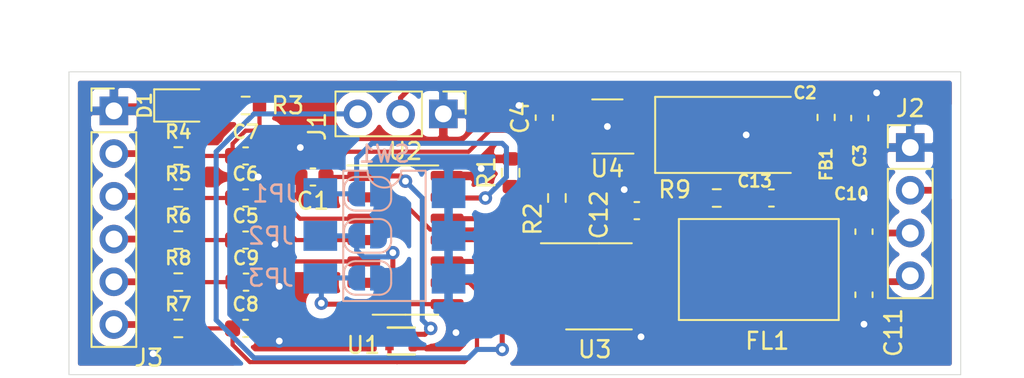
<source format=kicad_pcb>
(kicad_pcb (version 20171130) (host pcbnew 5.1.9-73d0e3b20d~88~ubuntu20.04.1)

  (general
    (thickness 1.6)
    (drawings 4)
    (tracks 235)
    (zones 0)
    (modules 36)
    (nets 30)
  )

  (page A4)
  (layers
    (0 F.Cu signal)
    (31 B.Cu signal)
    (32 B.Adhes user)
    (33 F.Adhes user)
    (34 B.Paste user)
    (35 F.Paste user)
    (36 B.SilkS user)
    (37 F.SilkS user)
    (38 B.Mask user)
    (39 F.Mask user)
    (40 Dwgs.User user)
    (41 Cmts.User user)
    (42 Eco1.User user)
    (43 Eco2.User user)
    (44 Edge.Cuts user)
    (45 Margin user)
    (46 B.CrtYd user)
    (47 F.CrtYd user)
    (48 B.Fab user)
    (49 F.Fab user)
  )

  (setup
    (last_trace_width 0.3)
    (user_trace_width 0.3)
    (user_trace_width 0.4)
    (trace_clearance 0.2)
    (zone_clearance 0.508)
    (zone_45_only no)
    (trace_min 0.2)
    (via_size 0.8)
    (via_drill 0.4)
    (via_min_size 0.4)
    (via_min_drill 0.3)
    (user_via 0.8 0.3)
    (uvia_size 0.3)
    (uvia_drill 0.1)
    (uvias_allowed no)
    (uvia_min_size 0.2)
    (uvia_min_drill 0.1)
    (edge_width 0.05)
    (segment_width 0.2)
    (pcb_text_width 0.3)
    (pcb_text_size 1.5 1.5)
    (mod_edge_width 0.12)
    (mod_text_size 1 1)
    (mod_text_width 0.15)
    (pad_size 1.524 1.524)
    (pad_drill 0.762)
    (pad_to_mask_clearance 0)
    (aux_axis_origin 0 0)
    (visible_elements FFFFFF7F)
    (pcbplotparams
      (layerselection 0x010fc_ffffffff)
      (usegerberextensions false)
      (usegerberattributes true)
      (usegerberadvancedattributes true)
      (creategerberjobfile true)
      (excludeedgelayer true)
      (linewidth 0.100000)
      (plotframeref false)
      (viasonmask false)
      (mode 1)
      (useauxorigin false)
      (hpglpennumber 1)
      (hpglpenspeed 20)
      (hpglpendiameter 15.000000)
      (psnegative false)
      (psa4output false)
      (plotreference true)
      (plotvalue true)
      (plotinvisibletext false)
      (padsonsilk false)
      (subtractmaskfromsilk false)
      (outputformat 1)
      (mirror false)
      (drillshape 1)
      (scaleselection 1)
      (outputdirectory ""))
  )

  (net 0 "")
  (net 1 GND)
  (net 2 "Net-(C1-Pad1)")
  (net 3 "Net-(FL1-Pad3)")
  (net 4 "Net-(U2-Pad11)")
  (net 5 "Net-(J1-Pad3)")
  (net 6 "Net-(U2-Pad2)")
  (net 7 "Net-(R1-Pad1)")
  (net 8 "Net-(R2-Pad1)")
  (net 9 "Net-(U4-Pad4)")
  (net 10 "Net-(C5-Pad1)")
  (net 11 "Net-(C6-Pad1)")
  (net 12 "Net-(C7-Pad1)")
  (net 13 "Net-(D1-Pad2)")
  (net 14 "Net-(J3-Pad4)")
  (net 15 "Net-(J3-Pad3)")
  (net 16 "Net-(J3-Pad2)")
  (net 17 "Net-(C8-Pad1)")
  (net 18 "Net-(C9-Pad1)")
  (net 19 "Net-(J3-Pad6)")
  (net 20 "Net-(J3-Pad5)")
  (net 21 "Net-(C3-Pad1)")
  (net 22 "Net-(C10-Pad1)")
  (net 23 "Net-(C11-Pad1)")
  (net 24 "Net-(C12-Pad1)")
  (net 25 "Net-(C13-Pad2)")
  (net 26 "Net-(C13-Pad1)")
  (net 27 "Net-(JP1-Pad1)")
  (net 28 "Net-(JP2-Pad1)")
  (net 29 "Net-(JP3-Pad1)")

  (net_class Default "This is the default net class."
    (clearance 0.2)
    (trace_width 0.25)
    (via_dia 0.8)
    (via_drill 0.4)
    (uvia_dia 0.3)
    (uvia_drill 0.1)
    (add_net GND)
    (add_net "Net-(C1-Pad1)")
    (add_net "Net-(C10-Pad1)")
    (add_net "Net-(C11-Pad1)")
    (add_net "Net-(C12-Pad1)")
    (add_net "Net-(C13-Pad1)")
    (add_net "Net-(C13-Pad2)")
    (add_net "Net-(C3-Pad1)")
    (add_net "Net-(C5-Pad1)")
    (add_net "Net-(C6-Pad1)")
    (add_net "Net-(C7-Pad1)")
    (add_net "Net-(C8-Pad1)")
    (add_net "Net-(C9-Pad1)")
    (add_net "Net-(D1-Pad2)")
    (add_net "Net-(FL1-Pad3)")
    (add_net "Net-(J1-Pad3)")
    (add_net "Net-(J3-Pad2)")
    (add_net "Net-(J3-Pad3)")
    (add_net "Net-(J3-Pad4)")
    (add_net "Net-(J3-Pad5)")
    (add_net "Net-(J3-Pad6)")
    (add_net "Net-(JP1-Pad1)")
    (add_net "Net-(JP2-Pad1)")
    (add_net "Net-(JP3-Pad1)")
    (add_net "Net-(R1-Pad1)")
    (add_net "Net-(R2-Pad1)")
    (add_net "Net-(U2-Pad11)")
    (add_net "Net-(U2-Pad2)")
    (add_net "Net-(U4-Pad4)")
  )

  (module Resistor_SMD:R_0603_1608Metric (layer F.Cu) (tedit 5F68FEEE) (tstamp 6064C1D6)
    (at 172.5 61.5)
    (descr "Resistor SMD 0603 (1608 Metric), square (rectangular) end terminal, IPC_7351 nominal, (Body size source: IPC-SM-782 page 72, https://www.pcb-3d.com/wordpress/wp-content/uploads/ipc-sm-782a_amendment_1_and_2.pdf), generated with kicad-footprint-generator")
    (tags resistor)
    (path /6200BFAF)
    (attr smd)
    (fp_text reference R9 (at -2.5 -0.5) (layer F.SilkS)
      (effects (font (size 1 1) (thickness 0.15)))
    )
    (fp_text value R (at 0 1.43) (layer F.Fab)
      (effects (font (size 1 1) (thickness 0.15)))
    )
    (fp_text user %R (at 0 0) (layer F.Fab)
      (effects (font (size 0.4 0.4) (thickness 0.06)))
    )
    (fp_line (start -0.8 0.4125) (end -0.8 -0.4125) (layer F.Fab) (width 0.1))
    (fp_line (start -0.8 -0.4125) (end 0.8 -0.4125) (layer F.Fab) (width 0.1))
    (fp_line (start 0.8 -0.4125) (end 0.8 0.4125) (layer F.Fab) (width 0.1))
    (fp_line (start 0.8 0.4125) (end -0.8 0.4125) (layer F.Fab) (width 0.1))
    (fp_line (start -0.237258 -0.5225) (end 0.237258 -0.5225) (layer F.SilkS) (width 0.12))
    (fp_line (start -0.237258 0.5225) (end 0.237258 0.5225) (layer F.SilkS) (width 0.12))
    (fp_line (start -1.48 0.73) (end -1.48 -0.73) (layer F.CrtYd) (width 0.05))
    (fp_line (start -1.48 -0.73) (end 1.48 -0.73) (layer F.CrtYd) (width 0.05))
    (fp_line (start 1.48 -0.73) (end 1.48 0.73) (layer F.CrtYd) (width 0.05))
    (fp_line (start 1.48 0.73) (end -1.48 0.73) (layer F.CrtYd) (width 0.05))
    (pad 2 smd roundrect (at 0.825 0) (size 0.8 0.95) (layers F.Cu F.Paste F.Mask) (roundrect_rratio 0.25)
      (net 26 "Net-(C13-Pad1)"))
    (pad 1 smd roundrect (at -0.825 0) (size 0.8 0.95) (layers F.Cu F.Paste F.Mask) (roundrect_rratio 0.25)
      (net 3 "Net-(FL1-Pad3)"))
    (model ${KISYS3DMOD}/Resistor_SMD.3dshapes/R_0603_1608Metric.wrl
      (at (xyz 0 0 0))
      (scale (xyz 1 1 1))
      (rotate (xyz 0 0 0))
    )
  )

  (module Jumper:SolderJumper-2_P1.3mm_Open_RoundedPad1.0x1.5mm (layer B.Cu) (tedit 5B391E66) (tstamp 6064C0C5)
    (at 151.75 66.25)
    (descr "SMD Solder Jumper, 1x1.5mm, rounded Pads, 0.3mm gap, open")
    (tags "solder jumper open")
    (path /6205B0CB)
    (attr virtual)
    (fp_text reference JP3 (at -5.75 0) (layer B.SilkS)
      (effects (font (size 1 1) (thickness 0.15)) (justify mirror))
    )
    (fp_text value SolderJumper_2_Open (at 0 -1.9) (layer B.Fab)
      (effects (font (size 1 1) (thickness 0.15)) (justify mirror))
    )
    (fp_arc (start -0.7 0.3) (end -0.7 1) (angle 90) (layer B.SilkS) (width 0.12))
    (fp_arc (start -0.7 -0.3) (end -1.4 -0.3) (angle 90) (layer B.SilkS) (width 0.12))
    (fp_arc (start 0.7 -0.3) (end 0.7 -1) (angle 90) (layer B.SilkS) (width 0.12))
    (fp_arc (start 0.7 0.3) (end 1.4 0.3) (angle 90) (layer B.SilkS) (width 0.12))
    (fp_line (start -1.4 -0.3) (end -1.4 0.3) (layer B.SilkS) (width 0.12))
    (fp_line (start 0.7 -1) (end -0.7 -1) (layer B.SilkS) (width 0.12))
    (fp_line (start 1.4 0.3) (end 1.4 -0.3) (layer B.SilkS) (width 0.12))
    (fp_line (start -0.7 1) (end 0.7 1) (layer B.SilkS) (width 0.12))
    (fp_line (start -1.65 1.25) (end 1.65 1.25) (layer B.CrtYd) (width 0.05))
    (fp_line (start -1.65 1.25) (end -1.65 -1.25) (layer B.CrtYd) (width 0.05))
    (fp_line (start 1.65 -1.25) (end 1.65 1.25) (layer B.CrtYd) (width 0.05))
    (fp_line (start 1.65 -1.25) (end -1.65 -1.25) (layer B.CrtYd) (width 0.05))
    (pad 2 smd custom (at 0.65 0) (size 1 0.5) (layers B.Cu B.Mask)
      (net 1 GND) (zone_connect 2)
      (options (clearance outline) (anchor rect))
      (primitives
        (gr_circle (center 0 -0.25) (end 0.5 -0.25) (width 0))
        (gr_circle (center 0 0.25) (end 0.5 0.25) (width 0))
        (gr_poly (pts
           (xy 0 0.75) (xy -0.5 0.75) (xy -0.5 -0.75) (xy 0 -0.75)) (width 0))
      ))
    (pad 1 smd custom (at -0.65 0) (size 1 0.5) (layers B.Cu B.Mask)
      (net 29 "Net-(JP3-Pad1)") (zone_connect 2)
      (options (clearance outline) (anchor rect))
      (primitives
        (gr_circle (center 0 -0.25) (end 0.5 -0.25) (width 0))
        (gr_circle (center 0 0.25) (end 0.5 0.25) (width 0))
        (gr_poly (pts
           (xy 0 0.75) (xy 0.5 0.75) (xy 0.5 -0.75) (xy 0 -0.75)) (width 0))
      ))
  )

  (module Jumper:SolderJumper-2_P1.3mm_Open_RoundedPad1.0x1.5mm (layer B.Cu) (tedit 5B391E66) (tstamp 6064C3E1)
    (at 151.75 63.75)
    (descr "SMD Solder Jumper, 1x1.5mm, rounded Pads, 0.3mm gap, open")
    (tags "solder jumper open")
    (path /6205ADDE)
    (attr virtual)
    (fp_text reference JP2 (at -5.75 0) (layer B.SilkS)
      (effects (font (size 1 1) (thickness 0.15)) (justify mirror))
    )
    (fp_text value SolderJumper_2_Open (at 0 -1.9) (layer B.Fab)
      (effects (font (size 1 1) (thickness 0.15)) (justify mirror))
    )
    (fp_arc (start -0.7 0.3) (end -0.7 1) (angle 90) (layer B.SilkS) (width 0.12))
    (fp_arc (start -0.7 -0.3) (end -1.4 -0.3) (angle 90) (layer B.SilkS) (width 0.12))
    (fp_arc (start 0.7 -0.3) (end 0.7 -1) (angle 90) (layer B.SilkS) (width 0.12))
    (fp_arc (start 0.7 0.3) (end 1.4 0.3) (angle 90) (layer B.SilkS) (width 0.12))
    (fp_line (start -1.4 -0.3) (end -1.4 0.3) (layer B.SilkS) (width 0.12))
    (fp_line (start 0.7 -1) (end -0.7 -1) (layer B.SilkS) (width 0.12))
    (fp_line (start 1.4 0.3) (end 1.4 -0.3) (layer B.SilkS) (width 0.12))
    (fp_line (start -0.7 1) (end 0.7 1) (layer B.SilkS) (width 0.12))
    (fp_line (start -1.65 1.25) (end 1.65 1.25) (layer B.CrtYd) (width 0.05))
    (fp_line (start -1.65 1.25) (end -1.65 -1.25) (layer B.CrtYd) (width 0.05))
    (fp_line (start 1.65 -1.25) (end 1.65 1.25) (layer B.CrtYd) (width 0.05))
    (fp_line (start 1.65 -1.25) (end -1.65 -1.25) (layer B.CrtYd) (width 0.05))
    (pad 2 smd custom (at 0.65 0) (size 1 0.5) (layers B.Cu B.Mask)
      (net 1 GND) (zone_connect 2)
      (options (clearance outline) (anchor rect))
      (primitives
        (gr_circle (center 0 -0.25) (end 0.5 -0.25) (width 0))
        (gr_circle (center 0 0.25) (end 0.5 0.25) (width 0))
        (gr_poly (pts
           (xy 0 0.75) (xy -0.5 0.75) (xy -0.5 -0.75) (xy 0 -0.75)) (width 0))
      ))
    (pad 1 smd custom (at -0.65 0) (size 1 0.5) (layers B.Cu B.Mask)
      (net 28 "Net-(JP2-Pad1)") (zone_connect 2)
      (options (clearance outline) (anchor rect))
      (primitives
        (gr_circle (center 0 -0.25) (end 0.5 -0.25) (width 0))
        (gr_circle (center 0 0.25) (end 0.5 0.25) (width 0))
        (gr_poly (pts
           (xy 0 0.75) (xy 0.5 0.75) (xy 0.5 -0.75) (xy 0 -0.75)) (width 0))
      ))
  )

  (module Jumper:SolderJumper-2_P1.3mm_Open_RoundedPad1.0x1.5mm (layer B.Cu) (tedit 5B391E66) (tstamp 6064C0A1)
    (at 151.75 61.25)
    (descr "SMD Solder Jumper, 1x1.5mm, rounded Pads, 0.3mm gap, open")
    (tags "solder jumper open")
    (path /6204ABD7)
    (attr virtual)
    (fp_text reference JP1 (at -5.5 0) (layer B.SilkS)
      (effects (font (size 1 1) (thickness 0.15)) (justify mirror))
    )
    (fp_text value SolderJumper_2_Open (at 0 -1.9) (layer B.Fab)
      (effects (font (size 1 1) (thickness 0.15)) (justify mirror))
    )
    (fp_arc (start -0.7 0.3) (end -0.7 1) (angle 90) (layer B.SilkS) (width 0.12))
    (fp_arc (start -0.7 -0.3) (end -1.4 -0.3) (angle 90) (layer B.SilkS) (width 0.12))
    (fp_arc (start 0.7 -0.3) (end 0.7 -1) (angle 90) (layer B.SilkS) (width 0.12))
    (fp_arc (start 0.7 0.3) (end 1.4 0.3) (angle 90) (layer B.SilkS) (width 0.12))
    (fp_line (start -1.4 -0.3) (end -1.4 0.3) (layer B.SilkS) (width 0.12))
    (fp_line (start 0.7 -1) (end -0.7 -1) (layer B.SilkS) (width 0.12))
    (fp_line (start 1.4 0.3) (end 1.4 -0.3) (layer B.SilkS) (width 0.12))
    (fp_line (start -0.7 1) (end 0.7 1) (layer B.SilkS) (width 0.12))
    (fp_line (start -1.65 1.25) (end 1.65 1.25) (layer B.CrtYd) (width 0.05))
    (fp_line (start -1.65 1.25) (end -1.65 -1.25) (layer B.CrtYd) (width 0.05))
    (fp_line (start 1.65 -1.25) (end 1.65 1.25) (layer B.CrtYd) (width 0.05))
    (fp_line (start 1.65 -1.25) (end -1.65 -1.25) (layer B.CrtYd) (width 0.05))
    (pad 2 smd custom (at 0.65 0) (size 1 0.5) (layers B.Cu B.Mask)
      (net 1 GND) (zone_connect 2)
      (options (clearance outline) (anchor rect))
      (primitives
        (gr_circle (center 0 -0.25) (end 0.5 -0.25) (width 0))
        (gr_circle (center 0 0.25) (end 0.5 0.25) (width 0))
        (gr_poly (pts
           (xy 0 0.75) (xy -0.5 0.75) (xy -0.5 -0.75) (xy 0 -0.75)) (width 0))
      ))
    (pad 1 smd custom (at -0.65 0) (size 1 0.5) (layers B.Cu B.Mask)
      (net 27 "Net-(JP1-Pad1)") (zone_connect 2)
      (options (clearance outline) (anchor rect))
      (primitives
        (gr_circle (center 0 -0.25) (end 0.5 -0.25) (width 0))
        (gr_circle (center 0 0.25) (end 0.5 0.25) (width 0))
        (gr_poly (pts
           (xy 0 0.75) (xy 0.5 0.75) (xy 0.5 -0.75) (xy 0 -0.75)) (width 0))
      ))
  )

  (module Capacitor_SMD:C_0603_1608Metric (layer F.Cu) (tedit 5F68FEEE) (tstamp 6064BFA9)
    (at 175.75 61.5)
    (descr "Capacitor SMD 0603 (1608 Metric), square (rectangular) end terminal, IPC_7351 nominal, (Body size source: IPC-SM-782 page 76, https://www.pcb-3d.com/wordpress/wp-content/uploads/ipc-sm-782a_amendment_1_and_2.pdf), generated with kicad-footprint-generator")
    (tags capacitor)
    (path /6201CFB5)
    (attr smd)
    (fp_text reference C13 (at -1 -1) (layer F.SilkS)
      (effects (font (size 0.7 0.7) (thickness 0.15)))
    )
    (fp_text value 100n (at 0 1.43) (layer F.Fab)
      (effects (font (size 1 1) (thickness 0.15)))
    )
    (fp_text user %R (at 0 0) (layer F.Fab)
      (effects (font (size 0.4 0.4) (thickness 0.06)))
    )
    (fp_line (start -0.8 0.4) (end -0.8 -0.4) (layer F.Fab) (width 0.1))
    (fp_line (start -0.8 -0.4) (end 0.8 -0.4) (layer F.Fab) (width 0.1))
    (fp_line (start 0.8 -0.4) (end 0.8 0.4) (layer F.Fab) (width 0.1))
    (fp_line (start 0.8 0.4) (end -0.8 0.4) (layer F.Fab) (width 0.1))
    (fp_line (start -0.14058 -0.51) (end 0.14058 -0.51) (layer F.SilkS) (width 0.12))
    (fp_line (start -0.14058 0.51) (end 0.14058 0.51) (layer F.SilkS) (width 0.12))
    (fp_line (start -1.48 0.73) (end -1.48 -0.73) (layer F.CrtYd) (width 0.05))
    (fp_line (start -1.48 -0.73) (end 1.48 -0.73) (layer F.CrtYd) (width 0.05))
    (fp_line (start 1.48 -0.73) (end 1.48 0.73) (layer F.CrtYd) (width 0.05))
    (fp_line (start 1.48 0.73) (end -1.48 0.73) (layer F.CrtYd) (width 0.05))
    (pad 2 smd roundrect (at 0.775 0) (size 0.9 0.95) (layers F.Cu F.Paste F.Mask) (roundrect_rratio 0.25)
      (net 25 "Net-(C13-Pad2)"))
    (pad 1 smd roundrect (at -0.775 0) (size 0.9 0.95) (layers F.Cu F.Paste F.Mask) (roundrect_rratio 0.25)
      (net 26 "Net-(C13-Pad1)"))
    (model ${KISYS3DMOD}/Capacitor_SMD.3dshapes/C_0603_1608Metric.wrl
      (at (xyz 0 0 0))
      (scale (xyz 1 1 1))
      (rotate (xyz 0 0 0))
    )
  )

  (module Capacitor_SMD:C_0603_1608Metric (layer F.Cu) (tedit 5F68FEEE) (tstamp 605F6835)
    (at 167.75 62.25 180)
    (descr "Capacitor SMD 0603 (1608 Metric), square (rectangular) end terminal, IPC_7351 nominal, (Body size source: IPC-SM-782 page 76, https://www.pcb-3d.com/wordpress/wp-content/uploads/ipc-sm-782a_amendment_1_and_2.pdf), generated with kicad-footprint-generator")
    (tags capacitor)
    (path /61F859BD)
    (attr smd)
    (fp_text reference C12 (at 2.25 -0.25 90) (layer F.SilkS)
      (effects (font (size 1 1) (thickness 0.15)))
    )
    (fp_text value 100n (at 0 1.43) (layer F.Fab)
      (effects (font (size 1 1) (thickness 0.15)))
    )
    (fp_text user %R (at 0 0) (layer F.Fab)
      (effects (font (size 0.4 0.4) (thickness 0.06)))
    )
    (fp_line (start -0.8 0.4) (end -0.8 -0.4) (layer F.Fab) (width 0.1))
    (fp_line (start -0.8 -0.4) (end 0.8 -0.4) (layer F.Fab) (width 0.1))
    (fp_line (start 0.8 -0.4) (end 0.8 0.4) (layer F.Fab) (width 0.1))
    (fp_line (start 0.8 0.4) (end -0.8 0.4) (layer F.Fab) (width 0.1))
    (fp_line (start -0.14058 -0.51) (end 0.14058 -0.51) (layer F.SilkS) (width 0.12))
    (fp_line (start -0.14058 0.51) (end 0.14058 0.51) (layer F.SilkS) (width 0.12))
    (fp_line (start -1.48 0.73) (end -1.48 -0.73) (layer F.CrtYd) (width 0.05))
    (fp_line (start -1.48 -0.73) (end 1.48 -0.73) (layer F.CrtYd) (width 0.05))
    (fp_line (start 1.48 -0.73) (end 1.48 0.73) (layer F.CrtYd) (width 0.05))
    (fp_line (start 1.48 0.73) (end -1.48 0.73) (layer F.CrtYd) (width 0.05))
    (pad 2 smd roundrect (at 0.775 0 180) (size 0.9 0.95) (layers F.Cu F.Paste F.Mask) (roundrect_rratio 0.25)
      (net 1 GND))
    (pad 1 smd roundrect (at -0.775 0 180) (size 0.9 0.95) (layers F.Cu F.Paste F.Mask) (roundrect_rratio 0.25)
      (net 24 "Net-(C12-Pad1)"))
    (model ${KISYS3DMOD}/Capacitor_SMD.3dshapes/C_0603_1608Metric.wrl
      (at (xyz 0 0 0))
      (scale (xyz 1 1 1))
      (rotate (xyz 0 0 0))
    )
  )

  (module Capacitor_SMD:C_0603_1608Metric (layer F.Cu) (tedit 5F68FEEE) (tstamp 605F5CFB)
    (at 181.25 67.25 270)
    (descr "Capacitor SMD 0603 (1608 Metric), square (rectangular) end terminal, IPC_7351 nominal, (Body size source: IPC-SM-782 page 76, https://www.pcb-3d.com/wordpress/wp-content/uploads/ipc-sm-782a_amendment_1_and_2.pdf), generated with kicad-footprint-generator")
    (tags capacitor)
    (path /61F6317B)
    (attr smd)
    (fp_text reference C11 (at 2.25 -1.75 90) (layer F.SilkS)
      (effects (font (size 1 1) (thickness 0.15)))
    )
    (fp_text value 1n (at 0 1.43 90) (layer F.Fab)
      (effects (font (size 1 1) (thickness 0.15)))
    )
    (fp_text user %R (at 0 0 90) (layer F.Fab)
      (effects (font (size 0.4 0.4) (thickness 0.06)))
    )
    (fp_line (start -0.8 0.4) (end -0.8 -0.4) (layer F.Fab) (width 0.1))
    (fp_line (start -0.8 -0.4) (end 0.8 -0.4) (layer F.Fab) (width 0.1))
    (fp_line (start 0.8 -0.4) (end 0.8 0.4) (layer F.Fab) (width 0.1))
    (fp_line (start 0.8 0.4) (end -0.8 0.4) (layer F.Fab) (width 0.1))
    (fp_line (start -0.14058 -0.51) (end 0.14058 -0.51) (layer F.SilkS) (width 0.12))
    (fp_line (start -0.14058 0.51) (end 0.14058 0.51) (layer F.SilkS) (width 0.12))
    (fp_line (start -1.48 0.73) (end -1.48 -0.73) (layer F.CrtYd) (width 0.05))
    (fp_line (start -1.48 -0.73) (end 1.48 -0.73) (layer F.CrtYd) (width 0.05))
    (fp_line (start 1.48 -0.73) (end 1.48 0.73) (layer F.CrtYd) (width 0.05))
    (fp_line (start 1.48 0.73) (end -1.48 0.73) (layer F.CrtYd) (width 0.05))
    (pad 2 smd roundrect (at 0.775 0 270) (size 0.9 0.95) (layers F.Cu F.Paste F.Mask) (roundrect_rratio 0.25)
      (net 1 GND))
    (pad 1 smd roundrect (at -0.775 0 270) (size 0.9 0.95) (layers F.Cu F.Paste F.Mask) (roundrect_rratio 0.25)
      (net 23 "Net-(C11-Pad1)"))
    (model ${KISYS3DMOD}/Capacitor_SMD.3dshapes/C_0603_1608Metric.wrl
      (at (xyz 0 0 0))
      (scale (xyz 1 1 1))
      (rotate (xyz 0 0 0))
    )
  )

  (module Capacitor_SMD:C_0603_1608Metric (layer F.Cu) (tedit 5F68FEEE) (tstamp 605F5CEA)
    (at 181.25 63.5 90)
    (descr "Capacitor SMD 0603 (1608 Metric), square (rectangular) end terminal, IPC_7351 nominal, (Body size source: IPC-SM-782 page 76, https://www.pcb-3d.com/wordpress/wp-content/uploads/ipc-sm-782a_amendment_1_and_2.pdf), generated with kicad-footprint-generator")
    (tags capacitor)
    (path /61F62A70)
    (attr smd)
    (fp_text reference C10 (at 2.25 -0.75 180) (layer F.SilkS)
      (effects (font (size 0.7 0.7) (thickness 0.15)))
    )
    (fp_text value 1n (at 0 1.43 90) (layer F.Fab)
      (effects (font (size 1 1) (thickness 0.15)))
    )
    (fp_text user %R (at 0 0 90) (layer F.Fab)
      (effects (font (size 0.4 0.4) (thickness 0.06)))
    )
    (fp_line (start -0.8 0.4) (end -0.8 -0.4) (layer F.Fab) (width 0.1))
    (fp_line (start -0.8 -0.4) (end 0.8 -0.4) (layer F.Fab) (width 0.1))
    (fp_line (start 0.8 -0.4) (end 0.8 0.4) (layer F.Fab) (width 0.1))
    (fp_line (start 0.8 0.4) (end -0.8 0.4) (layer F.Fab) (width 0.1))
    (fp_line (start -0.14058 -0.51) (end 0.14058 -0.51) (layer F.SilkS) (width 0.12))
    (fp_line (start -0.14058 0.51) (end 0.14058 0.51) (layer F.SilkS) (width 0.12))
    (fp_line (start -1.48 0.73) (end -1.48 -0.73) (layer F.CrtYd) (width 0.05))
    (fp_line (start -1.48 -0.73) (end 1.48 -0.73) (layer F.CrtYd) (width 0.05))
    (fp_line (start 1.48 -0.73) (end 1.48 0.73) (layer F.CrtYd) (width 0.05))
    (fp_line (start 1.48 0.73) (end -1.48 0.73) (layer F.CrtYd) (width 0.05))
    (pad 2 smd roundrect (at 0.775 0 90) (size 0.9 0.95) (layers F.Cu F.Paste F.Mask) (roundrect_rratio 0.25)
      (net 1 GND))
    (pad 1 smd roundrect (at -0.775 0 90) (size 0.9 0.95) (layers F.Cu F.Paste F.Mask) (roundrect_rratio 0.25)
      (net 22 "Net-(C10-Pad1)"))
    (model ${KISYS3DMOD}/Capacitor_SMD.3dshapes/C_0603_1608Metric.wrl
      (at (xyz 0 0 0))
      (scale (xyz 1 1 1))
      (rotate (xyz 0 0 0))
    )
  )

  (module Resistor_SMD:R_0603_1608Metric (layer F.Cu) (tedit 5F68FEEE) (tstamp 605F540F)
    (at 140.5 66.5)
    (descr "Resistor SMD 0603 (1608 Metric), square (rectangular) end terminal, IPC_7351 nominal, (Body size source: IPC-SM-782 page 72, https://www.pcb-3d.com/wordpress/wp-content/uploads/ipc-sm-782a_amendment_1_and_2.pdf), generated with kicad-footprint-generator")
    (tags resistor)
    (path /61EDAF6D)
    (attr smd)
    (fp_text reference R8 (at 0 -1.43) (layer F.SilkS)
      (effects (font (size 0.8 0.8) (thickness 0.15)))
    )
    (fp_text value R (at 0 1.43) (layer F.Fab)
      (effects (font (size 1 1) (thickness 0.15)))
    )
    (fp_text user %R (at 0 0) (layer F.Fab)
      (effects (font (size 0.4 0.4) (thickness 0.06)))
    )
    (fp_line (start -0.8 0.4125) (end -0.8 -0.4125) (layer F.Fab) (width 0.1))
    (fp_line (start -0.8 -0.4125) (end 0.8 -0.4125) (layer F.Fab) (width 0.1))
    (fp_line (start 0.8 -0.4125) (end 0.8 0.4125) (layer F.Fab) (width 0.1))
    (fp_line (start 0.8 0.4125) (end -0.8 0.4125) (layer F.Fab) (width 0.1))
    (fp_line (start -0.237258 -0.5225) (end 0.237258 -0.5225) (layer F.SilkS) (width 0.12))
    (fp_line (start -0.237258 0.5225) (end 0.237258 0.5225) (layer F.SilkS) (width 0.12))
    (fp_line (start -1.48 0.73) (end -1.48 -0.73) (layer F.CrtYd) (width 0.05))
    (fp_line (start -1.48 -0.73) (end 1.48 -0.73) (layer F.CrtYd) (width 0.05))
    (fp_line (start 1.48 -0.73) (end 1.48 0.73) (layer F.CrtYd) (width 0.05))
    (fp_line (start 1.48 0.73) (end -1.48 0.73) (layer F.CrtYd) (width 0.05))
    (pad 2 smd roundrect (at 0.825 0) (size 0.8 0.95) (layers F.Cu F.Paste F.Mask) (roundrect_rratio 0.25)
      (net 18 "Net-(C9-Pad1)"))
    (pad 1 smd roundrect (at -0.825 0) (size 0.8 0.95) (layers F.Cu F.Paste F.Mask) (roundrect_rratio 0.25)
      (net 20 "Net-(J3-Pad5)"))
    (model ${KISYS3DMOD}/Resistor_SMD.3dshapes/R_0603_1608Metric.wrl
      (at (xyz 0 0 0))
      (scale (xyz 1 1 1))
      (rotate (xyz 0 0 0))
    )
  )

  (module Resistor_SMD:R_0603_1608Metric (layer F.Cu) (tedit 5F68FEEE) (tstamp 605F53FE)
    (at 140.5 69.25)
    (descr "Resistor SMD 0603 (1608 Metric), square (rectangular) end terminal, IPC_7351 nominal, (Body size source: IPC-SM-782 page 72, https://www.pcb-3d.com/wordpress/wp-content/uploads/ipc-sm-782a_amendment_1_and_2.pdf), generated with kicad-footprint-generator")
    (tags resistor)
    (path /61EDAA74)
    (attr smd)
    (fp_text reference R7 (at 0 -1.43) (layer F.SilkS)
      (effects (font (size 0.8 0.8) (thickness 0.15)))
    )
    (fp_text value R (at 0 1.43) (layer F.Fab)
      (effects (font (size 1 1) (thickness 0.15)))
    )
    (fp_text user %R (at 0 0) (layer F.Fab)
      (effects (font (size 0.4 0.4) (thickness 0.06)))
    )
    (fp_line (start -0.8 0.4125) (end -0.8 -0.4125) (layer F.Fab) (width 0.1))
    (fp_line (start -0.8 -0.4125) (end 0.8 -0.4125) (layer F.Fab) (width 0.1))
    (fp_line (start 0.8 -0.4125) (end 0.8 0.4125) (layer F.Fab) (width 0.1))
    (fp_line (start 0.8 0.4125) (end -0.8 0.4125) (layer F.Fab) (width 0.1))
    (fp_line (start -0.237258 -0.5225) (end 0.237258 -0.5225) (layer F.SilkS) (width 0.12))
    (fp_line (start -0.237258 0.5225) (end 0.237258 0.5225) (layer F.SilkS) (width 0.12))
    (fp_line (start -1.48 0.73) (end -1.48 -0.73) (layer F.CrtYd) (width 0.05))
    (fp_line (start -1.48 -0.73) (end 1.48 -0.73) (layer F.CrtYd) (width 0.05))
    (fp_line (start 1.48 -0.73) (end 1.48 0.73) (layer F.CrtYd) (width 0.05))
    (fp_line (start 1.48 0.73) (end -1.48 0.73) (layer F.CrtYd) (width 0.05))
    (pad 2 smd roundrect (at 0.825 0) (size 0.8 0.95) (layers F.Cu F.Paste F.Mask) (roundrect_rratio 0.25)
      (net 17 "Net-(C8-Pad1)"))
    (pad 1 smd roundrect (at -0.825 0) (size 0.8 0.95) (layers F.Cu F.Paste F.Mask) (roundrect_rratio 0.25)
      (net 19 "Net-(J3-Pad6)"))
    (model ${KISYS3DMOD}/Resistor_SMD.3dshapes/R_0603_1608Metric.wrl
      (at (xyz 0 0 0))
      (scale (xyz 1 1 1))
      (rotate (xyz 0 0 0))
    )
  )

  (module Connector_PinHeader_2.54mm:PinHeader_1x06_P2.54mm_Vertical (layer F.Cu) (tedit 59FED5CC) (tstamp 605F532D)
    (at 136.67 56.32)
    (descr "Through hole straight pin header, 1x06, 2.54mm pitch, single row")
    (tags "Through hole pin header THT 1x06 2.54mm single row")
    (path /61ED7AB4)
    (fp_text reference J3 (at 2.08 14.68) (layer F.SilkS)
      (effects (font (size 1 1) (thickness 0.15)))
    )
    (fp_text value Conn_01x06_Male (at 0 15.03) (layer F.Fab)
      (effects (font (size 1 1) (thickness 0.15)))
    )
    (fp_text user %R (at 0 6.35 90) (layer F.Fab)
      (effects (font (size 1 1) (thickness 0.15)))
    )
    (fp_line (start -0.635 -1.27) (end 1.27 -1.27) (layer F.Fab) (width 0.1))
    (fp_line (start 1.27 -1.27) (end 1.27 13.97) (layer F.Fab) (width 0.1))
    (fp_line (start 1.27 13.97) (end -1.27 13.97) (layer F.Fab) (width 0.1))
    (fp_line (start -1.27 13.97) (end -1.27 -0.635) (layer F.Fab) (width 0.1))
    (fp_line (start -1.27 -0.635) (end -0.635 -1.27) (layer F.Fab) (width 0.1))
    (fp_line (start -1.33 14.03) (end 1.33 14.03) (layer F.SilkS) (width 0.12))
    (fp_line (start -1.33 1.27) (end -1.33 14.03) (layer F.SilkS) (width 0.12))
    (fp_line (start 1.33 1.27) (end 1.33 14.03) (layer F.SilkS) (width 0.12))
    (fp_line (start -1.33 1.27) (end 1.33 1.27) (layer F.SilkS) (width 0.12))
    (fp_line (start -1.33 0) (end -1.33 -1.33) (layer F.SilkS) (width 0.12))
    (fp_line (start -1.33 -1.33) (end 0 -1.33) (layer F.SilkS) (width 0.12))
    (fp_line (start -1.8 -1.8) (end -1.8 14.5) (layer F.CrtYd) (width 0.05))
    (fp_line (start -1.8 14.5) (end 1.8 14.5) (layer F.CrtYd) (width 0.05))
    (fp_line (start 1.8 14.5) (end 1.8 -1.8) (layer F.CrtYd) (width 0.05))
    (fp_line (start 1.8 -1.8) (end -1.8 -1.8) (layer F.CrtYd) (width 0.05))
    (pad 6 thru_hole oval (at 0 12.7) (size 1.7 1.7) (drill 1) (layers *.Cu *.Mask)
      (net 19 "Net-(J3-Pad6)"))
    (pad 5 thru_hole oval (at 0 10.16) (size 1.7 1.7) (drill 1) (layers *.Cu *.Mask)
      (net 20 "Net-(J3-Pad5)"))
    (pad 4 thru_hole oval (at 0 7.62) (size 1.7 1.7) (drill 1) (layers *.Cu *.Mask)
      (net 14 "Net-(J3-Pad4)"))
    (pad 3 thru_hole oval (at 0 5.08) (size 1.7 1.7) (drill 1) (layers *.Cu *.Mask)
      (net 15 "Net-(J3-Pad3)"))
    (pad 2 thru_hole oval (at 0 2.54) (size 1.7 1.7) (drill 1) (layers *.Cu *.Mask)
      (net 16 "Net-(J3-Pad2)"))
    (pad 1 thru_hole rect (at 0 0) (size 1.7 1.7) (drill 1) (layers *.Cu *.Mask)
      (net 1 GND))
  )

  (module Capacitor_SMD:C_0603_1608Metric (layer F.Cu) (tedit 5F68FEEE) (tstamp 605F525F)
    (at 144.525 66.5)
    (descr "Capacitor SMD 0603 (1608 Metric), square (rectangular) end terminal, IPC_7351 nominal, (Body size source: IPC-SM-782 page 76, https://www.pcb-3d.com/wordpress/wp-content/uploads/ipc-sm-782a_amendment_1_and_2.pdf), generated with kicad-footprint-generator")
    (tags capacitor)
    (path /61EF7176)
    (attr smd)
    (fp_text reference C9 (at 0 -1.43) (layer F.SilkS)
      (effects (font (size 0.8 0.8) (thickness 0.15)))
    )
    (fp_text value 10n (at 0 1.43) (layer F.Fab)
      (effects (font (size 1 1) (thickness 0.15)))
    )
    (fp_text user %R (at 0 0) (layer F.Fab)
      (effects (font (size 0.4 0.4) (thickness 0.06)))
    )
    (fp_line (start -0.8 0.4) (end -0.8 -0.4) (layer F.Fab) (width 0.1))
    (fp_line (start -0.8 -0.4) (end 0.8 -0.4) (layer F.Fab) (width 0.1))
    (fp_line (start 0.8 -0.4) (end 0.8 0.4) (layer F.Fab) (width 0.1))
    (fp_line (start 0.8 0.4) (end -0.8 0.4) (layer F.Fab) (width 0.1))
    (fp_line (start -0.14058 -0.51) (end 0.14058 -0.51) (layer F.SilkS) (width 0.12))
    (fp_line (start -0.14058 0.51) (end 0.14058 0.51) (layer F.SilkS) (width 0.12))
    (fp_line (start -1.48 0.73) (end -1.48 -0.73) (layer F.CrtYd) (width 0.05))
    (fp_line (start -1.48 -0.73) (end 1.48 -0.73) (layer F.CrtYd) (width 0.05))
    (fp_line (start 1.48 -0.73) (end 1.48 0.73) (layer F.CrtYd) (width 0.05))
    (fp_line (start 1.48 0.73) (end -1.48 0.73) (layer F.CrtYd) (width 0.05))
    (pad 2 smd roundrect (at 0.775 0) (size 0.9 0.95) (layers F.Cu F.Paste F.Mask) (roundrect_rratio 0.25)
      (net 1 GND))
    (pad 1 smd roundrect (at -0.775 0) (size 0.9 0.95) (layers F.Cu F.Paste F.Mask) (roundrect_rratio 0.25)
      (net 18 "Net-(C9-Pad1)"))
    (model ${KISYS3DMOD}/Capacitor_SMD.3dshapes/C_0603_1608Metric.wrl
      (at (xyz 0 0 0))
      (scale (xyz 1 1 1))
      (rotate (xyz 0 0 0))
    )
  )

  (module Capacitor_SMD:C_0603_1608Metric (layer F.Cu) (tedit 5F68FEEE) (tstamp 605F524E)
    (at 144.5 69.25)
    (descr "Capacitor SMD 0603 (1608 Metric), square (rectangular) end terminal, IPC_7351 nominal, (Body size source: IPC-SM-782 page 76, https://www.pcb-3d.com/wordpress/wp-content/uploads/ipc-sm-782a_amendment_1_and_2.pdf), generated with kicad-footprint-generator")
    (tags capacitor)
    (path /61EF6D5D)
    (attr smd)
    (fp_text reference C8 (at 0 -1.43) (layer F.SilkS)
      (effects (font (size 0.8 0.8) (thickness 0.15)))
    )
    (fp_text value 10n (at 0 1.43) (layer F.Fab)
      (effects (font (size 1 1) (thickness 0.15)))
    )
    (fp_text user %R (at 0 0) (layer F.Fab)
      (effects (font (size 0.4 0.4) (thickness 0.06)))
    )
    (fp_line (start -0.8 0.4) (end -0.8 -0.4) (layer F.Fab) (width 0.1))
    (fp_line (start -0.8 -0.4) (end 0.8 -0.4) (layer F.Fab) (width 0.1))
    (fp_line (start 0.8 -0.4) (end 0.8 0.4) (layer F.Fab) (width 0.1))
    (fp_line (start 0.8 0.4) (end -0.8 0.4) (layer F.Fab) (width 0.1))
    (fp_line (start -0.14058 -0.51) (end 0.14058 -0.51) (layer F.SilkS) (width 0.12))
    (fp_line (start -0.14058 0.51) (end 0.14058 0.51) (layer F.SilkS) (width 0.12))
    (fp_line (start -1.48 0.73) (end -1.48 -0.73) (layer F.CrtYd) (width 0.05))
    (fp_line (start -1.48 -0.73) (end 1.48 -0.73) (layer F.CrtYd) (width 0.05))
    (fp_line (start 1.48 -0.73) (end 1.48 0.73) (layer F.CrtYd) (width 0.05))
    (fp_line (start 1.48 0.73) (end -1.48 0.73) (layer F.CrtYd) (width 0.05))
    (pad 2 smd roundrect (at 0.775 0) (size 0.9 0.95) (layers F.Cu F.Paste F.Mask) (roundrect_rratio 0.25)
      (net 1 GND))
    (pad 1 smd roundrect (at -0.775 0) (size 0.9 0.95) (layers F.Cu F.Paste F.Mask) (roundrect_rratio 0.25)
      (net 17 "Net-(C8-Pad1)"))
    (model ${KISYS3DMOD}/Capacitor_SMD.3dshapes/C_0603_1608Metric.wrl
      (at (xyz 0 0 0))
      (scale (xyz 1 1 1))
      (rotate (xyz 0 0 0))
    )
  )

  (module Connector_PinHeader_2.54mm:PinHeader_1x04_P2.54mm_Vertical (layer F.Cu) (tedit 59FED5CC) (tstamp 605F4AFB)
    (at 184 58.5)
    (descr "Through hole straight pin header, 1x04, 2.54mm pitch, single row")
    (tags "Through hole pin header THT 1x04 2.54mm single row")
    (path /61D45F7A)
    (fp_text reference J2 (at 0 -2.33) (layer F.SilkS)
      (effects (font (size 1 1) (thickness 0.15)))
    )
    (fp_text value Conn_01x04_Male (at 0 9.95) (layer F.Fab)
      (effects (font (size 1 1) (thickness 0.15)))
    )
    (fp_text user %R (at 0 3.81 90) (layer F.Fab)
      (effects (font (size 1 1) (thickness 0.15)))
    )
    (fp_line (start -0.635 -1.27) (end 1.27 -1.27) (layer F.Fab) (width 0.1))
    (fp_line (start 1.27 -1.27) (end 1.27 8.89) (layer F.Fab) (width 0.1))
    (fp_line (start 1.27 8.89) (end -1.27 8.89) (layer F.Fab) (width 0.1))
    (fp_line (start -1.27 8.89) (end -1.27 -0.635) (layer F.Fab) (width 0.1))
    (fp_line (start -1.27 -0.635) (end -0.635 -1.27) (layer F.Fab) (width 0.1))
    (fp_line (start -1.33 8.95) (end 1.33 8.95) (layer F.SilkS) (width 0.12))
    (fp_line (start -1.33 1.27) (end -1.33 8.95) (layer F.SilkS) (width 0.12))
    (fp_line (start 1.33 1.27) (end 1.33 8.95) (layer F.SilkS) (width 0.12))
    (fp_line (start -1.33 1.27) (end 1.33 1.27) (layer F.SilkS) (width 0.12))
    (fp_line (start -1.33 0) (end -1.33 -1.33) (layer F.SilkS) (width 0.12))
    (fp_line (start -1.33 -1.33) (end 0 -1.33) (layer F.SilkS) (width 0.12))
    (fp_line (start -1.8 -1.8) (end -1.8 9.4) (layer F.CrtYd) (width 0.05))
    (fp_line (start -1.8 9.4) (end 1.8 9.4) (layer F.CrtYd) (width 0.05))
    (fp_line (start 1.8 9.4) (end 1.8 -1.8) (layer F.CrtYd) (width 0.05))
    (fp_line (start 1.8 -1.8) (end -1.8 -1.8) (layer F.CrtYd) (width 0.05))
    (pad 4 thru_hole oval (at 0 7.62) (size 1.7 1.7) (drill 1) (layers *.Cu *.Mask)
      (net 23 "Net-(C11-Pad1)"))
    (pad 3 thru_hole oval (at 0 5.08) (size 1.7 1.7) (drill 1) (layers *.Cu *.Mask)
      (net 22 "Net-(C10-Pad1)"))
    (pad 2 thru_hole oval (at 0 2.54) (size 1.7 1.7) (drill 1) (layers *.Cu *.Mask)
      (net 21 "Net-(C3-Pad1)"))
    (pad 1 thru_hole rect (at 0 0) (size 1.7 1.7) (drill 1) (layers *.Cu *.Mask)
      (net 1 GND))
  )

  (module rs485_node:SHT40 (layer F.Cu) (tedit 6059DE59) (tstamp 605F2FEA)
    (at 153.75 70)
    (path /61E16A76)
    (fp_text reference U1 (at -2.25 0.25) (layer F.SilkS)
      (effects (font (size 1 1) (thickness 0.15)))
    )
    (fp_text value SHT40 (at -1.27 -3.81) (layer F.Fab)
      (effects (font (size 1 1) (thickness 0.15)))
    )
    (fp_line (start -0.8 0.8) (end 0.8 0.8) (layer F.SilkS) (width 0.15))
    (fp_line (start -0.8 -0.8) (end 0.8 -0.8) (layer F.SilkS) (width 0.15))
    (pad 4 smd rect (at 0.7 -0.4) (size 0.5 0.3) (layers F.Cu F.Paste F.Mask)
      (net 2 "Net-(C1-Pad1)"))
    (pad 3 smd rect (at 0.7 0.4) (size 0.5 0.3) (layers F.Cu F.Paste F.Mask)
      (net 1 GND))
    (pad 2 smd rect (at -0.7 0.4) (size 0.5 0.3) (layers F.Cu F.Paste F.Mask)
      (net 17 "Net-(C8-Pad1)"))
    (pad 1 smd rect (at -0.7 -0.4) (size 0.5 0.3) (layers F.Cu F.Paste F.Mask)
      (net 18 "Net-(C9-Pad1)"))
    (model ${KIPRJMOD}/SHT40-AD1B-R2--3DModel-STEP-231308.STEP
      (at (xyz 0 0 0))
      (scale (xyz 1 1 1))
      (rotate (xyz -90 0 0))
    )
  )

  (module rs485_node:WE-SL2 (layer F.Cu) (tedit 605F23E2) (tstamp 605F2E64)
    (at 175 65.75 180)
    (path /61D47510)
    (fp_text reference FL1 (at -0.5 -4.25) (layer F.SilkS)
      (effects (font (size 1 1) (thickness 0.15)))
    )
    (fp_text value WE-SL2 (at 0 -0.5) (layer F.Fab)
      (effects (font (size 1 1) (thickness 0.15)))
    )
    (fp_line (start -4.75 -3) (end -4.75 3) (layer F.SilkS) (width 0.12))
    (fp_line (start -4.75 -3) (end 4.75 -3) (layer F.SilkS) (width 0.12))
    (fp_line (start -4.75 3) (end 4.75 3) (layer F.SilkS) (width 0.12))
    (fp_line (start 4.75 -3) (end 4.75 3) (layer F.SilkS) (width 0.12))
    (pad 4 smd rect (at 3.75 -1.27 180) (size 2 1.2) (layers F.Cu F.Paste F.Mask)
      (net 25 "Net-(C13-Pad2)"))
    (pad 3 smd rect (at 3.75 1.27 180) (size 2 1.2) (layers F.Cu F.Paste F.Mask)
      (net 3 "Net-(FL1-Pad3)"))
    (pad 2 smd rect (at -3.75 1.27 180) (size 2 1.2) (layers F.Cu F.Paste F.Mask)
      (net 22 "Net-(C10-Pad1)"))
    (pad 1 smd rect (at -3.75 -1.27 180) (size 2 1.2) (layers F.Cu F.Paste F.Mask)
      (net 23 "Net-(C11-Pad1)"))
  )

  (module Package_DIP:SMDIP-6_W7.62mm (layer B.Cu) (tedit 5A02E8C5) (tstamp 605F264A)
    (at 152.75 63.75 180)
    (descr "6-lead surface-mounted (SMD) DIP package, row spacing 7.62 mm (300 mils)")
    (tags "SMD DIP DIL PDIP SMDIP 2.54mm 7.62mm 300mil")
    (path /61E50E3F)
    (attr smd)
    (fp_text reference SW1 (at 0 4.87) (layer B.SilkS)
      (effects (font (size 1 1) (thickness 0.15)) (justify mirror))
    )
    (fp_text value SW_DIP_x03 (at 0 -4.87) (layer B.Fab)
      (effects (font (size 1 1) (thickness 0.15)) (justify mirror))
    )
    (fp_text user %R (at 0 0) (layer B.Fab)
      (effects (font (size 1 1) (thickness 0.15)) (justify mirror))
    )
    (fp_arc (start 0 3.87) (end -1 3.87) (angle 180) (layer B.SilkS) (width 0.12))
    (fp_line (start -2.175 3.81) (end 3.175 3.81) (layer B.Fab) (width 0.1))
    (fp_line (start 3.175 3.81) (end 3.175 -3.81) (layer B.Fab) (width 0.1))
    (fp_line (start 3.175 -3.81) (end -3.175 -3.81) (layer B.Fab) (width 0.1))
    (fp_line (start -3.175 -3.81) (end -3.175 2.81) (layer B.Fab) (width 0.1))
    (fp_line (start -3.175 2.81) (end -2.175 3.81) (layer B.Fab) (width 0.1))
    (fp_line (start -1 3.87) (end -2.45 3.87) (layer B.SilkS) (width 0.12))
    (fp_line (start -2.45 3.87) (end -2.45 -3.87) (layer B.SilkS) (width 0.12))
    (fp_line (start -2.45 -3.87) (end 2.45 -3.87) (layer B.SilkS) (width 0.12))
    (fp_line (start 2.45 -3.87) (end 2.45 3.87) (layer B.SilkS) (width 0.12))
    (fp_line (start 2.45 3.87) (end 1 3.87) (layer B.SilkS) (width 0.12))
    (fp_line (start -5.1 4.1) (end -5.1 -4.1) (layer B.CrtYd) (width 0.05))
    (fp_line (start -5.1 -4.1) (end 5.1 -4.1) (layer B.CrtYd) (width 0.05))
    (fp_line (start 5.1 -4.1) (end 5.1 4.1) (layer B.CrtYd) (width 0.05))
    (fp_line (start 5.1 4.1) (end -5.1 4.1) (layer B.CrtYd) (width 0.05))
    (pad 6 smd rect (at 3.81 2.54 180) (size 2 1.78) (layers B.Cu B.Paste B.Mask)
      (net 27 "Net-(JP1-Pad1)"))
    (pad 3 smd rect (at -3.81 -2.54 180) (size 2 1.78) (layers B.Cu B.Paste B.Mask)
      (net 1 GND))
    (pad 5 smd rect (at 3.81 0 180) (size 2 1.78) (layers B.Cu B.Paste B.Mask)
      (net 28 "Net-(JP2-Pad1)"))
    (pad 2 smd rect (at -3.81 0 180) (size 2 1.78) (layers B.Cu B.Paste B.Mask)
      (net 1 GND))
    (pad 4 smd rect (at 3.81 -2.54 180) (size 2 1.78) (layers B.Cu B.Paste B.Mask)
      (net 29 "Net-(JP3-Pad1)"))
    (pad 1 smd rect (at -3.81 2.54 180) (size 2 1.78) (layers B.Cu B.Paste B.Mask)
      (net 1 GND))
  )

  (module Resistor_SMD:R_0603_1608Metric (layer F.Cu) (tedit 5F68FEEE) (tstamp 605F2630)
    (at 140.5 64)
    (descr "Resistor SMD 0603 (1608 Metric), square (rectangular) end terminal, IPC_7351 nominal, (Body size source: IPC-SM-782 page 72, https://www.pcb-3d.com/wordpress/wp-content/uploads/ipc-sm-782a_amendment_1_and_2.pdf), generated with kicad-footprint-generator")
    (tags resistor)
    (path /61E6D8E4)
    (attr smd)
    (fp_text reference R6 (at 0 -1.43) (layer F.SilkS)
      (effects (font (size 0.8 0.8) (thickness 0.15)))
    )
    (fp_text value R (at 0 1.43) (layer F.Fab)
      (effects (font (size 1 1) (thickness 0.15)))
    )
    (fp_text user %R (at 0 0) (layer F.Fab)
      (effects (font (size 0.4 0.4) (thickness 0.06)))
    )
    (fp_line (start -0.8 0.4125) (end -0.8 -0.4125) (layer F.Fab) (width 0.1))
    (fp_line (start -0.8 -0.4125) (end 0.8 -0.4125) (layer F.Fab) (width 0.1))
    (fp_line (start 0.8 -0.4125) (end 0.8 0.4125) (layer F.Fab) (width 0.1))
    (fp_line (start 0.8 0.4125) (end -0.8 0.4125) (layer F.Fab) (width 0.1))
    (fp_line (start -0.237258 -0.5225) (end 0.237258 -0.5225) (layer F.SilkS) (width 0.12))
    (fp_line (start -0.237258 0.5225) (end 0.237258 0.5225) (layer F.SilkS) (width 0.12))
    (fp_line (start -1.48 0.73) (end -1.48 -0.73) (layer F.CrtYd) (width 0.05))
    (fp_line (start -1.48 -0.73) (end 1.48 -0.73) (layer F.CrtYd) (width 0.05))
    (fp_line (start 1.48 -0.73) (end 1.48 0.73) (layer F.CrtYd) (width 0.05))
    (fp_line (start 1.48 0.73) (end -1.48 0.73) (layer F.CrtYd) (width 0.05))
    (pad 2 smd roundrect (at 0.825 0) (size 0.8 0.95) (layers F.Cu F.Paste F.Mask) (roundrect_rratio 0.25)
      (net 10 "Net-(C5-Pad1)"))
    (pad 1 smd roundrect (at -0.825 0) (size 0.8 0.95) (layers F.Cu F.Paste F.Mask) (roundrect_rratio 0.25)
      (net 14 "Net-(J3-Pad4)"))
    (model ${KISYS3DMOD}/Resistor_SMD.3dshapes/R_0603_1608Metric.wrl
      (at (xyz 0 0 0))
      (scale (xyz 1 1 1))
      (rotate (xyz 0 0 0))
    )
  )

  (module Resistor_SMD:R_0603_1608Metric (layer F.Cu) (tedit 5F68FEEE) (tstamp 605F261F)
    (at 140.5 61.5)
    (descr "Resistor SMD 0603 (1608 Metric), square (rectangular) end terminal, IPC_7351 nominal, (Body size source: IPC-SM-782 page 72, https://www.pcb-3d.com/wordpress/wp-content/uploads/ipc-sm-782a_amendment_1_and_2.pdf), generated with kicad-footprint-generator")
    (tags resistor)
    (path /61E6DFBE)
    (attr smd)
    (fp_text reference R5 (at 0 -1.43) (layer F.SilkS)
      (effects (font (size 0.8 0.8) (thickness 0.15)))
    )
    (fp_text value R (at 0 1.43) (layer F.Fab)
      (effects (font (size 1 1) (thickness 0.15)))
    )
    (fp_text user %R (at 0 0) (layer F.Fab)
      (effects (font (size 0.4 0.4) (thickness 0.06)))
    )
    (fp_line (start -0.8 0.4125) (end -0.8 -0.4125) (layer F.Fab) (width 0.1))
    (fp_line (start -0.8 -0.4125) (end 0.8 -0.4125) (layer F.Fab) (width 0.1))
    (fp_line (start 0.8 -0.4125) (end 0.8 0.4125) (layer F.Fab) (width 0.1))
    (fp_line (start 0.8 0.4125) (end -0.8 0.4125) (layer F.Fab) (width 0.1))
    (fp_line (start -0.237258 -0.5225) (end 0.237258 -0.5225) (layer F.SilkS) (width 0.12))
    (fp_line (start -0.237258 0.5225) (end 0.237258 0.5225) (layer F.SilkS) (width 0.12))
    (fp_line (start -1.48 0.73) (end -1.48 -0.73) (layer F.CrtYd) (width 0.05))
    (fp_line (start -1.48 -0.73) (end 1.48 -0.73) (layer F.CrtYd) (width 0.05))
    (fp_line (start 1.48 -0.73) (end 1.48 0.73) (layer F.CrtYd) (width 0.05))
    (fp_line (start 1.48 0.73) (end -1.48 0.73) (layer F.CrtYd) (width 0.05))
    (pad 2 smd roundrect (at 0.825 0) (size 0.8 0.95) (layers F.Cu F.Paste F.Mask) (roundrect_rratio 0.25)
      (net 11 "Net-(C6-Pad1)"))
    (pad 1 smd roundrect (at -0.825 0) (size 0.8 0.95) (layers F.Cu F.Paste F.Mask) (roundrect_rratio 0.25)
      (net 15 "Net-(J3-Pad3)"))
    (model ${KISYS3DMOD}/Resistor_SMD.3dshapes/R_0603_1608Metric.wrl
      (at (xyz 0 0 0))
      (scale (xyz 1 1 1))
      (rotate (xyz 0 0 0))
    )
  )

  (module Resistor_SMD:R_0603_1608Metric (layer F.Cu) (tedit 5F68FEEE) (tstamp 605F260E)
    (at 140.5 59)
    (descr "Resistor SMD 0603 (1608 Metric), square (rectangular) end terminal, IPC_7351 nominal, (Body size source: IPC-SM-782 page 72, https://www.pcb-3d.com/wordpress/wp-content/uploads/ipc-sm-782a_amendment_1_and_2.pdf), generated with kicad-footprint-generator")
    (tags resistor)
    (path /61E6E34E)
    (attr smd)
    (fp_text reference R4 (at 0 -1.43) (layer F.SilkS)
      (effects (font (size 0.8 0.8) (thickness 0.15)))
    )
    (fp_text value R (at 0 1.43) (layer F.Fab)
      (effects (font (size 1 1) (thickness 0.15)))
    )
    (fp_text user %R (at 0 0) (layer F.Fab)
      (effects (font (size 0.4 0.4) (thickness 0.06)))
    )
    (fp_line (start -0.8 0.4125) (end -0.8 -0.4125) (layer F.Fab) (width 0.1))
    (fp_line (start -0.8 -0.4125) (end 0.8 -0.4125) (layer F.Fab) (width 0.1))
    (fp_line (start 0.8 -0.4125) (end 0.8 0.4125) (layer F.Fab) (width 0.1))
    (fp_line (start 0.8 0.4125) (end -0.8 0.4125) (layer F.Fab) (width 0.1))
    (fp_line (start -0.237258 -0.5225) (end 0.237258 -0.5225) (layer F.SilkS) (width 0.12))
    (fp_line (start -0.237258 0.5225) (end 0.237258 0.5225) (layer F.SilkS) (width 0.12))
    (fp_line (start -1.48 0.73) (end -1.48 -0.73) (layer F.CrtYd) (width 0.05))
    (fp_line (start -1.48 -0.73) (end 1.48 -0.73) (layer F.CrtYd) (width 0.05))
    (fp_line (start 1.48 -0.73) (end 1.48 0.73) (layer F.CrtYd) (width 0.05))
    (fp_line (start 1.48 0.73) (end -1.48 0.73) (layer F.CrtYd) (width 0.05))
    (pad 2 smd roundrect (at 0.825 0) (size 0.8 0.95) (layers F.Cu F.Paste F.Mask) (roundrect_rratio 0.25)
      (net 12 "Net-(C7-Pad1)"))
    (pad 1 smd roundrect (at -0.825 0) (size 0.8 0.95) (layers F.Cu F.Paste F.Mask) (roundrect_rratio 0.25)
      (net 16 "Net-(J3-Pad2)"))
    (model ${KISYS3DMOD}/Resistor_SMD.3dshapes/R_0603_1608Metric.wrl
      (at (xyz 0 0 0))
      (scale (xyz 1 1 1))
      (rotate (xyz 0 0 0))
    )
  )

  (module Resistor_SMD:R_0603_1608Metric (layer F.Cu) (tedit 5F68FEEE) (tstamp 605F25FD)
    (at 144.5 56)
    (descr "Resistor SMD 0603 (1608 Metric), square (rectangular) end terminal, IPC_7351 nominal, (Body size source: IPC-SM-782 page 72, https://www.pcb-3d.com/wordpress/wp-content/uploads/ipc-sm-782a_amendment_1_and_2.pdf), generated with kicad-footprint-generator")
    (tags resistor)
    (path /61E95B18)
    (attr smd)
    (fp_text reference R3 (at 2.5 0) (layer F.SilkS)
      (effects (font (size 1 1) (thickness 0.15)))
    )
    (fp_text value R (at 0 1.43) (layer F.Fab)
      (effects (font (size 1 1) (thickness 0.15)))
    )
    (fp_text user %R (at 0 0) (layer F.Fab)
      (effects (font (size 0.4 0.4) (thickness 0.06)))
    )
    (fp_line (start -0.8 0.4125) (end -0.8 -0.4125) (layer F.Fab) (width 0.1))
    (fp_line (start -0.8 -0.4125) (end 0.8 -0.4125) (layer F.Fab) (width 0.1))
    (fp_line (start 0.8 -0.4125) (end 0.8 0.4125) (layer F.Fab) (width 0.1))
    (fp_line (start 0.8 0.4125) (end -0.8 0.4125) (layer F.Fab) (width 0.1))
    (fp_line (start -0.237258 -0.5225) (end 0.237258 -0.5225) (layer F.SilkS) (width 0.12))
    (fp_line (start -0.237258 0.5225) (end 0.237258 0.5225) (layer F.SilkS) (width 0.12))
    (fp_line (start -1.48 0.73) (end -1.48 -0.73) (layer F.CrtYd) (width 0.05))
    (fp_line (start -1.48 -0.73) (end 1.48 -0.73) (layer F.CrtYd) (width 0.05))
    (fp_line (start 1.48 -0.73) (end 1.48 0.73) (layer F.CrtYd) (width 0.05))
    (fp_line (start 1.48 0.73) (end -1.48 0.73) (layer F.CrtYd) (width 0.05))
    (pad 2 smd roundrect (at 0.825 0) (size 0.8 0.95) (layers F.Cu F.Paste F.Mask) (roundrect_rratio 0.25)
      (net 12 "Net-(C7-Pad1)"))
    (pad 1 smd roundrect (at -0.825 0) (size 0.8 0.95) (layers F.Cu F.Paste F.Mask) (roundrect_rratio 0.25)
      (net 13 "Net-(D1-Pad2)"))
    (model ${KISYS3DMOD}/Resistor_SMD.3dshapes/R_0603_1608Metric.wrl
      (at (xyz 0 0 0))
      (scale (xyz 1 1 1))
      (rotate (xyz 0 0 0))
    )
  )

  (module Connector_PinHeader_2.54mm:PinHeader_1x03_P2.54mm_Vertical (layer F.Cu) (tedit 59FED5CC) (tstamp 605F2564)
    (at 156.25 56.5 270)
    (descr "Through hole straight pin header, 1x03, 2.54mm pitch, single row")
    (tags "Through hole pin header THT 1x03 2.54mm single row")
    (path /61D647F4)
    (fp_text reference J1 (at 0.75 7.5 90) (layer F.SilkS)
      (effects (font (size 1 1) (thickness 0.15)))
    )
    (fp_text value Conn_01x03_Male (at 0 7.41 90) (layer F.Fab)
      (effects (font (size 1 1) (thickness 0.15)))
    )
    (fp_text user %R (at 0 2.54) (layer F.Fab)
      (effects (font (size 1 1) (thickness 0.15)))
    )
    (fp_line (start -0.635 -1.27) (end 1.27 -1.27) (layer F.Fab) (width 0.1))
    (fp_line (start 1.27 -1.27) (end 1.27 6.35) (layer F.Fab) (width 0.1))
    (fp_line (start 1.27 6.35) (end -1.27 6.35) (layer F.Fab) (width 0.1))
    (fp_line (start -1.27 6.35) (end -1.27 -0.635) (layer F.Fab) (width 0.1))
    (fp_line (start -1.27 -0.635) (end -0.635 -1.27) (layer F.Fab) (width 0.1))
    (fp_line (start -1.33 6.41) (end 1.33 6.41) (layer F.SilkS) (width 0.12))
    (fp_line (start -1.33 1.27) (end -1.33 6.41) (layer F.SilkS) (width 0.12))
    (fp_line (start 1.33 1.27) (end 1.33 6.41) (layer F.SilkS) (width 0.12))
    (fp_line (start -1.33 1.27) (end 1.33 1.27) (layer F.SilkS) (width 0.12))
    (fp_line (start -1.33 0) (end -1.33 -1.33) (layer F.SilkS) (width 0.12))
    (fp_line (start -1.33 -1.33) (end 0 -1.33) (layer F.SilkS) (width 0.12))
    (fp_line (start -1.8 -1.8) (end -1.8 6.85) (layer F.CrtYd) (width 0.05))
    (fp_line (start -1.8 6.85) (end 1.8 6.85) (layer F.CrtYd) (width 0.05))
    (fp_line (start 1.8 6.85) (end 1.8 -1.8) (layer F.CrtYd) (width 0.05))
    (fp_line (start 1.8 -1.8) (end -1.8 -1.8) (layer F.CrtYd) (width 0.05))
    (pad 3 thru_hole oval (at 0 5.08 270) (size 1.7 1.7) (drill 1) (layers *.Cu *.Mask)
      (net 5 "Net-(J1-Pad3)"))
    (pad 2 thru_hole oval (at 0 2.54 270) (size 1.7 1.7) (drill 1) (layers *.Cu *.Mask)
      (net 24 "Net-(C12-Pad1)"))
    (pad 1 thru_hole rect (at 0 0 270) (size 1.7 1.7) (drill 1) (layers *.Cu *.Mask)
      (net 1 GND))
  )

  (module LED_SMD:LED_0805_2012Metric (layer F.Cu) (tedit 5F68FEF1) (tstamp 605F252D)
    (at 140.75 56)
    (descr "LED SMD 0805 (2012 Metric), square (rectangular) end terminal, IPC_7351 nominal, (Body size source: https://docs.google.com/spreadsheets/d/1BsfQQcO9C6DZCsRaXUlFlo91Tg2WpOkGARC1WS5S8t0/edit?usp=sharing), generated with kicad-footprint-generator")
    (tags LED)
    (path /61E96419)
    (attr smd)
    (fp_text reference D1 (at -2.25 0 90) (layer F.SilkS)
      (effects (font (size 0.8 0.8) (thickness 0.15)))
    )
    (fp_text value LED (at 0 1.65) (layer F.Fab)
      (effects (font (size 1 1) (thickness 0.15)))
    )
    (fp_text user %R (at 0 0) (layer F.Fab)
      (effects (font (size 0.5 0.5) (thickness 0.08)))
    )
    (fp_line (start 1 -0.6) (end -0.7 -0.6) (layer F.Fab) (width 0.1))
    (fp_line (start -0.7 -0.6) (end -1 -0.3) (layer F.Fab) (width 0.1))
    (fp_line (start -1 -0.3) (end -1 0.6) (layer F.Fab) (width 0.1))
    (fp_line (start -1 0.6) (end 1 0.6) (layer F.Fab) (width 0.1))
    (fp_line (start 1 0.6) (end 1 -0.6) (layer F.Fab) (width 0.1))
    (fp_line (start 1 -0.96) (end -1.685 -0.96) (layer F.SilkS) (width 0.12))
    (fp_line (start -1.685 -0.96) (end -1.685 0.96) (layer F.SilkS) (width 0.12))
    (fp_line (start -1.685 0.96) (end 1 0.96) (layer F.SilkS) (width 0.12))
    (fp_line (start -1.68 0.95) (end -1.68 -0.95) (layer F.CrtYd) (width 0.05))
    (fp_line (start -1.68 -0.95) (end 1.68 -0.95) (layer F.CrtYd) (width 0.05))
    (fp_line (start 1.68 -0.95) (end 1.68 0.95) (layer F.CrtYd) (width 0.05))
    (fp_line (start 1.68 0.95) (end -1.68 0.95) (layer F.CrtYd) (width 0.05))
    (pad 2 smd roundrect (at 0.9375 0) (size 0.975 1.4) (layers F.Cu F.Paste F.Mask) (roundrect_rratio 0.25)
      (net 13 "Net-(D1-Pad2)"))
    (pad 1 smd roundrect (at -0.9375 0) (size 0.975 1.4) (layers F.Cu F.Paste F.Mask) (roundrect_rratio 0.25)
      (net 1 GND))
    (model ${KISYS3DMOD}/LED_SMD.3dshapes/LED_0805_2012Metric.wrl
      (at (xyz 0 0 0))
      (scale (xyz 1 1 1))
      (rotate (xyz 0 0 0))
    )
  )

  (module Capacitor_SMD:C_0603_1608Metric (layer F.Cu) (tedit 5F68FEEE) (tstamp 605F251A)
    (at 144.5 59)
    (descr "Capacitor SMD 0603 (1608 Metric), square (rectangular) end terminal, IPC_7351 nominal, (Body size source: IPC-SM-782 page 76, https://www.pcb-3d.com/wordpress/wp-content/uploads/ipc-sm-782a_amendment_1_and_2.pdf), generated with kicad-footprint-generator")
    (tags capacitor)
    (path /61E75326)
    (attr smd)
    (fp_text reference C7 (at 0 -1.43) (layer F.SilkS)
      (effects (font (size 0.8 0.8) (thickness 0.15)))
    )
    (fp_text value 10n (at 0 1.43) (layer F.Fab)
      (effects (font (size 1 1) (thickness 0.15)))
    )
    (fp_text user %R (at 0 0) (layer F.Fab)
      (effects (font (size 0.4 0.4) (thickness 0.06)))
    )
    (fp_line (start -0.8 0.4) (end -0.8 -0.4) (layer F.Fab) (width 0.1))
    (fp_line (start -0.8 -0.4) (end 0.8 -0.4) (layer F.Fab) (width 0.1))
    (fp_line (start 0.8 -0.4) (end 0.8 0.4) (layer F.Fab) (width 0.1))
    (fp_line (start 0.8 0.4) (end -0.8 0.4) (layer F.Fab) (width 0.1))
    (fp_line (start -0.14058 -0.51) (end 0.14058 -0.51) (layer F.SilkS) (width 0.12))
    (fp_line (start -0.14058 0.51) (end 0.14058 0.51) (layer F.SilkS) (width 0.12))
    (fp_line (start -1.48 0.73) (end -1.48 -0.73) (layer F.CrtYd) (width 0.05))
    (fp_line (start -1.48 -0.73) (end 1.48 -0.73) (layer F.CrtYd) (width 0.05))
    (fp_line (start 1.48 -0.73) (end 1.48 0.73) (layer F.CrtYd) (width 0.05))
    (fp_line (start 1.48 0.73) (end -1.48 0.73) (layer F.CrtYd) (width 0.05))
    (pad 2 smd roundrect (at 0.775 0) (size 0.9 0.95) (layers F.Cu F.Paste F.Mask) (roundrect_rratio 0.25)
      (net 1 GND))
    (pad 1 smd roundrect (at -0.775 0) (size 0.9 0.95) (layers F.Cu F.Paste F.Mask) (roundrect_rratio 0.25)
      (net 12 "Net-(C7-Pad1)"))
    (model ${KISYS3DMOD}/Capacitor_SMD.3dshapes/C_0603_1608Metric.wrl
      (at (xyz 0 0 0))
      (scale (xyz 1 1 1))
      (rotate (xyz 0 0 0))
    )
  )

  (module Capacitor_SMD:C_0603_1608Metric (layer F.Cu) (tedit 5F68FEEE) (tstamp 605F2509)
    (at 144.5 61.5)
    (descr "Capacitor SMD 0603 (1608 Metric), square (rectangular) end terminal, IPC_7351 nominal, (Body size source: IPC-SM-782 page 76, https://www.pcb-3d.com/wordpress/wp-content/uploads/ipc-sm-782a_amendment_1_and_2.pdf), generated with kicad-footprint-generator")
    (tags capacitor)
    (path /61E75AC0)
    (attr smd)
    (fp_text reference C6 (at 0 -1.43) (layer F.SilkS)
      (effects (font (size 0.8 0.8) (thickness 0.15)))
    )
    (fp_text value 10n (at 0 1.43) (layer F.Fab)
      (effects (font (size 1 1) (thickness 0.15)))
    )
    (fp_text user %R (at 0 0) (layer F.Fab)
      (effects (font (size 0.4 0.4) (thickness 0.06)))
    )
    (fp_line (start -0.8 0.4) (end -0.8 -0.4) (layer F.Fab) (width 0.1))
    (fp_line (start -0.8 -0.4) (end 0.8 -0.4) (layer F.Fab) (width 0.1))
    (fp_line (start 0.8 -0.4) (end 0.8 0.4) (layer F.Fab) (width 0.1))
    (fp_line (start 0.8 0.4) (end -0.8 0.4) (layer F.Fab) (width 0.1))
    (fp_line (start -0.14058 -0.51) (end 0.14058 -0.51) (layer F.SilkS) (width 0.12))
    (fp_line (start -0.14058 0.51) (end 0.14058 0.51) (layer F.SilkS) (width 0.12))
    (fp_line (start -1.48 0.73) (end -1.48 -0.73) (layer F.CrtYd) (width 0.05))
    (fp_line (start -1.48 -0.73) (end 1.48 -0.73) (layer F.CrtYd) (width 0.05))
    (fp_line (start 1.48 -0.73) (end 1.48 0.73) (layer F.CrtYd) (width 0.05))
    (fp_line (start 1.48 0.73) (end -1.48 0.73) (layer F.CrtYd) (width 0.05))
    (pad 2 smd roundrect (at 0.775 0) (size 0.9 0.95) (layers F.Cu F.Paste F.Mask) (roundrect_rratio 0.25)
      (net 1 GND))
    (pad 1 smd roundrect (at -0.775 0) (size 0.9 0.95) (layers F.Cu F.Paste F.Mask) (roundrect_rratio 0.25)
      (net 11 "Net-(C6-Pad1)"))
    (model ${KISYS3DMOD}/Capacitor_SMD.3dshapes/C_0603_1608Metric.wrl
      (at (xyz 0 0 0))
      (scale (xyz 1 1 1))
      (rotate (xyz 0 0 0))
    )
  )

  (module Capacitor_SMD:C_0603_1608Metric (layer F.Cu) (tedit 5F68FEEE) (tstamp 605F24F8)
    (at 144.5 64)
    (descr "Capacitor SMD 0603 (1608 Metric), square (rectangular) end terminal, IPC_7351 nominal, (Body size source: IPC-SM-782 page 76, https://www.pcb-3d.com/wordpress/wp-content/uploads/ipc-sm-782a_amendment_1_and_2.pdf), generated with kicad-footprint-generator")
    (tags capacitor)
    (path /61E75D82)
    (attr smd)
    (fp_text reference C5 (at 0 -1.43) (layer F.SilkS)
      (effects (font (size 0.8 0.8) (thickness 0.15)))
    )
    (fp_text value 10n (at 0 1.43) (layer F.Fab)
      (effects (font (size 1 1) (thickness 0.15)))
    )
    (fp_text user %R (at 0 0) (layer F.Fab)
      (effects (font (size 0.4 0.4) (thickness 0.06)))
    )
    (fp_line (start -0.8 0.4) (end -0.8 -0.4) (layer F.Fab) (width 0.1))
    (fp_line (start -0.8 -0.4) (end 0.8 -0.4) (layer F.Fab) (width 0.1))
    (fp_line (start 0.8 -0.4) (end 0.8 0.4) (layer F.Fab) (width 0.1))
    (fp_line (start 0.8 0.4) (end -0.8 0.4) (layer F.Fab) (width 0.1))
    (fp_line (start -0.14058 -0.51) (end 0.14058 -0.51) (layer F.SilkS) (width 0.12))
    (fp_line (start -0.14058 0.51) (end 0.14058 0.51) (layer F.SilkS) (width 0.12))
    (fp_line (start -1.48 0.73) (end -1.48 -0.73) (layer F.CrtYd) (width 0.05))
    (fp_line (start -1.48 -0.73) (end 1.48 -0.73) (layer F.CrtYd) (width 0.05))
    (fp_line (start 1.48 -0.73) (end 1.48 0.73) (layer F.CrtYd) (width 0.05))
    (fp_line (start 1.48 0.73) (end -1.48 0.73) (layer F.CrtYd) (width 0.05))
    (pad 2 smd roundrect (at 0.775 0) (size 0.9 0.95) (layers F.Cu F.Paste F.Mask) (roundrect_rratio 0.25)
      (net 1 GND))
    (pad 1 smd roundrect (at -0.775 0) (size 0.9 0.95) (layers F.Cu F.Paste F.Mask) (roundrect_rratio 0.25)
      (net 10 "Net-(C5-Pad1)"))
    (model ${KISYS3DMOD}/Capacitor_SMD.3dshapes/C_0603_1608Metric.wrl
      (at (xyz 0 0 0))
      (scale (xyz 1 1 1))
      (rotate (xyz 0 0 0))
    )
  )

  (module Package_TO_SOT_SMD:SOT-23-5 (layer F.Cu) (tedit 5A02FF57) (tstamp 605ACFB8)
    (at 166 57.25 180)
    (descr "5-pin SOT23 package")
    (tags SOT-23-5)
    (path /61E48A9B)
    (attr smd)
    (fp_text reference U4 (at 0 -2.5) (layer F.SilkS)
      (effects (font (size 1 1) (thickness 0.15)))
    )
    (fp_text value MIC5504-3.3YM5 (at 0 2.9) (layer F.Fab)
      (effects (font (size 1 1) (thickness 0.15)))
    )
    (fp_text user %R (at 0 0 90) (layer F.Fab)
      (effects (font (size 0.5 0.5) (thickness 0.075)))
    )
    (fp_line (start -0.9 1.61) (end 0.9 1.61) (layer F.SilkS) (width 0.12))
    (fp_line (start 0.9 -1.61) (end -1.55 -1.61) (layer F.SilkS) (width 0.12))
    (fp_line (start -1.9 -1.8) (end 1.9 -1.8) (layer F.CrtYd) (width 0.05))
    (fp_line (start 1.9 -1.8) (end 1.9 1.8) (layer F.CrtYd) (width 0.05))
    (fp_line (start 1.9 1.8) (end -1.9 1.8) (layer F.CrtYd) (width 0.05))
    (fp_line (start -1.9 1.8) (end -1.9 -1.8) (layer F.CrtYd) (width 0.05))
    (fp_line (start -0.9 -0.9) (end -0.25 -1.55) (layer F.Fab) (width 0.1))
    (fp_line (start 0.9 -1.55) (end -0.25 -1.55) (layer F.Fab) (width 0.1))
    (fp_line (start -0.9 -0.9) (end -0.9 1.55) (layer F.Fab) (width 0.1))
    (fp_line (start 0.9 1.55) (end -0.9 1.55) (layer F.Fab) (width 0.1))
    (fp_line (start 0.9 -1.55) (end 0.9 1.55) (layer F.Fab) (width 0.1))
    (pad 5 smd rect (at 1.1 -0.95 180) (size 1.06 0.65) (layers F.Cu F.Paste F.Mask)
      (net 2 "Net-(C1-Pad1)"))
    (pad 4 smd rect (at 1.1 0.95 180) (size 1.06 0.65) (layers F.Cu F.Paste F.Mask)
      (net 9 "Net-(U4-Pad4)"))
    (pad 3 smd rect (at -1.1 0.95 180) (size 1.06 0.65) (layers F.Cu F.Paste F.Mask)
      (net 24 "Net-(C12-Pad1)"))
    (pad 2 smd rect (at -1.1 0 180) (size 1.06 0.65) (layers F.Cu F.Paste F.Mask)
      (net 1 GND))
    (pad 1 smd rect (at -1.1 -0.95 180) (size 1.06 0.65) (layers F.Cu F.Paste F.Mask)
      (net 24 "Net-(C12-Pad1)"))
    (model ${KISYS3DMOD}/Package_TO_SOT_SMD.3dshapes/SOT-23-5.wrl
      (at (xyz 0 0 0))
      (scale (xyz 1 1 1))
      (rotate (xyz 0 0 0))
    )
  )

  (module Resistor_SMD:R_0603_1608Metric (layer F.Cu) (tedit 5F68FEEE) (tstamp 605ACF21)
    (at 163 61.5 90)
    (descr "Resistor SMD 0603 (1608 Metric), square (rectangular) end terminal, IPC_7351 nominal, (Body size source: IPC-SM-782 page 72, https://www.pcb-3d.com/wordpress/wp-content/uploads/ipc-sm-782a_amendment_1_and_2.pdf), generated with kicad-footprint-generator")
    (tags resistor)
    (path /61E21D4F)
    (attr smd)
    (fp_text reference R2 (at -1.25 -1.43 90) (layer F.SilkS)
      (effects (font (size 1 1) (thickness 0.15)))
    )
    (fp_text value R (at 0 1.43 90) (layer F.Fab)
      (effects (font (size 1 1) (thickness 0.15)))
    )
    (fp_text user %R (at 0 0 90) (layer F.Fab)
      (effects (font (size 0.4 0.4) (thickness 0.06)))
    )
    (fp_line (start -0.8 0.4125) (end -0.8 -0.4125) (layer F.Fab) (width 0.1))
    (fp_line (start -0.8 -0.4125) (end 0.8 -0.4125) (layer F.Fab) (width 0.1))
    (fp_line (start 0.8 -0.4125) (end 0.8 0.4125) (layer F.Fab) (width 0.1))
    (fp_line (start 0.8 0.4125) (end -0.8 0.4125) (layer F.Fab) (width 0.1))
    (fp_line (start -0.237258 -0.5225) (end 0.237258 -0.5225) (layer F.SilkS) (width 0.12))
    (fp_line (start -0.237258 0.5225) (end 0.237258 0.5225) (layer F.SilkS) (width 0.12))
    (fp_line (start -1.48 0.73) (end -1.48 -0.73) (layer F.CrtYd) (width 0.05))
    (fp_line (start -1.48 -0.73) (end 1.48 -0.73) (layer F.CrtYd) (width 0.05))
    (fp_line (start 1.48 -0.73) (end 1.48 0.73) (layer F.CrtYd) (width 0.05))
    (fp_line (start 1.48 0.73) (end -1.48 0.73) (layer F.CrtYd) (width 0.05))
    (pad 2 smd roundrect (at 0.825 0 90) (size 0.8 0.95) (layers F.Cu F.Paste F.Mask) (roundrect_rratio 0.25)
      (net 7 "Net-(R1-Pad1)"))
    (pad 1 smd roundrect (at -0.825 0 90) (size 0.8 0.95) (layers F.Cu F.Paste F.Mask) (roundrect_rratio 0.25)
      (net 8 "Net-(R2-Pad1)"))
    (model ${KISYS3DMOD}/Resistor_SMD.3dshapes/R_0603_1608Metric.wrl
      (at (xyz 0 0 0))
      (scale (xyz 1 1 1))
      (rotate (xyz 0 0 0))
    )
  )

  (module Resistor_SMD:R_0603_1608Metric (layer F.Cu) (tedit 5F68FEEE) (tstamp 605ACF10)
    (at 160.25 60 90)
    (descr "Resistor SMD 0603 (1608 Metric), square (rectangular) end terminal, IPC_7351 nominal, (Body size source: IPC-SM-782 page 72, https://www.pcb-3d.com/wordpress/wp-content/uploads/ipc-sm-782a_amendment_1_and_2.pdf), generated with kicad-footprint-generator")
    (tags resistor)
    (path /61E20376)
    (attr smd)
    (fp_text reference R1 (at 0 -1.43 90) (layer F.SilkS)
      (effects (font (size 1 1) (thickness 0.15)))
    )
    (fp_text value R (at 0 1.43 90) (layer F.Fab)
      (effects (font (size 1 1) (thickness 0.15)))
    )
    (fp_text user %R (at 0 0 90) (layer F.Fab)
      (effects (font (size 0.4 0.4) (thickness 0.06)))
    )
    (fp_line (start -0.8 0.4125) (end -0.8 -0.4125) (layer F.Fab) (width 0.1))
    (fp_line (start -0.8 -0.4125) (end 0.8 -0.4125) (layer F.Fab) (width 0.1))
    (fp_line (start 0.8 -0.4125) (end 0.8 0.4125) (layer F.Fab) (width 0.1))
    (fp_line (start 0.8 0.4125) (end -0.8 0.4125) (layer F.Fab) (width 0.1))
    (fp_line (start -0.237258 -0.5225) (end 0.237258 -0.5225) (layer F.SilkS) (width 0.12))
    (fp_line (start -0.237258 0.5225) (end 0.237258 0.5225) (layer F.SilkS) (width 0.12))
    (fp_line (start -1.48 0.73) (end -1.48 -0.73) (layer F.CrtYd) (width 0.05))
    (fp_line (start -1.48 -0.73) (end 1.48 -0.73) (layer F.CrtYd) (width 0.05))
    (fp_line (start 1.48 -0.73) (end 1.48 0.73) (layer F.CrtYd) (width 0.05))
    (fp_line (start 1.48 0.73) (end -1.48 0.73) (layer F.CrtYd) (width 0.05))
    (pad 2 smd roundrect (at 0.825 0 90) (size 0.8 0.95) (layers F.Cu F.Paste F.Mask) (roundrect_rratio 0.25)
      (net 1 GND))
    (pad 1 smd roundrect (at -0.825 0 90) (size 0.8 0.95) (layers F.Cu F.Paste F.Mask) (roundrect_rratio 0.25)
      (net 7 "Net-(R1-Pad1)"))
    (model ${KISYS3DMOD}/Resistor_SMD.3dshapes/R_0603_1608Metric.wrl
      (at (xyz 0 0 0))
      (scale (xyz 1 1 1))
      (rotate (xyz 0 0 0))
    )
  )

  (module Capacitor_SMD:C_0603_1608Metric (layer F.Cu) (tedit 5F68FEEE) (tstamp 605ACEAF)
    (at 162.25 56.725 90)
    (descr "Capacitor SMD 0603 (1608 Metric), square (rectangular) end terminal, IPC_7351 nominal, (Body size source: IPC-SM-782 page 76, https://www.pcb-3d.com/wordpress/wp-content/uploads/ipc-sm-782a_amendment_1_and_2.pdf), generated with kicad-footprint-generator")
    (tags capacitor)
    (path /61E3A69E)
    (attr smd)
    (fp_text reference C4 (at 0 -1.43 90) (layer F.SilkS)
      (effects (font (size 1 1) (thickness 0.15)))
    )
    (fp_text value 1u (at 0 1.43 90) (layer F.Fab)
      (effects (font (size 1 1) (thickness 0.15)))
    )
    (fp_text user %R (at 0 0 90) (layer F.Fab)
      (effects (font (size 0.4 0.4) (thickness 0.06)))
    )
    (fp_line (start -0.8 0.4) (end -0.8 -0.4) (layer F.Fab) (width 0.1))
    (fp_line (start -0.8 -0.4) (end 0.8 -0.4) (layer F.Fab) (width 0.1))
    (fp_line (start 0.8 -0.4) (end 0.8 0.4) (layer F.Fab) (width 0.1))
    (fp_line (start 0.8 0.4) (end -0.8 0.4) (layer F.Fab) (width 0.1))
    (fp_line (start -0.14058 -0.51) (end 0.14058 -0.51) (layer F.SilkS) (width 0.12))
    (fp_line (start -0.14058 0.51) (end 0.14058 0.51) (layer F.SilkS) (width 0.12))
    (fp_line (start -1.48 0.73) (end -1.48 -0.73) (layer F.CrtYd) (width 0.05))
    (fp_line (start -1.48 -0.73) (end 1.48 -0.73) (layer F.CrtYd) (width 0.05))
    (fp_line (start 1.48 -0.73) (end 1.48 0.73) (layer F.CrtYd) (width 0.05))
    (fp_line (start 1.48 0.73) (end -1.48 0.73) (layer F.CrtYd) (width 0.05))
    (pad 2 smd roundrect (at 0.775 0 90) (size 0.9 0.95) (layers F.Cu F.Paste F.Mask) (roundrect_rratio 0.25)
      (net 1 GND))
    (pad 1 smd roundrect (at -0.775 0 90) (size 0.9 0.95) (layers F.Cu F.Paste F.Mask) (roundrect_rratio 0.25)
      (net 2 "Net-(C1-Pad1)"))
    (model ${KISYS3DMOD}/Capacitor_SMD.3dshapes/C_0603_1608Metric.wrl
      (at (xyz 0 0 0))
      (scale (xyz 1 1 1))
      (rotate (xyz 0 0 0))
    )
  )

  (module Package_SO:SOIC-8_3.9x4.9mm_P1.27mm (layer F.Cu) (tedit 5D9F72B1) (tstamp 60596E7C)
    (at 165.5 66.75)
    (descr "SOIC, 8 Pin (JEDEC MS-012AA, https://www.analog.com/media/en/package-pcb-resources/package/pkg_pdf/soic_narrow-r/r_8.pdf), generated with kicad-footprint-generator ipc_gullwing_generator.py")
    (tags "SOIC SO")
    (path /61D42045)
    (attr smd)
    (fp_text reference U3 (at -0.25 3.75) (layer F.SilkS)
      (effects (font (size 1 1) (thickness 0.15)))
    )
    (fp_text value ST485EBDR (at 0 3.4) (layer F.Fab)
      (effects (font (size 1 1) (thickness 0.15)))
    )
    (fp_line (start 3.7 -2.7) (end -3.7 -2.7) (layer F.CrtYd) (width 0.05))
    (fp_line (start 3.7 2.7) (end 3.7 -2.7) (layer F.CrtYd) (width 0.05))
    (fp_line (start -3.7 2.7) (end 3.7 2.7) (layer F.CrtYd) (width 0.05))
    (fp_line (start -3.7 -2.7) (end -3.7 2.7) (layer F.CrtYd) (width 0.05))
    (fp_line (start -1.95 -1.475) (end -0.975 -2.45) (layer F.Fab) (width 0.1))
    (fp_line (start -1.95 2.45) (end -1.95 -1.475) (layer F.Fab) (width 0.1))
    (fp_line (start 1.95 2.45) (end -1.95 2.45) (layer F.Fab) (width 0.1))
    (fp_line (start 1.95 -2.45) (end 1.95 2.45) (layer F.Fab) (width 0.1))
    (fp_line (start -0.975 -2.45) (end 1.95 -2.45) (layer F.Fab) (width 0.1))
    (fp_line (start 0 -2.56) (end -3.45 -2.56) (layer F.SilkS) (width 0.12))
    (fp_line (start 0 -2.56) (end 1.95 -2.56) (layer F.SilkS) (width 0.12))
    (fp_line (start 0 2.56) (end -1.95 2.56) (layer F.SilkS) (width 0.12))
    (fp_line (start 0 2.56) (end 1.95 2.56) (layer F.SilkS) (width 0.12))
    (fp_text user %R (at 0 0) (layer F.Fab)
      (effects (font (size 0.98 0.98) (thickness 0.15)))
    )
    (pad 8 smd roundrect (at 2.475 -1.905) (size 1.95 0.6) (layers F.Cu F.Paste F.Mask) (roundrect_rratio 0.25)
      (net 24 "Net-(C12-Pad1)"))
    (pad 7 smd roundrect (at 2.475 -0.635) (size 1.95 0.6) (layers F.Cu F.Paste F.Mask) (roundrect_rratio 0.25)
      (net 3 "Net-(FL1-Pad3)"))
    (pad 6 smd roundrect (at 2.475 0.635) (size 1.95 0.6) (layers F.Cu F.Paste F.Mask) (roundrect_rratio 0.25)
      (net 25 "Net-(C13-Pad2)"))
    (pad 5 smd roundrect (at 2.475 1.905) (size 1.95 0.6) (layers F.Cu F.Paste F.Mask) (roundrect_rratio 0.25)
      (net 1 GND))
    (pad 4 smd roundrect (at -2.475 1.905) (size 1.95 0.6) (layers F.Cu F.Paste F.Mask) (roundrect_rratio 0.25)
      (net 4 "Net-(U2-Pad11)"))
    (pad 3 smd roundrect (at -2.475 0.635) (size 1.95 0.6) (layers F.Cu F.Paste F.Mask) (roundrect_rratio 0.25)
      (net 6 "Net-(U2-Pad2)"))
    (pad 2 smd roundrect (at -2.475 -0.635) (size 1.95 0.6) (layers F.Cu F.Paste F.Mask) (roundrect_rratio 0.25)
      (net 6 "Net-(U2-Pad2)"))
    (pad 1 smd roundrect (at -2.475 -1.905) (size 1.95 0.6) (layers F.Cu F.Paste F.Mask) (roundrect_rratio 0.25)
      (net 8 "Net-(R2-Pad1)"))
    (model ${KISYS3DMOD}/Package_SO.3dshapes/SOIC-8_3.9x4.9mm_P1.27mm.wrl
      (at (xyz 0 0 0))
      (scale (xyz 1 1 1))
      (rotate (xyz 0 0 0))
    )
  )

  (module Package_SO:SOIC-14_3.9x8.7mm_P1.27mm (layer F.Cu) (tedit 5D9F72B1) (tstamp 60596E62)
    (at 154 64)
    (descr "SOIC, 14 Pin (JEDEC MS-012AB, https://www.analog.com/media/en/package-pcb-resources/package/pkg_pdf/soic_narrow-r/r_14.pdf), generated with kicad-footprint-generator ipc_gullwing_generator.py")
    (tags "SOIC SO")
    (path /61D40EEA)
    (attr smd)
    (fp_text reference U2 (at 0 -5.28) (layer F.SilkS)
      (effects (font (size 1 1) (thickness 0.15)))
    )
    (fp_text value ATtiny214-SS (at 0 5.28) (layer F.Fab)
      (effects (font (size 1 1) (thickness 0.15)))
    )
    (fp_line (start 3.7 -4.58) (end -3.7 -4.58) (layer F.CrtYd) (width 0.05))
    (fp_line (start 3.7 4.58) (end 3.7 -4.58) (layer F.CrtYd) (width 0.05))
    (fp_line (start -3.7 4.58) (end 3.7 4.58) (layer F.CrtYd) (width 0.05))
    (fp_line (start -3.7 -4.58) (end -3.7 4.58) (layer F.CrtYd) (width 0.05))
    (fp_line (start -1.95 -3.35) (end -0.975 -4.325) (layer F.Fab) (width 0.1))
    (fp_line (start -1.95 4.325) (end -1.95 -3.35) (layer F.Fab) (width 0.1))
    (fp_line (start 1.95 4.325) (end -1.95 4.325) (layer F.Fab) (width 0.1))
    (fp_line (start 1.95 -4.325) (end 1.95 4.325) (layer F.Fab) (width 0.1))
    (fp_line (start -0.975 -4.325) (end 1.95 -4.325) (layer F.Fab) (width 0.1))
    (fp_line (start 0 -4.435) (end -3.45 -4.435) (layer F.SilkS) (width 0.12))
    (fp_line (start 0 -4.435) (end 1.95 -4.435) (layer F.SilkS) (width 0.12))
    (fp_line (start 0 4.435) (end -1.95 4.435) (layer F.SilkS) (width 0.12))
    (fp_line (start 0 4.435) (end 1.95 4.435) (layer F.SilkS) (width 0.12))
    (fp_text user %R (at 0 0) (layer F.Fab)
      (effects (font (size 0.98 0.98) (thickness 0.15)))
    )
    (pad 14 smd roundrect (at 2.475 -3.81) (size 1.95 0.6) (layers F.Cu F.Paste F.Mask) (roundrect_rratio 0.25)
      (net 1 GND))
    (pad 13 smd roundrect (at 2.475 -2.54) (size 1.95 0.6) (layers F.Cu F.Paste F.Mask) (roundrect_rratio 0.25)
      (net 27 "Net-(JP1-Pad1)"))
    (pad 12 smd roundrect (at 2.475 -1.27) (size 1.95 0.6) (layers F.Cu F.Paste F.Mask) (roundrect_rratio 0.25)
      (net 7 "Net-(R1-Pad1)"))
    (pad 11 smd roundrect (at 2.475 0) (size 1.95 0.6) (layers F.Cu F.Paste F.Mask) (roundrect_rratio 0.25)
      (net 4 "Net-(U2-Pad11)"))
    (pad 10 smd roundrect (at 2.475 1.27) (size 1.95 0.6) (layers F.Cu F.Paste F.Mask) (roundrect_rratio 0.25)
      (net 5 "Net-(J1-Pad3)"))
    (pad 9 smd roundrect (at 2.475 2.54) (size 1.95 0.6) (layers F.Cu F.Paste F.Mask) (roundrect_rratio 0.25)
      (net 17 "Net-(C8-Pad1)"))
    (pad 8 smd roundrect (at 2.475 3.81) (size 1.95 0.6) (layers F.Cu F.Paste F.Mask) (roundrect_rratio 0.25)
      (net 18 "Net-(C9-Pad1)"))
    (pad 7 smd roundrect (at -2.475 3.81) (size 1.95 0.6) (layers F.Cu F.Paste F.Mask) (roundrect_rratio 0.25)
      (net 29 "Net-(JP3-Pad1)"))
    (pad 6 smd roundrect (at -2.475 2.54) (size 1.95 0.6) (layers F.Cu F.Paste F.Mask) (roundrect_rratio 0.25)
      (net 28 "Net-(JP2-Pad1)"))
    (pad 5 smd roundrect (at -2.475 1.27) (size 1.95 0.6) (layers F.Cu F.Paste F.Mask) (roundrect_rratio 0.25)
      (net 10 "Net-(C5-Pad1)"))
    (pad 4 smd roundrect (at -2.475 0) (size 1.95 0.6) (layers F.Cu F.Paste F.Mask) (roundrect_rratio 0.25)
      (net 11 "Net-(C6-Pad1)"))
    (pad 3 smd roundrect (at -2.475 -1.27) (size 1.95 0.6) (layers F.Cu F.Paste F.Mask) (roundrect_rratio 0.25)
      (net 12 "Net-(C7-Pad1)"))
    (pad 2 smd roundrect (at -2.475 -2.54) (size 1.95 0.6) (layers F.Cu F.Paste F.Mask) (roundrect_rratio 0.25)
      (net 6 "Net-(U2-Pad2)"))
    (pad 1 smd roundrect (at -2.475 -3.81) (size 1.95 0.6) (layers F.Cu F.Paste F.Mask) (roundrect_rratio 0.25)
      (net 2 "Net-(C1-Pad1)"))
    (model ${KISYS3DMOD}/Package_SO.3dshapes/SOIC-14_3.9x8.7mm_P1.27mm.wrl
      (at (xyz 0 0 0))
      (scale (xyz 1 1 1))
      (rotate (xyz 0 0 0))
    )
  )

  (module Inductor_SMD:L_0603_1608Metric (layer F.Cu) (tedit 5F68FEF0) (tstamp 60596E0F)
    (at 179 56.7125 90)
    (descr "Inductor SMD 0603 (1608 Metric), square (rectangular) end terminal, IPC_7351 nominal, (Body size source: http://www.tortai-tech.com/upload/download/2011102023233369053.pdf), generated with kicad-footprint-generator")
    (tags inductor)
    (path /61D4F800)
    (attr smd)
    (fp_text reference FB1 (at -2.7875 0 90) (layer F.SilkS)
      (effects (font (size 0.7 0.7) (thickness 0.15)))
    )
    (fp_text value 1000R@100 (at 0 1.43 90) (layer F.Fab)
      (effects (font (size 1 1) (thickness 0.15)))
    )
    (fp_line (start 1.48 0.73) (end -1.48 0.73) (layer F.CrtYd) (width 0.05))
    (fp_line (start 1.48 -0.73) (end 1.48 0.73) (layer F.CrtYd) (width 0.05))
    (fp_line (start -1.48 -0.73) (end 1.48 -0.73) (layer F.CrtYd) (width 0.05))
    (fp_line (start -1.48 0.73) (end -1.48 -0.73) (layer F.CrtYd) (width 0.05))
    (fp_line (start -0.162779 0.51) (end 0.162779 0.51) (layer F.SilkS) (width 0.12))
    (fp_line (start -0.162779 -0.51) (end 0.162779 -0.51) (layer F.SilkS) (width 0.12))
    (fp_line (start 0.8 0.4) (end -0.8 0.4) (layer F.Fab) (width 0.1))
    (fp_line (start 0.8 -0.4) (end 0.8 0.4) (layer F.Fab) (width 0.1))
    (fp_line (start -0.8 -0.4) (end 0.8 -0.4) (layer F.Fab) (width 0.1))
    (fp_line (start -0.8 0.4) (end -0.8 -0.4) (layer F.Fab) (width 0.1))
    (fp_text user %R (at 0 0 90) (layer F.Fab)
      (effects (font (size 0.4 0.4) (thickness 0.06)))
    )
    (pad 2 smd roundrect (at 0.7875 0 90) (size 0.875 0.95) (layers F.Cu F.Paste F.Mask) (roundrect_rratio 0.25)
      (net 24 "Net-(C12-Pad1)"))
    (pad 1 smd roundrect (at -0.7875 0 90) (size 0.875 0.95) (layers F.Cu F.Paste F.Mask) (roundrect_rratio 0.25)
      (net 21 "Net-(C3-Pad1)"))
    (model ${KISYS3DMOD}/Inductor_SMD.3dshapes/L_0603_1608Metric.wrl
      (at (xyz 0 0 0))
      (scale (xyz 1 1 1))
      (rotate (xyz 0 0 0))
    )
  )

  (module Capacitor_SMD:C_0603_1608Metric (layer F.Cu) (tedit 5F68FEEE) (tstamp 60596DFE)
    (at 181 56.75 90)
    (descr "Capacitor SMD 0603 (1608 Metric), square (rectangular) end terminal, IPC_7351 nominal, (Body size source: IPC-SM-782 page 76, https://www.pcb-3d.com/wordpress/wp-content/uploads/ipc-sm-782a_amendment_1_and_2.pdf), generated with kicad-footprint-generator")
    (tags capacitor)
    (path /61D523AF)
    (attr smd)
    (fp_text reference C3 (at -2.25 0 90) (layer F.SilkS)
      (effects (font (size 0.7 0.7) (thickness 0.15)))
    )
    (fp_text value 10n (at 0 1.43 90) (layer F.Fab)
      (effects (font (size 1 1) (thickness 0.15)))
    )
    (fp_line (start 1.48 0.73) (end -1.48 0.73) (layer F.CrtYd) (width 0.05))
    (fp_line (start 1.48 -0.73) (end 1.48 0.73) (layer F.CrtYd) (width 0.05))
    (fp_line (start -1.48 -0.73) (end 1.48 -0.73) (layer F.CrtYd) (width 0.05))
    (fp_line (start -1.48 0.73) (end -1.48 -0.73) (layer F.CrtYd) (width 0.05))
    (fp_line (start -0.14058 0.51) (end 0.14058 0.51) (layer F.SilkS) (width 0.12))
    (fp_line (start -0.14058 -0.51) (end 0.14058 -0.51) (layer F.SilkS) (width 0.12))
    (fp_line (start 0.8 0.4) (end -0.8 0.4) (layer F.Fab) (width 0.1))
    (fp_line (start 0.8 -0.4) (end 0.8 0.4) (layer F.Fab) (width 0.1))
    (fp_line (start -0.8 -0.4) (end 0.8 -0.4) (layer F.Fab) (width 0.1))
    (fp_line (start -0.8 0.4) (end -0.8 -0.4) (layer F.Fab) (width 0.1))
    (fp_text user %R (at 0 0 90) (layer F.Fab)
      (effects (font (size 0.4 0.4) (thickness 0.06)))
    )
    (pad 2 smd roundrect (at 0.775 0 90) (size 0.9 0.95) (layers F.Cu F.Paste F.Mask) (roundrect_rratio 0.25)
      (net 1 GND))
    (pad 1 smd roundrect (at -0.775 0 90) (size 0.9 0.95) (layers F.Cu F.Paste F.Mask) (roundrect_rratio 0.25)
      (net 21 "Net-(C3-Pad1)"))
    (model ${KISYS3DMOD}/Capacitor_SMD.3dshapes/C_0603_1608Metric.wrl
      (at (xyz 0 0 0))
      (scale (xyz 1 1 1))
      (rotate (xyz 0 0 0))
    )
  )

  (module Capacitor_Tantalum_SMD:CP_EIA-7343-31_Kemet-D (layer F.Cu) (tedit 5EBA9318) (tstamp 60596DED)
    (at 173.25 57.75)
    (descr "Tantalum Capacitor SMD Kemet-D (7343-31 Metric), IPC_7351 nominal, (Body size from: http://www.kemet.com/Lists/ProductCatalog/Attachments/253/KEM_TC101_STD.pdf), generated with kicad-footprint-generator")
    (tags "capacitor tantalum")
    (path /61D5ACD4)
    (attr smd)
    (fp_text reference C2 (at 4.5 -2.5) (layer F.SilkS)
      (effects (font (size 0.7 0.7) (thickness 0.15)))
    )
    (fp_text value 47µ (at 0 3.1) (layer F.Fab)
      (effects (font (size 1 1) (thickness 0.15)))
    )
    (fp_line (start 4.4 2.4) (end -4.4 2.4) (layer F.CrtYd) (width 0.05))
    (fp_line (start 4.4 -2.4) (end 4.4 2.4) (layer F.CrtYd) (width 0.05))
    (fp_line (start -4.4 -2.4) (end 4.4 -2.4) (layer F.CrtYd) (width 0.05))
    (fp_line (start -4.4 2.4) (end -4.4 -2.4) (layer F.CrtYd) (width 0.05))
    (fp_line (start -4.41 2.26) (end 3.65 2.26) (layer F.SilkS) (width 0.12))
    (fp_line (start -4.41 -2.26) (end -4.41 2.26) (layer F.SilkS) (width 0.12))
    (fp_line (start 3.65 -2.26) (end -4.41 -2.26) (layer F.SilkS) (width 0.12))
    (fp_line (start 3.65 2.15) (end 3.65 -2.15) (layer F.Fab) (width 0.1))
    (fp_line (start -3.65 2.15) (end 3.65 2.15) (layer F.Fab) (width 0.1))
    (fp_line (start -3.65 -1.15) (end -3.65 2.15) (layer F.Fab) (width 0.1))
    (fp_line (start -2.65 -2.15) (end -3.65 -1.15) (layer F.Fab) (width 0.1))
    (fp_line (start 3.65 -2.15) (end -2.65 -2.15) (layer F.Fab) (width 0.1))
    (fp_text user %R (at 0 0) (layer F.Fab)
      (effects (font (size 1 1) (thickness 0.15)))
    )
    (pad 2 smd roundrect (at 3.1125 0) (size 2.075 2.55) (layers F.Cu F.Paste F.Mask) (roundrect_rratio 0.120482)
      (net 1 GND))
    (pad 1 smd roundrect (at -3.1125 0) (size 2.075 2.55) (layers F.Cu F.Paste F.Mask) (roundrect_rratio 0.120482)
      (net 24 "Net-(C12-Pad1)"))
    (model ${KISYS3DMOD}/Capacitor_Tantalum_SMD.3dshapes/CP_EIA-7343-31_Kemet-D.wrl
      (at (xyz 0 0 0))
      (scale (xyz 1 1 1))
      (rotate (xyz 0 0 0))
    )
  )

  (module Capacitor_SMD:C_0603_1608Metric (layer F.Cu) (tedit 5F68FEEE) (tstamp 60596DDA)
    (at 148.5 60.25 180)
    (descr "Capacitor SMD 0603 (1608 Metric), square (rectangular) end terminal, IPC_7351 nominal, (Body size source: IPC-SM-782 page 76, https://www.pcb-3d.com/wordpress/wp-content/uploads/ipc-sm-782a_amendment_1_and_2.pdf), generated with kicad-footprint-generator")
    (tags capacitor)
    (path /61D56806)
    (attr smd)
    (fp_text reference C1 (at 0 -1.43) (layer F.SilkS)
      (effects (font (size 1 1) (thickness 0.15)))
    )
    (fp_text value 100n (at 0 1.43) (layer F.Fab)
      (effects (font (size 1 1) (thickness 0.15)))
    )
    (fp_line (start 1.48 0.73) (end -1.48 0.73) (layer F.CrtYd) (width 0.05))
    (fp_line (start 1.48 -0.73) (end 1.48 0.73) (layer F.CrtYd) (width 0.05))
    (fp_line (start -1.48 -0.73) (end 1.48 -0.73) (layer F.CrtYd) (width 0.05))
    (fp_line (start -1.48 0.73) (end -1.48 -0.73) (layer F.CrtYd) (width 0.05))
    (fp_line (start -0.14058 0.51) (end 0.14058 0.51) (layer F.SilkS) (width 0.12))
    (fp_line (start -0.14058 -0.51) (end 0.14058 -0.51) (layer F.SilkS) (width 0.12))
    (fp_line (start 0.8 0.4) (end -0.8 0.4) (layer F.Fab) (width 0.1))
    (fp_line (start 0.8 -0.4) (end 0.8 0.4) (layer F.Fab) (width 0.1))
    (fp_line (start -0.8 -0.4) (end 0.8 -0.4) (layer F.Fab) (width 0.1))
    (fp_line (start -0.8 0.4) (end -0.8 -0.4) (layer F.Fab) (width 0.1))
    (fp_text user %R (at 0 0) (layer F.Fab)
      (effects (font (size 0.4 0.4) (thickness 0.06)))
    )
    (pad 2 smd roundrect (at 0.775 0 180) (size 0.9 0.95) (layers F.Cu F.Paste F.Mask) (roundrect_rratio 0.25)
      (net 1 GND))
    (pad 1 smd roundrect (at -0.775 0 180) (size 0.9 0.95) (layers F.Cu F.Paste F.Mask) (roundrect_rratio 0.25)
      (net 2 "Net-(C1-Pad1)"))
    (model ${KISYS3DMOD}/Capacitor_SMD.3dshapes/C_0603_1608Metric.wrl
      (at (xyz 0 0 0))
      (scale (xyz 1 1 1))
      (rotate (xyz 0 0 0))
    )
  )

  (gr_line (start 187 54) (end 134 54) (layer Edge.Cuts) (width 0.05) (tstamp 605F4CDE))
  (gr_line (start 187 72) (end 187 54) (layer Edge.Cuts) (width 0.05))
  (gr_line (start 134 72) (end 187 72) (layer Edge.Cuts) (width 0.05))
  (gr_line (start 134 54) (end 134 72) (layer Edge.Cuts) (width 0.05))

  (via (at 139 70.75) (size 0.8) (drill 0.4) (layers F.Cu B.Cu) (net 1))
  (segment (start 136.99 56) (end 136.67 56.32) (width 0.25) (layer F.Cu) (net 1))
  (segment (start 139.8125 56) (end 136.99 56) (width 0.25) (layer F.Cu) (net 1))
  (via (at 157 69.5) (size 0.8) (drill 0.4) (layers F.Cu B.Cu) (net 1))
  (segment (start 156.35 70.4) (end 156.5 70.25) (width 0.3) (layer F.Cu) (net 1))
  (segment (start 154.45 70.4) (end 156.35 70.4) (width 0.3) (layer F.Cu) (net 1))
  (via (at 145.25 60.25) (size 0.8) (drill 0.4) (layers F.Cu B.Cu) (net 1))
  (segment (start 145.275 60.275) (end 145.25 60.25) (width 0.3) (layer F.Cu) (net 1))
  (segment (start 145.275 61.5) (end 145.275 60.275) (width 0.3) (layer F.Cu) (net 1))
  (segment (start 145.25 59.025) (end 145.275 59) (width 0.3) (layer F.Cu) (net 1))
  (segment (start 145.25 60.25) (end 145.25 59.025) (width 0.3) (layer F.Cu) (net 1))
  (via (at 146.25 64.25) (size 0.8) (drill 0.4) (layers F.Cu B.Cu) (net 1))
  (segment (start 146 64) (end 146.25 64.25) (width 0.3) (layer F.Cu) (net 1))
  (segment (start 145.275 64) (end 146 64) (width 0.3) (layer F.Cu) (net 1))
  (via (at 146.5 66.75) (size 0.8) (drill 0.4) (layers F.Cu B.Cu) (net 1))
  (segment (start 146.25 66.5) (end 146.5 66.75) (width 0.3) (layer F.Cu) (net 1))
  (segment (start 145.3 66.5) (end 146.25 66.5) (width 0.3) (layer F.Cu) (net 1))
  (via (at 146.5 70) (size 0.8) (drill 0.4) (layers F.Cu B.Cu) (net 1))
  (segment (start 145.75 69.25) (end 146.5 70) (width 0.3) (layer F.Cu) (net 1))
  (segment (start 145.275 69.25) (end 145.75 69.25) (width 0.3) (layer F.Cu) (net 1))
  (via (at 158.5 59.75) (size 0.8) (drill 0.4) (layers F.Cu B.Cu) (net 1))
  (segment (start 159.075 59.175) (end 158.5 59.75) (width 0.3) (layer F.Cu) (net 1))
  (segment (start 160.25 59.175) (end 159.075 59.175) (width 0.3) (layer F.Cu) (net 1))
  (segment (start 158.06 60.19) (end 158.5 59.75) (width 0.3) (layer F.Cu) (net 1))
  (segment (start 156.475 60.19) (end 158.06 60.19) (width 0.3) (layer F.Cu) (net 1))
  (via (at 160.75 56) (size 0.8) (drill 0.4) (layers F.Cu B.Cu) (net 1))
  (segment (start 160.8 55.95) (end 160.75 56) (width 0.3) (layer F.Cu) (net 1))
  (segment (start 162.25 55.95) (end 160.8 55.95) (width 0.3) (layer F.Cu) (net 1))
  (via (at 166 57.25) (size 0.8) (drill 0.4) (layers F.Cu B.Cu) (net 1))
  (segment (start 167.1 57.25) (end 166 57.25) (width 0.3) (layer F.Cu) (net 1))
  (via (at 167 61) (size 0.8) (drill 0.4) (layers F.Cu B.Cu) (net 1))
  (segment (start 166.975 61.025) (end 167 61) (width 0.3) (layer F.Cu) (net 1))
  (segment (start 166.975 62.25) (end 166.975 61.025) (width 0.3) (layer F.Cu) (net 1))
  (via (at 168 69.75) (size 0.8) (drill 0.4) (layers F.Cu B.Cu) (net 1))
  (segment (start 167.975 69.725) (end 168 69.75) (width 0.3) (layer F.Cu) (net 1))
  (segment (start 167.975 68.655) (end 167.975 69.725) (width 0.3) (layer F.Cu) (net 1))
  (via (at 181.25 61.5) (size 0.8) (drill 0.4) (layers F.Cu B.Cu) (net 1))
  (segment (start 181.25 62.725) (end 181.25 61.5) (width 0.3) (layer F.Cu) (net 1))
  (via (at 181.25 69) (size 0.8) (drill 0.4) (layers F.Cu B.Cu) (net 1))
  (segment (start 181.25 68.025) (end 181.25 69) (width 0.3) (layer F.Cu) (net 1))
  (via (at 174.25 57.75) (size 0.8) (drill 0.4) (layers F.Cu B.Cu) (net 1))
  (segment (start 176.3625 57.75) (end 174.25 57.75) (width 0.3) (layer F.Cu) (net 1))
  (via (at 182 55.25) (size 0.8) (drill 0.4) (layers F.Cu B.Cu) (net 1))
  (segment (start 181.275 55.975) (end 182 55.25) (width 0.3) (layer F.Cu) (net 1))
  (segment (start 181 55.975) (end 181.275 55.975) (width 0.3) (layer F.Cu) (net 1))
  (via (at 147.75 58.5) (size 0.8) (drill 0.4) (layers F.Cu B.Cu) (net 1))
  (segment (start 147.725 58.525) (end 147.75 58.5) (width 0.3) (layer F.Cu) (net 1))
  (segment (start 147.725 60.25) (end 147.725 58.525) (width 0.3) (layer F.Cu) (net 1))
  (segment (start 162.95 58.2) (end 162.25 57.5) (width 0.4) (layer F.Cu) (net 2))
  (segment (start 164.9 58.2) (end 162.95 58.2) (width 0.4) (layer F.Cu) (net 2))
  (segment (start 151.465 60.25) (end 151.525 60.19) (width 0.25) (layer F.Cu) (net 2))
  (segment (start 149.275 60.25) (end 151.465 60.25) (width 0.25) (layer F.Cu) (net 2))
  (segment (start 149.275 60.25) (end 149.275 59.975) (width 0.25) (layer F.Cu) (net 2))
  (segment (start 149.275 59.975) (end 150.5 58.75) (width 0.25) (layer F.Cu) (net 2))
  (segment (start 150.5 58.75) (end 157.75 58.75) (width 0.25) (layer F.Cu) (net 2))
  (segment (start 159 57.5) (end 162.25 57.5) (width 0.25) (layer F.Cu) (net 2))
  (segment (start 157.75 58.75) (end 159 57.5) (width 0.25) (layer F.Cu) (net 2))
  (segment (start 153.69 60.19) (end 154 60.5) (width 0.3) (layer F.Cu) (net 2))
  (segment (start 151.525 60.19) (end 153.69 60.19) (width 0.3) (layer F.Cu) (net 2))
  (via (at 155.5 69.25) (size 0.8) (drill 0.4) (layers F.Cu B.Cu) (net 2))
  (segment (start 155.15 69.6) (end 155.5 69.25) (width 0.3) (layer F.Cu) (net 2))
  (segment (start 154.45 69.6) (end 155.15 69.6) (width 0.3) (layer F.Cu) (net 2))
  (via (at 154 60.5) (size 0.8) (drill 0.4) (layers F.Cu B.Cu) (net 2))
  (segment (start 154 60.5) (end 155 61.5) (width 0.3) (layer B.Cu) (net 2))
  (segment (start 155 68.75) (end 155.5 69.25) (width 0.3) (layer B.Cu) (net 2))
  (segment (start 155 61.5) (end 155 68.75) (width 0.3) (layer B.Cu) (net 2))
  (segment (start 171.675 64.055) (end 171.25 64.48) (width 0.3) (layer F.Cu) (net 3))
  (segment (start 171.675 61.5) (end 171.675 64.055) (width 0.3) (layer F.Cu) (net 3))
  (segment (start 170.585 64.48) (end 171.25 64.48) (width 0.3) (layer F.Cu) (net 3))
  (segment (start 168.95 66.115) (end 170.585 64.48) (width 0.3) (layer F.Cu) (net 3))
  (segment (start 167.975 66.115) (end 168.95 66.115) (width 0.3) (layer F.Cu) (net 3))
  (segment (start 156.475 64) (end 158.5 64) (width 0.25) (layer F.Cu) (net 4))
  (segment (start 158.5 64) (end 160.75 66.25) (width 0.25) (layer F.Cu) (net 4))
  (segment (start 160.75 66.25) (end 160.75 68) (width 0.25) (layer F.Cu) (net 4))
  (segment (start 161.405 68.655) (end 163.025 68.655) (width 0.25) (layer F.Cu) (net 4))
  (segment (start 160.75 68) (end 161.405 68.655) (width 0.25) (layer F.Cu) (net 4))
  (segment (start 156.475 65.27) (end 158.27 65.27) (width 0.3) (layer F.Cu) (net 5))
  (via (at 159.75 70.5) (size 0.8) (drill 0.4) (layers F.Cu B.Cu) (net 5))
  (segment (start 159.75 66.75) (end 159.75 70.5) (width 0.3) (layer F.Cu) (net 5))
  (segment (start 158.27 65.27) (end 159.75 66.75) (width 0.3) (layer F.Cu) (net 5))
  (segment (start 159.75 70.5) (end 158.25 70.5) (width 0.3) (layer B.Cu) (net 5))
  (segment (start 158.25 70.5) (end 157.75 71) (width 0.3) (layer B.Cu) (net 5))
  (segment (start 157.75 71) (end 145 71) (width 0.3) (layer B.Cu) (net 5))
  (segment (start 145 71) (end 142.75 68.75) (width 0.3) (layer B.Cu) (net 5))
  (segment (start 142.75 68.75) (end 142.75 58.75) (width 0.3) (layer B.Cu) (net 5))
  (segment (start 145 56.5) (end 151.17 56.5) (width 0.3) (layer B.Cu) (net 5))
  (segment (start 142.75 58.75) (end 145 56.5) (width 0.3) (layer B.Cu) (net 5))
  (segment (start 163.025 66.115) (end 161.615 66.115) (width 0.25) (layer F.Cu) (net 6))
  (segment (start 161.615 66.115) (end 158.87499 63.37499) (width 0.25) (layer F.Cu) (net 6))
  (segment (start 153.558232 61.46) (end 151.525 61.46) (width 0.25) (layer F.Cu) (net 6))
  (segment (start 155.473222 63.37499) (end 153.558232 61.46) (width 0.25) (layer F.Cu) (net 6))
  (segment (start 158.87499 63.37499) (end 155.473222 63.37499) (width 0.25) (layer F.Cu) (net 6))
  (segment (start 163.025 67.385) (end 161.885 67.385) (width 0.25) (layer F.Cu) (net 6))
  (segment (start 161.615 67.115) (end 161.615 66.115) (width 0.25) (layer F.Cu) (net 6))
  (segment (start 161.885 67.385) (end 161.615 67.115) (width 0.25) (layer F.Cu) (net 6))
  (segment (start 160.4 60.675) (end 160.25 60.825) (width 0.3) (layer F.Cu) (net 7))
  (segment (start 163 60.675) (end 160.4 60.675) (width 0.3) (layer F.Cu) (net 7))
  (segment (start 156.475 62.73) (end 159.02 62.73) (width 0.3) (layer F.Cu) (net 7))
  (segment (start 160.25 61.5) (end 160.25 60.825) (width 0.3) (layer F.Cu) (net 7))
  (segment (start 159.02 62.73) (end 160.25 61.5) (width 0.3) (layer F.Cu) (net 7))
  (segment (start 163.025 62.35) (end 163 62.325) (width 0.3) (layer F.Cu) (net 8))
  (segment (start 163.025 64.845) (end 163.025 62.35) (width 0.3) (layer F.Cu) (net 8))
  (segment (start 141.325 64) (end 143.725 64) (width 0.25) (layer F.Cu) (net 10))
  (segment (start 151.525 65.27) (end 144.27 65.27) (width 0.25) (layer F.Cu) (net 10))
  (segment (start 143.725 64.725) (end 143.725 64) (width 0.25) (layer F.Cu) (net 10))
  (segment (start 144.27 65.27) (end 143.725 64.725) (width 0.25) (layer F.Cu) (net 10))
  (segment (start 141.325 61.5) (end 143.725 61.5) (width 0.25) (layer F.Cu) (net 11))
  (segment (start 151.525 64) (end 147.5 64) (width 0.25) (layer F.Cu) (net 11))
  (segment (start 147.5 64) (end 146.25 62.75) (width 0.25) (layer F.Cu) (net 11))
  (segment (start 146.25 62.75) (end 144 62.75) (width 0.25) (layer F.Cu) (net 11))
  (segment (start 143.725 62.475) (end 143.725 61.5) (width 0.25) (layer F.Cu) (net 11))
  (segment (start 144 62.75) (end 143.725 62.475) (width 0.25) (layer F.Cu) (net 11))
  (segment (start 141.325 59) (end 143.725 59) (width 0.25) (layer F.Cu) (net 12))
  (segment (start 143.725 59) (end 143.725 58.275) (width 0.25) (layer F.Cu) (net 12))
  (segment (start 143.725 58.275) (end 144.5 57.5) (width 0.25) (layer F.Cu) (net 12))
  (segment (start 144.5 57.5) (end 145 57.5) (width 0.25) (layer F.Cu) (net 12))
  (segment (start 145.325 57.175) (end 145.325 56) (width 0.25) (layer F.Cu) (net 12))
  (segment (start 145 57.5) (end 145.325 57.175) (width 0.25) (layer F.Cu) (net 12))
  (segment (start 146 57.5) (end 145 57.5) (width 0.25) (layer F.Cu) (net 12))
  (segment (start 146.5 58) (end 146 57.5) (width 0.25) (layer F.Cu) (net 12))
  (segment (start 146.5 61.5) (end 146.5 58) (width 0.25) (layer F.Cu) (net 12))
  (segment (start 147.73 62.73) (end 146.5 61.5) (width 0.25) (layer F.Cu) (net 12))
  (segment (start 151.525 62.73) (end 147.73 62.73) (width 0.25) (layer F.Cu) (net 12))
  (segment (start 143.675 56) (end 141.6875 56) (width 0.25) (layer F.Cu) (net 13))
  (segment (start 139.615 63.94) (end 139.675 64) (width 0.4) (layer F.Cu) (net 14))
  (segment (start 136.67 63.94) (end 139.615 63.94) (width 0.4) (layer F.Cu) (net 14))
  (segment (start 139.575 61.4) (end 139.675 61.5) (width 0.4) (layer F.Cu) (net 15))
  (segment (start 136.67 61.4) (end 139.575 61.4) (width 0.4) (layer F.Cu) (net 15))
  (segment (start 139.535 58.86) (end 139.675 59) (width 0.4) (layer F.Cu) (net 16))
  (segment (start 136.67 58.86) (end 139.535 58.86) (width 0.4) (layer F.Cu) (net 16))
  (via (at 158.75 61.5) (size 0.8) (drill 0.4) (layers F.Cu B.Cu) (net 27))
  (segment (start 156.515 61.5) (end 156.475 61.46) (width 0.3) (layer F.Cu) (net 27))
  (segment (start 158.75 61.5) (end 156.515 61.5) (width 0.3) (layer F.Cu) (net 27))
  (segment (start 148.94 63.75) (end 150.5 63.75) (width 0.3) (layer B.Cu) (net 28))
  (segment (start 151.565 66.5) (end 151.525 66.54) (width 0.3) (layer F.Cu) (net 28))
  (via (at 149 67.75) (size 0.8) (drill 0.4) (layers F.Cu B.Cu) (net 29))
  (segment (start 149.06 67.81) (end 149 67.75) (width 0.3) (layer F.Cu) (net 29))
  (segment (start 151.525 67.81) (end 149.06 67.81) (width 0.3) (layer F.Cu) (net 29))
  (segment (start 149 66.35) (end 148.94 66.29) (width 0.3) (layer B.Cu) (net 29))
  (segment (start 149 67.75) (end 149 66.35) (width 0.3) (layer B.Cu) (net 29))
  (segment (start 141.325 69.25) (end 143.725 69.25) (width 0.25) (layer F.Cu) (net 17))
  (segment (start 153.05 70.4) (end 153.05 70.8) (width 0.25) (layer F.Cu) (net 17))
  (segment (start 153.05 70.8) (end 153.5 71.25) (width 0.25) (layer F.Cu) (net 17))
  (segment (start 153.5 71.25) (end 157.5 71.25) (width 0.25) (layer F.Cu) (net 17))
  (segment (start 157.5 71.25) (end 158.25 70.5) (width 0.25) (layer F.Cu) (net 17))
  (segment (start 158.25 70.5) (end 158.25 67) (width 0.25) (layer F.Cu) (net 17))
  (segment (start 157.79 66.54) (end 156.475 66.54) (width 0.25) (layer F.Cu) (net 17))
  (segment (start 158.25 67) (end 157.79 66.54) (width 0.25) (layer F.Cu) (net 17))
  (segment (start 143.725 69.25) (end 143.725 70.225) (width 0.25) (layer F.Cu) (net 17))
  (segment (start 144.75 71.25) (end 153.5 71.25) (width 0.25) (layer F.Cu) (net 17))
  (segment (start 143.725 70.225) (end 144.75 71.25) (width 0.25) (layer F.Cu) (net 17))
  (segment (start 141.325 66.5) (end 143.75 66.5) (width 0.25) (layer F.Cu) (net 18))
  (segment (start 153.05 69.6) (end 153.05 68.95) (width 0.25) (layer F.Cu) (net 18))
  (segment (start 154.19 67.81) (end 156.475 67.81) (width 0.25) (layer F.Cu) (net 18))
  (segment (start 153.05 68.95) (end 154.19 67.81) (width 0.25) (layer F.Cu) (net 18))
  (segment (start 143.75 66.5) (end 143.75 67.5) (width 0.25) (layer F.Cu) (net 18))
  (segment (start 143.75 67.5) (end 144.25 68) (width 0.25) (layer F.Cu) (net 18))
  (segment (start 144.25 68) (end 146.75 68) (width 0.25) (layer F.Cu) (net 18))
  (segment (start 147.7 68.95) (end 153.05 68.95) (width 0.25) (layer F.Cu) (net 18))
  (segment (start 146.75 68) (end 147.7 68.95) (width 0.25) (layer F.Cu) (net 18))
  (segment (start 139.445 69.02) (end 139.675 69.25) (width 0.4) (layer F.Cu) (net 19))
  (segment (start 136.67 69.02) (end 139.445 69.02) (width 0.4) (layer F.Cu) (net 19))
  (segment (start 139.655 66.48) (end 139.675 66.5) (width 0.4) (layer F.Cu) (net 20))
  (segment (start 136.67 66.48) (end 139.655 66.48) (width 0.4) (layer F.Cu) (net 20))
  (segment (start 184 61.04) (end 185.71 61.04) (width 0.4) (layer F.Cu) (net 21))
  (segment (start 185.71 61.04) (end 186 60.75) (width 0.4) (layer F.Cu) (net 21))
  (segment (start 186 60.75) (end 186 56.75) (width 0.4) (layer F.Cu) (net 21))
  (segment (start 186 56.75) (end 185.5 56.25) (width 0.4) (layer F.Cu) (net 21))
  (segment (start 185.5 56.25) (end 183 56.25) (width 0.4) (layer F.Cu) (net 21))
  (segment (start 181.725 57.525) (end 181 57.525) (width 0.4) (layer F.Cu) (net 21))
  (segment (start 183 56.25) (end 181.725 57.525) (width 0.4) (layer F.Cu) (net 21))
  (segment (start 179.025 57.525) (end 179 57.5) (width 0.4) (layer F.Cu) (net 21))
  (segment (start 181 57.525) (end 179.025 57.525) (width 0.4) (layer F.Cu) (net 21))
  (segment (start 181.045 64.48) (end 181.25 64.275) (width 0.25) (layer F.Cu) (net 22))
  (segment (start 178.75 64.48) (end 181.045 64.48) (width 0.25) (layer F.Cu) (net 22))
  (segment (start 181.25 64.275) (end 181.975 64.275) (width 0.4) (layer F.Cu) (net 22))
  (segment (start 182.67 63.58) (end 184 63.58) (width 0.4) (layer F.Cu) (net 22))
  (segment (start 181.975 64.275) (end 182.67 63.58) (width 0.4) (layer F.Cu) (net 22))
  (segment (start 178.75 67.02) (end 179.73 67.02) (width 0.25) (layer F.Cu) (net 23))
  (segment (start 180.275 66.475) (end 181.25 66.475) (width 0.25) (layer F.Cu) (net 23))
  (segment (start 179.73 67.02) (end 180.275 66.475) (width 0.25) (layer F.Cu) (net 23))
  (segment (start 183.645 66.475) (end 184 66.12) (width 0.4) (layer F.Cu) (net 23))
  (segment (start 181.25 66.475) (end 183.645 66.475) (width 0.4) (layer F.Cu) (net 23))
  (segment (start 179 55.925) (end 178.675 55.925) (width 0.4) (layer F.Cu) (net 24))
  (segment (start 178.675 55.925) (end 178 55.25) (width 0.4) (layer F.Cu) (net 24))
  (segment (start 178 55.25) (end 170.5 55.25) (width 0.4) (layer F.Cu) (net 24))
  (segment (start 170.1375 55.6125) (end 170.1375 57.75) (width 0.4) (layer F.Cu) (net 24))
  (segment (start 170.5 55.25) (end 170.1375 55.6125) (width 0.4) (layer F.Cu) (net 24))
  (segment (start 169.6875 58.2) (end 170.1375 57.75) (width 0.4) (layer F.Cu) (net 24))
  (segment (start 167.1 58.2) (end 169.6875 58.2) (width 0.4) (layer F.Cu) (net 24))
  (segment (start 168.6875 56.3) (end 170.1375 57.75) (width 0.4) (layer F.Cu) (net 24))
  (segment (start 167.1 56.3) (end 168.6875 56.3) (width 0.4) (layer F.Cu) (net 24))
  (segment (start 167.975 64.845) (end 167.975 64.275) (width 0.4) (layer F.Cu) (net 24))
  (segment (start 168.525 63.725) (end 168.525 62.25) (width 0.4) (layer F.Cu) (net 24))
  (segment (start 167.975 64.275) (end 168.525 63.725) (width 0.4) (layer F.Cu) (net 24))
  (segment (start 168.525 62.25) (end 168.525 62.225) (width 0.4) (layer F.Cu) (net 24))
  (segment (start 170.1375 60.6125) (end 170.1375 57.75) (width 0.4) (layer F.Cu) (net 24))
  (segment (start 168.525 62.225) (end 170.1375 60.6125) (width 0.4) (layer F.Cu) (net 24))
  (segment (start 153.71 56.5) (end 153.71 55.54) (width 0.3) (layer F.Cu) (net 24))
  (segment (start 153.71 55.54) (end 154.5 54.75) (width 0.3) (layer F.Cu) (net 24))
  (segment (start 170 54.75) (end 170.5 55.25) (width 0.3) (layer F.Cu) (net 24))
  (segment (start 154.5 54.75) (end 170 54.75) (width 0.3) (layer F.Cu) (net 24))
  (segment (start 170.885 67.385) (end 171.25 67.02) (width 0.3) (layer F.Cu) (net 25))
  (segment (start 167.975 67.385) (end 170.885 67.385) (width 0.3) (layer F.Cu) (net 25))
  (segment (start 176.525 61.5) (end 176.525 62.475) (width 0.3) (layer F.Cu) (net 25))
  (segment (start 176.525 62.475) (end 176 63) (width 0.3) (layer F.Cu) (net 25))
  (segment (start 176 63) (end 174.25 63) (width 0.3) (layer F.Cu) (net 25))
  (segment (start 174.25 63) (end 173.5 63.75) (width 0.3) (layer F.Cu) (net 25))
  (segment (start 173.5 63.75) (end 173.5 66.5) (width 0.3) (layer F.Cu) (net 25))
  (segment (start 172.98 67.02) (end 171.25 67.02) (width 0.3) (layer F.Cu) (net 25))
  (segment (start 173.5 66.5) (end 172.98 67.02) (width 0.3) (layer F.Cu) (net 25))
  (segment (start 173.325 61.5) (end 174.975 61.5) (width 0.3) (layer F.Cu) (net 26))
  (segment (start 160 60.25) (end 158.75 61.5) (width 0.3) (layer B.Cu) (net 27))
  (segment (start 160 58.5) (end 160 60.25) (width 0.3) (layer B.Cu) (net 27))
  (segment (start 159.75 58.25) (end 160 58.5) (width 0.3) (layer B.Cu) (net 27))
  (segment (start 148.98 61.25) (end 148.94 61.21) (width 0.3) (layer B.Cu) (net 27))
  (segment (start 151.1 61.25) (end 148.98 61.25) (width 0.3) (layer B.Cu) (net 27))
  (segment (start 151.1 61.25) (end 151.1 59.15) (width 0.3) (layer B.Cu) (net 27))
  (segment (start 151.1 59.15) (end 152 58.25) (width 0.3) (layer B.Cu) (net 27))
  (segment (start 152 58.25) (end 153.5 58.25) (width 0.3) (layer B.Cu) (net 27))
  (segment (start 153.5 58.25) (end 159.75 58.25) (width 0.3) (layer B.Cu) (net 27))
  (segment (start 153 58.25) (end 153.5 58.25) (width 0.3) (layer B.Cu) (net 27))
  (segment (start 148.25 63.25) (end 148.75 63.75) (width 0.3) (layer B.Cu) (net 28))
  (segment (start 150.5 63.75) (end 151.1 63.75) (width 0.3) (layer B.Cu) (net 28))
  (segment (start 151.525 66.54) (end 153.21 66.54) (width 0.3) (layer F.Cu) (net 28))
  (via (at 153.25 64.75) (size 0.8) (drill 0.4) (layers F.Cu B.Cu) (net 28))
  (segment (start 153.25 66.5) (end 153.25 64.75) (width 0.3) (layer F.Cu) (net 28))
  (segment (start 153.21 66.54) (end 153.25 66.5) (width 0.3) (layer F.Cu) (net 28))
  (segment (start 153.25 64.75) (end 153.14999 64.85001) (width 0.3) (layer B.Cu) (net 28))
  (segment (start 151.1 63.75) (end 151.1 64.6) (width 0.3) (layer B.Cu) (net 28))
  (segment (start 151.1 64.6) (end 151.5 65) (width 0.3) (layer B.Cu) (net 28))
  (segment (start 153 65) (end 153.25 64.75) (width 0.3) (layer B.Cu) (net 28))
  (segment (start 151.5 65) (end 153 65) (width 0.3) (layer B.Cu) (net 28))
  (segment (start 148.98 66.25) (end 148.94 66.29) (width 0.3) (layer B.Cu) (net 29))
  (segment (start 151.1 66.25) (end 148.98 66.25) (width 0.3) (layer B.Cu) (net 29))

  (zone (net 1) (net_name GND) (layer F.Cu) (tstamp 0) (hatch edge 0.508)
    (connect_pads (clearance 0.508))
    (min_thickness 0.254)
    (fill yes (arc_segments 32) (thermal_gap 0.508) (thermal_bridge_width 0.508))
    (polygon
      (pts
        (xy 187 72) (xy 134 72) (xy 134 54) (xy 187 54)
      )
    )
    (filled_polygon
      (pts
        (xy 174.794463 56.120506) (xy 174.735498 56.23082) (xy 174.699188 56.350518) (xy 174.686928 56.475) (xy 174.69 57.46425)
        (xy 174.84875 57.623) (xy 176.2355 57.623) (xy 176.2355 57.603) (xy 176.4895 57.603) (xy 176.4895 57.623)
        (xy 176.5095 57.623) (xy 176.5095 57.877) (xy 176.4895 57.877) (xy 176.4895 59.50125) (xy 176.64825 59.66)
        (xy 177.4 59.663072) (xy 177.524482 59.650812) (xy 177.64418 59.614502) (xy 177.754494 59.555537) (xy 177.851185 59.476185)
        (xy 177.930537 59.379494) (xy 177.989502 59.26918) (xy 178.025812 59.149482) (xy 178.038072 59.025) (xy 178.03551 58.199869)
        (xy 178.137885 58.324615) (xy 178.267725 58.431171) (xy 178.415858 58.51035) (xy 178.576592 58.559108) (xy 178.74375 58.575572)
        (xy 179.25625 58.575572) (xy 179.423408 58.559108) (xy 179.584142 58.51035) (xy 179.732275 58.431171) (xy 179.818998 58.36)
        (xy 180.139483 58.36) (xy 180.139716 58.360284) (xy 180.270503 58.467618) (xy 180.419717 58.547375) (xy 180.581623 58.596488)
        (xy 180.75 58.613072) (xy 181.25 58.613072) (xy 181.418377 58.596488) (xy 181.580283 58.547375) (xy 181.729497 58.467618)
        (xy 181.860284 58.360284) (xy 181.868827 58.349874) (xy 181.888689 58.347918) (xy 182.046087 58.300172) (xy 182.191146 58.222636)
        (xy 182.318291 58.118291) (xy 182.344446 58.086421) (xy 182.513384 57.917483) (xy 182.515 58.21425) (xy 182.67375 58.373)
        (xy 183.873 58.373) (xy 183.873 58.353) (xy 184.127 58.353) (xy 184.127 58.373) (xy 184.147 58.373)
        (xy 184.147 58.627) (xy 184.127 58.627) (xy 184.127 58.647) (xy 183.873 58.647) (xy 183.873 58.627)
        (xy 182.67375 58.627) (xy 182.515 58.78575) (xy 182.511928 59.35) (xy 182.524188 59.474482) (xy 182.560498 59.59418)
        (xy 182.619463 59.704494) (xy 182.698815 59.801185) (xy 182.795506 59.880537) (xy 182.90582 59.939502) (xy 182.97838 59.961513)
        (xy 182.846525 60.093368) (xy 182.68401 60.336589) (xy 182.572068 60.606842) (xy 182.515 60.89374) (xy 182.515 61.18626)
        (xy 182.572068 61.473158) (xy 182.68401 61.743411) (xy 182.846525 61.986632) (xy 183.053368 62.193475) (xy 183.22776 62.31)
        (xy 183.053368 62.426525) (xy 182.846525 62.633368) (xy 182.771935 62.745) (xy 182.711007 62.745) (xy 182.669999 62.740961)
        (xy 182.628991 62.745) (xy 182.628981 62.745) (xy 182.506311 62.757082) (xy 182.348913 62.804828) (xy 182.221944 62.872694)
        (xy 182.20125 62.852) (xy 181.377 62.852) (xy 181.377 62.872) (xy 181.123 62.872) (xy 181.123 62.852)
        (xy 180.29875 62.852) (xy 180.14 63.01075) (xy 180.136928 63.175) (xy 180.149188 63.299482) (xy 180.18419 63.414867)
        (xy 180.104494 63.349463) (xy 179.99418 63.290498) (xy 179.874482 63.254188) (xy 179.75 63.241928) (xy 177.75 63.241928)
        (xy 177.625518 63.254188) (xy 177.50582 63.290498) (xy 177.395506 63.349463) (xy 177.298815 63.428815) (xy 177.219463 63.525506)
        (xy 177.160498 63.63582) (xy 177.124188 63.755518) (xy 177.111928 63.88) (xy 177.111928 65.08) (xy 177.124188 65.204482)
        (xy 177.160498 65.32418) (xy 177.219463 65.434494) (xy 177.298815 65.531185) (xy 177.395506 65.610537) (xy 177.50582 65.669502)
        (xy 177.625518 65.705812) (xy 177.75 65.718072) (xy 179.75 65.718072) (xy 179.874482 65.705812) (xy 179.99418 65.669502)
        (xy 180.104494 65.610537) (xy 180.201185 65.531185) (xy 180.280537 65.434494) (xy 180.339502 65.32418) (xy 180.365038 65.24)
        (xy 180.562377 65.24) (xy 180.669717 65.297375) (xy 180.831623 65.346488) (xy 181 65.363072) (xy 181.5 65.363072)
        (xy 181.668377 65.346488) (xy 181.830283 65.297375) (xy 181.979497 65.217618) (xy 182.110284 65.110284) (xy 182.118827 65.099874)
        (xy 182.138689 65.097918) (xy 182.296087 65.050172) (xy 182.441146 64.972636) (xy 182.568291 64.868291) (xy 182.594446 64.836422)
        (xy 182.87538 64.555487) (xy 183.053368 64.733475) (xy 183.22776 64.85) (xy 183.053368 64.966525) (xy 182.846525 65.173368)
        (xy 182.68401 65.416589) (xy 182.591471 65.64) (xy 182.110517 65.64) (xy 182.110284 65.639716) (xy 181.979497 65.532382)
        (xy 181.830283 65.452625) (xy 181.668377 65.403512) (xy 181.5 65.386928) (xy 181 65.386928) (xy 180.831623 65.403512)
        (xy 180.669717 65.452625) (xy 180.520503 65.532382) (xy 180.389716 65.639716) (xy 180.327932 65.715) (xy 180.312322 65.715)
        (xy 180.274999 65.711324) (xy 180.237676 65.715) (xy 180.237667 65.715) (xy 180.126014 65.725997) (xy 179.982753 65.769454)
        (xy 179.914034 65.806186) (xy 179.874482 65.794188) (xy 179.75 65.781928) (xy 177.75 65.781928) (xy 177.625518 65.794188)
        (xy 177.50582 65.830498) (xy 177.395506 65.889463) (xy 177.298815 65.968815) (xy 177.219463 66.065506) (xy 177.160498 66.17582)
        (xy 177.124188 66.295518) (xy 177.111928 66.42) (xy 177.111928 67.62) (xy 177.124188 67.744482) (xy 177.160498 67.86418)
        (xy 177.219463 67.974494) (xy 177.298815 68.071185) (xy 177.395506 68.150537) (xy 177.50582 68.209502) (xy 177.625518 68.245812)
        (xy 177.75 68.258072) (xy 179.75 68.258072) (xy 179.874482 68.245812) (xy 179.99418 68.209502) (xy 180.104494 68.150537)
        (xy 180.14 68.121398) (xy 180.14 68.152002) (xy 180.298748 68.152002) (xy 180.14 68.31075) (xy 180.136928 68.475)
        (xy 180.149188 68.599482) (xy 180.185498 68.71918) (xy 180.244463 68.829494) (xy 180.323815 68.926185) (xy 180.420506 69.005537)
        (xy 180.53082 69.064502) (xy 180.650518 69.100812) (xy 180.775 69.113072) (xy 180.96425 69.11) (xy 181.123 68.95125)
        (xy 181.123 68.152) (xy 181.377 68.152) (xy 181.377 68.95125) (xy 181.53575 69.11) (xy 181.725 69.113072)
        (xy 181.849482 69.100812) (xy 181.96918 69.064502) (xy 182.079494 69.005537) (xy 182.176185 68.926185) (xy 182.255537 68.829494)
        (xy 182.314502 68.71918) (xy 182.350812 68.599482) (xy 182.363072 68.475) (xy 182.36 68.31075) (xy 182.20125 68.152)
        (xy 181.377 68.152) (xy 181.123 68.152) (xy 181.103 68.152) (xy 181.103 67.898) (xy 181.123 67.898)
        (xy 181.123 67.878) (xy 181.377 67.878) (xy 181.377 67.898) (xy 182.20125 67.898) (xy 182.36 67.73925)
        (xy 182.363072 67.575) (xy 182.350812 67.450518) (xy 182.314502 67.33082) (xy 182.303373 67.31) (xy 183.108032 67.31)
        (xy 183.296589 67.43599) (xy 183.566842 67.547932) (xy 183.85374 67.605) (xy 184.14626 67.605) (xy 184.433158 67.547932)
        (xy 184.703411 67.43599) (xy 184.946632 67.273475) (xy 185.153475 67.066632) (xy 185.31599 66.823411) (xy 185.427932 66.553158)
        (xy 185.485 66.26626) (xy 185.485 65.97374) (xy 185.427932 65.686842) (xy 185.31599 65.416589) (xy 185.153475 65.173368)
        (xy 184.946632 64.966525) (xy 184.77224 64.85) (xy 184.946632 64.733475) (xy 185.153475 64.526632) (xy 185.31599 64.283411)
        (xy 185.427932 64.013158) (xy 185.485 63.72626) (xy 185.485 63.43374) (xy 185.427932 63.146842) (xy 185.31599 62.876589)
        (xy 185.153475 62.633368) (xy 184.946632 62.426525) (xy 184.77224 62.31) (xy 184.946632 62.193475) (xy 185.153475 61.986632)
        (xy 185.228065 61.875) (xy 185.668982 61.875) (xy 185.71 61.87904) (xy 185.751018 61.875) (xy 185.751019 61.875)
        (xy 185.873689 61.862918) (xy 186.031087 61.815172) (xy 186.176146 61.737636) (xy 186.303291 61.633291) (xy 186.329445 61.601422)
        (xy 186.340001 61.590867) (xy 186.34 71.34) (xy 160.355802 71.34) (xy 160.409774 71.303937) (xy 160.553937 71.159774)
        (xy 160.667205 70.990256) (xy 160.745226 70.801898) (xy 160.785 70.601939) (xy 160.785 70.398061) (xy 160.745226 70.198102)
        (xy 160.667205 70.009744) (xy 160.553937 69.840226) (xy 160.535 69.821289) (xy 160.535 68.859801) (xy 160.8412 69.166002)
        (xy 160.864999 69.195001) (xy 160.893997 69.218799) (xy 160.980723 69.289974) (xy 161.047221 69.325518) (xy 161.112753 69.360546)
        (xy 161.256014 69.404003) (xy 161.367667 69.415) (xy 161.367677 69.415) (xy 161.405 69.418676) (xy 161.442323 69.415)
        (xy 161.707024 69.415) (xy 161.762171 69.460258) (xy 161.898418 69.533084) (xy 162.046255 69.577929) (xy 162.2 69.593072)
        (xy 163.85 69.593072) (xy 164.003745 69.577929) (xy 164.151582 69.533084) (xy 164.287829 69.460258) (xy 164.407251 69.362251)
        (xy 164.505258 69.242829) (xy 164.578084 69.106582) (xy 164.622929 68.958745) (xy 164.623297 68.955) (xy 166.361928 68.955)
        (xy 166.374188 69.079482) (xy 166.410498 69.19918) (xy 166.469463 69.309494) (xy 166.548815 69.406185) (xy 166.645506 69.485537)
        (xy 166.75582 69.544502) (xy 166.875518 69.580812) (xy 167 69.593072) (xy 167.68925 69.59) (xy 167.848 69.43125)
        (xy 167.848 68.782) (xy 168.102 68.782) (xy 168.102 69.43125) (xy 168.26075 69.59) (xy 168.95 69.593072)
        (xy 169.074482 69.580812) (xy 169.19418 69.544502) (xy 169.304494 69.485537) (xy 169.401185 69.406185) (xy 169.480537 69.309494)
        (xy 169.539502 69.19918) (xy 169.575812 69.079482) (xy 169.588072 68.955) (xy 169.585 68.94075) (xy 169.42625 68.782)
        (xy 168.102 68.782) (xy 167.848 68.782) (xy 166.52375 68.782) (xy 166.365 68.94075) (xy 166.361928 68.955)
        (xy 164.623297 68.955) (xy 164.638072 68.805) (xy 164.638072 68.505) (xy 164.622929 68.351255) (xy 164.578084 68.203418)
        (xy 164.505258 68.067171) (xy 164.466546 68.02) (xy 164.505258 67.972829) (xy 164.578084 67.836582) (xy 164.622929 67.688745)
        (xy 164.638072 67.535) (xy 164.638072 67.235) (xy 164.622929 67.081255) (xy 164.578084 66.933418) (xy 164.505258 66.797171)
        (xy 164.466546 66.75) (xy 164.505258 66.702829) (xy 164.578084 66.566582) (xy 164.622929 66.418745) (xy 164.638072 66.265)
        (xy 164.638072 65.965) (xy 164.622929 65.811255) (xy 164.578084 65.663418) (xy 164.505258 65.527171) (xy 164.466546 65.48)
        (xy 164.505258 65.432829) (xy 164.578084 65.296582) (xy 164.622929 65.148745) (xy 164.638072 64.995) (xy 164.638072 64.695)
        (xy 164.622929 64.541255) (xy 164.578084 64.393418) (xy 164.505258 64.257171) (xy 164.407251 64.137749) (xy 164.287829 64.039742)
        (xy 164.151582 63.966916) (xy 164.003745 63.922071) (xy 163.85 63.906928) (xy 163.81 63.906928) (xy 163.81 63.164882)
        (xy 163.867606 63.117606) (xy 163.971831 62.990608) (xy 164.049278 62.845716) (xy 164.085896 62.725) (xy 165.886928 62.725)
        (xy 165.899188 62.849482) (xy 165.935498 62.96918) (xy 165.994463 63.079494) (xy 166.073815 63.176185) (xy 166.170506 63.255537)
        (xy 166.28082 63.314502) (xy 166.400518 63.350812) (xy 166.525 63.363072) (xy 166.68925 63.36) (xy 166.848 63.20125)
        (xy 166.848 62.377) (xy 166.04875 62.377) (xy 165.89 62.53575) (xy 165.886928 62.725) (xy 164.085896 62.725)
        (xy 164.096969 62.6885) (xy 164.113072 62.525) (xy 164.113072 62.125) (xy 164.096969 61.9615) (xy 164.049278 61.804284)
        (xy 164.033626 61.775) (xy 165.886928 61.775) (xy 165.89 61.96425) (xy 166.04875 62.123) (xy 166.848 62.123)
        (xy 166.848 61.29875) (xy 166.68925 61.14) (xy 166.525 61.136928) (xy 166.400518 61.149188) (xy 166.28082 61.185498)
        (xy 166.170506 61.244463) (xy 166.073815 61.323815) (xy 165.994463 61.420506) (xy 165.935498 61.53082) (xy 165.899188 61.650518)
        (xy 165.886928 61.775) (xy 164.033626 61.775) (xy 163.971831 61.659392) (xy 163.867606 61.532394) (xy 163.828134 61.5)
        (xy 163.867606 61.467606) (xy 163.971831 61.340608) (xy 164.049278 61.195716) (xy 164.096969 61.0385) (xy 164.113072 60.875)
        (xy 164.113072 60.475) (xy 164.096969 60.3115) (xy 164.049278 60.154284) (xy 163.971831 60.009392) (xy 163.867606 59.882394)
        (xy 163.740608 59.778169) (xy 163.595716 59.700722) (xy 163.4385 59.653031) (xy 163.275 59.636928) (xy 162.725 59.636928)
        (xy 162.5615 59.653031) (xy 162.404284 59.700722) (xy 162.259392 59.778169) (xy 162.132394 59.882394) (xy 162.126152 59.89)
        (xy 161.276647 59.89) (xy 161.314502 59.81918) (xy 161.350812 59.699482) (xy 161.363072 59.575) (xy 161.36 59.46075)
        (xy 161.20125 59.302) (xy 160.377 59.302) (xy 160.377 59.322) (xy 160.123 59.322) (xy 160.123 59.302)
        (xy 159.29875 59.302) (xy 159.14 59.46075) (xy 159.136928 59.575) (xy 159.149188 59.699482) (xy 159.185498 59.81918)
        (xy 159.244463 59.929494) (xy 159.323815 60.026185) (xy 159.361863 60.05741) (xy 159.278169 60.159392) (xy 159.200722 60.304284)
        (xy 159.153031 60.4615) (xy 159.144972 60.543327) (xy 159.051898 60.504774) (xy 158.851939 60.465) (xy 158.648061 60.465)
        (xy 158.448102 60.504774) (xy 158.259744 60.582795) (xy 158.090226 60.696063) (xy 158.071289 60.715) (xy 158.04532 60.715)
        (xy 158.075812 60.614482) (xy 158.088072 60.49) (xy 158.085 60.47575) (xy 157.92625 60.317) (xy 156.602 60.317)
        (xy 156.602 60.337) (xy 156.348 60.337) (xy 156.348 60.317) (xy 156.328 60.317) (xy 156.328 60.063)
        (xy 156.348 60.063) (xy 156.348 60.043) (xy 156.602 60.043) (xy 156.602 60.063) (xy 157.92625 60.063)
        (xy 158.085 59.90425) (xy 158.088072 59.89) (xy 158.075812 59.765518) (xy 158.039502 59.64582) (xy 157.980537 59.535506)
        (xy 157.940296 59.486472) (xy 158.042247 59.455546) (xy 158.174276 59.384974) (xy 158.290001 59.290001) (xy 158.313804 59.260997)
        (xy 159.314802 58.26) (xy 159.401574 58.26) (xy 159.323815 58.323815) (xy 159.244463 58.420506) (xy 159.185498 58.53082)
        (xy 159.149188 58.650518) (xy 159.136928 58.775) (xy 159.14 58.88925) (xy 159.29875 59.048) (xy 160.123 59.048)
        (xy 160.123 59.028) (xy 160.377 59.028) (xy 160.377 59.048) (xy 161.20125 59.048) (xy 161.36 58.88925)
        (xy 161.363072 58.775) (xy 161.350812 58.650518) (xy 161.314502 58.53082) (xy 161.255537 58.420506) (xy 161.176185 58.323815)
        (xy 161.098426 58.26) (xy 161.327932 58.26) (xy 161.389716 58.335284) (xy 161.520503 58.442618) (xy 161.669717 58.522375)
        (xy 161.831623 58.571488) (xy 162 58.588072) (xy 162.157204 58.588072) (xy 162.330558 58.761426) (xy 162.356709 58.793291)
        (xy 162.483854 58.897636) (xy 162.628913 58.975172) (xy 162.786311 59.022918) (xy 162.908981 59.035) (xy 162.908991 59.035)
        (xy 162.949999 59.039039) (xy 162.991007 59.035) (xy 163.990482 59.035) (xy 164.015506 59.055537) (xy 164.12582 59.114502)
        (xy 164.245518 59.150812) (xy 164.37 59.163072) (xy 165.43 59.163072) (xy 165.554482 59.150812) (xy 165.67418 59.114502)
        (xy 165.784494 59.055537) (xy 165.881185 58.976185) (xy 165.960537 58.879494) (xy 166 58.805665) (xy 166.039463 58.879494)
        (xy 166.118815 58.976185) (xy 166.215506 59.055537) (xy 166.32582 59.114502) (xy 166.445518 59.150812) (xy 166.57 59.163072)
        (xy 167.63 59.163072) (xy 167.754482 59.150812) (xy 167.87418 59.114502) (xy 167.984494 59.055537) (xy 168.009518 59.035)
        (xy 168.505306 59.035) (xy 168.529528 59.11485) (xy 168.611595 59.268386) (xy 168.722038 59.402962) (xy 168.856614 59.513405)
        (xy 169.01015 59.595472) (xy 169.176746 59.646008) (xy 169.3025 59.658394) (xy 169.3025 60.266632) (xy 168.432205 61.136928)
        (xy 168.3 61.136928) (xy 168.131623 61.153512) (xy 167.969717 61.202625) (xy 167.823649 61.2807) (xy 167.779494 61.244463)
        (xy 167.66918 61.185498) (xy 167.549482 61.149188) (xy 167.425 61.136928) (xy 167.26075 61.14) (xy 167.102 61.29875)
        (xy 167.102 62.123) (xy 167.122 62.123) (xy 167.122 62.377) (xy 167.102 62.377) (xy 167.102 63.20125)
        (xy 167.26075 63.36) (xy 167.425 63.363072) (xy 167.549482 63.350812) (xy 167.66918 63.314502) (xy 167.69 63.303373)
        (xy 167.69 63.379133) (xy 167.413574 63.655559) (xy 167.38171 63.681709) (xy 167.300907 63.780168) (xy 167.277364 63.808855)
        (xy 167.254829 63.851015) (xy 167.224942 63.906928) (xy 167.15 63.906928) (xy 166.996255 63.922071) (xy 166.848418 63.966916)
        (xy 166.712171 64.039742) (xy 166.592749 64.137749) (xy 166.494742 64.257171) (xy 166.421916 64.393418) (xy 166.377071 64.541255)
        (xy 166.361928 64.695) (xy 166.361928 64.995) (xy 166.377071 65.148745) (xy 166.421916 65.296582) (xy 166.494742 65.432829)
        (xy 166.533454 65.48) (xy 166.494742 65.527171) (xy 166.421916 65.663418) (xy 166.377071 65.811255) (xy 166.361928 65.965)
        (xy 166.361928 66.265) (xy 166.377071 66.418745) (xy 166.421916 66.566582) (xy 166.494742 66.702829) (xy 166.533454 66.75)
        (xy 166.494742 66.797171) (xy 166.421916 66.933418) (xy 166.377071 67.081255) (xy 166.361928 67.235) (xy 166.361928 67.535)
        (xy 166.377071 67.688745) (xy 166.421916 67.836582) (xy 166.49373 67.970936) (xy 166.469463 68.000506) (xy 166.410498 68.11082)
        (xy 166.374188 68.230518) (xy 166.361928 68.355) (xy 166.365 68.36925) (xy 166.52375 68.528) (xy 167.848 68.528)
        (xy 167.848 68.508) (xy 168.102 68.508) (xy 168.102 68.528) (xy 169.42625 68.528) (xy 169.585 68.36925)
        (xy 169.588072 68.355) (xy 169.575812 68.230518) (xy 169.557454 68.17) (xy 169.931918 68.17) (xy 170.00582 68.209502)
        (xy 170.125518 68.245812) (xy 170.25 68.258072) (xy 172.25 68.258072) (xy 172.374482 68.245812) (xy 172.49418 68.209502)
        (xy 172.604494 68.150537) (xy 172.701185 68.071185) (xy 172.780537 67.974494) (xy 172.839502 67.86418) (xy 172.857454 67.805)
        (xy 172.941447 67.805) (xy 172.98 67.808797) (xy 173.018553 67.805) (xy 173.018561 67.805) (xy 173.133887 67.793641)
        (xy 173.28186 67.748754) (xy 173.418233 67.675862) (xy 173.537764 67.577764) (xy 173.562347 67.54781) (xy 174.02781 67.082347)
        (xy 174.057764 67.057764) (xy 174.155862 66.938233) (xy 174.228754 66.80186) (xy 174.273641 66.653887) (xy 174.285 66.538561)
        (xy 174.285 66.538554) (xy 174.288797 66.500001) (xy 174.285 66.461448) (xy 174.285 64.075157) (xy 174.575158 63.785)
        (xy 175.961447 63.785) (xy 176 63.788797) (xy 176.038553 63.785) (xy 176.038561 63.785) (xy 176.153887 63.773641)
        (xy 176.30186 63.728754) (xy 176.438233 63.655862) (xy 176.557764 63.557764) (xy 176.582347 63.52781) (xy 177.05281 63.057347)
        (xy 177.082764 63.032764) (xy 177.180862 62.913233) (xy 177.253754 62.77686) (xy 177.264644 62.740961) (xy 177.298641 62.628888)
        (xy 177.304334 62.571086) (xy 177.31 62.513561) (xy 177.31 62.513554) (xy 177.313797 62.475001) (xy 177.31 62.436448)
        (xy 177.31 62.401551) (xy 177.360284 62.360284) (xy 177.430274 62.275) (xy 180.136928 62.275) (xy 180.14 62.43925)
        (xy 180.29875 62.598) (xy 181.123 62.598) (xy 181.123 61.79875) (xy 181.377 61.79875) (xy 181.377 62.598)
        (xy 182.20125 62.598) (xy 182.36 62.43925) (xy 182.363072 62.275) (xy 182.350812 62.150518) (xy 182.314502 62.03082)
        (xy 182.255537 61.920506) (xy 182.176185 61.823815) (xy 182.079494 61.744463) (xy 181.96918 61.685498) (xy 181.849482 61.649188)
        (xy 181.725 61.636928) (xy 181.53575 61.64) (xy 181.377 61.79875) (xy 181.123 61.79875) (xy 180.96425 61.64)
        (xy 180.775 61.636928) (xy 180.650518 61.649188) (xy 180.53082 61.685498) (xy 180.420506 61.744463) (xy 180.323815 61.823815)
        (xy 180.244463 61.920506) (xy 180.185498 62.03082) (xy 180.149188 62.150518) (xy 180.136928 62.275) (xy 177.430274 62.275)
        (xy 177.467618 62.229497) (xy 177.547375 62.080283) (xy 177.596488 61.918377) (xy 177.613072 61.75) (xy 177.613072 61.25)
        (xy 177.596488 61.081623) (xy 177.547375 60.919717) (xy 177.467618 60.770503) (xy 177.360284 60.639716) (xy 177.229497 60.532382)
        (xy 177.080283 60.452625) (xy 176.918377 60.403512) (xy 176.75 60.386928) (xy 176.3 60.386928) (xy 176.131623 60.403512)
        (xy 175.969717 60.452625) (xy 175.820503 60.532382) (xy 175.75 60.590242) (xy 175.679497 60.532382) (xy 175.530283 60.452625)
        (xy 175.368377 60.403512) (xy 175.2 60.386928) (xy 174.75 60.386928) (xy 174.581623 60.403512) (xy 174.419717 60.452625)
        (xy 174.270503 60.532382) (xy 174.139716 60.639716) (xy 174.131666 60.649526) (xy 174.117606 60.632394) (xy 173.990608 60.528169)
        (xy 173.845716 60.450722) (xy 173.6885 60.403031) (xy 173.525 60.386928) (xy 173.125 60.386928) (xy 172.9615 60.403031)
        (xy 172.804284 60.450722) (xy 172.659392 60.528169) (xy 172.532394 60.632394) (xy 172.5 60.671866) (xy 172.467606 60.632394)
        (xy 172.340608 60.528169) (xy 172.195716 60.450722) (xy 172.0385 60.403031) (xy 171.875 60.386928) (xy 171.475 60.386928)
        (xy 171.3115 60.403031) (xy 171.154284 60.450722) (xy 171.009392 60.528169) (xy 170.9725 60.558446) (xy 170.9725 59.658394)
        (xy 171.098254 59.646008) (xy 171.26485 59.595472) (xy 171.418386 59.513405) (xy 171.552962 59.402962) (xy 171.663405 59.268386)
        (xy 171.745472 59.11485) (xy 171.772727 59.025) (xy 174.686928 59.025) (xy 174.699188 59.149482) (xy 174.735498 59.26918)
        (xy 174.794463 59.379494) (xy 174.873815 59.476185) (xy 174.970506 59.555537) (xy 175.08082 59.614502) (xy 175.200518 59.650812)
        (xy 175.325 59.663072) (xy 176.07675 59.66) (xy 176.2355 59.50125) (xy 176.2355 57.877) (xy 174.84875 57.877)
        (xy 174.69 58.03575) (xy 174.686928 59.025) (xy 171.772727 59.025) (xy 171.796008 58.948254) (xy 171.813072 58.775)
        (xy 171.813072 56.725) (xy 171.796008 56.551746) (xy 171.745472 56.38515) (xy 171.663405 56.231614) (xy 171.552962 56.097038)
        (xy 171.538294 56.085) (xy 174.823602 56.085)
      )
    )
    (filled_polygon
      (pts
        (xy 153.182185 54.957658) (xy 153.152237 54.982236) (xy 153.127659 55.012184) (xy 153.127655 55.012188) (xy 153.117807 55.024188)
        (xy 153.054139 55.101767) (xy 153.030307 55.146354) (xy 153.011201 55.1821) (xy 153.006589 55.18401) (xy 152.763368 55.346525)
        (xy 152.556525 55.553368) (xy 152.44 55.72776) (xy 152.323475 55.553368) (xy 152.116632 55.346525) (xy 151.873411 55.18401)
        (xy 151.603158 55.072068) (xy 151.31626 55.015) (xy 151.02374 55.015) (xy 150.736842 55.072068) (xy 150.466589 55.18401)
        (xy 150.223368 55.346525) (xy 150.016525 55.553368) (xy 149.85401 55.796589) (xy 149.742068 56.066842) (xy 149.685 56.35374)
        (xy 149.685 56.64626) (xy 149.742068 56.933158) (xy 149.85401 57.203411) (xy 150.016525 57.446632) (xy 150.223368 57.653475)
        (xy 150.466589 57.81599) (xy 150.736842 57.927932) (xy 151.02374 57.985) (xy 151.31626 57.985) (xy 151.603158 57.927932)
        (xy 151.873411 57.81599) (xy 152.116632 57.653475) (xy 152.323475 57.446632) (xy 152.44 57.27224) (xy 152.556525 57.446632)
        (xy 152.763368 57.653475) (xy 153.006589 57.81599) (xy 153.276842 57.927932) (xy 153.56374 57.985) (xy 153.85626 57.985)
        (xy 154.143158 57.927932) (xy 154.413411 57.81599) (xy 154.656632 57.653475) (xy 154.788487 57.52162) (xy 154.810498 57.59418)
        (xy 154.869463 57.704494) (xy 154.948815 57.801185) (xy 155.045506 57.880537) (xy 155.15582 57.939502) (xy 155.275518 57.975812)
        (xy 155.4 57.988072) (xy 155.96425 57.985) (xy 156.123 57.82625) (xy 156.123 56.627) (xy 156.377 56.627)
        (xy 156.377 57.82625) (xy 156.53575 57.985) (xy 157.1 57.988072) (xy 157.224482 57.975812) (xy 157.34418 57.939502)
        (xy 157.454494 57.880537) (xy 157.551185 57.801185) (xy 157.630537 57.704494) (xy 157.689502 57.59418) (xy 157.725812 57.474482)
        (xy 157.738072 57.35) (xy 157.735 56.78575) (xy 157.57625 56.627) (xy 156.377 56.627) (xy 156.123 56.627)
        (xy 156.103 56.627) (xy 156.103 56.373) (xy 156.123 56.373) (xy 156.123 56.353) (xy 156.377 56.353)
        (xy 156.377 56.373) (xy 157.57625 56.373) (xy 157.735 56.21425) (xy 157.738072 55.65) (xy 157.726746 55.535)
        (xy 161.137583 55.535) (xy 161.14 55.66425) (xy 161.29875 55.823) (xy 162.123 55.823) (xy 162.123 55.803)
        (xy 162.377 55.803) (xy 162.377 55.823) (xy 163.20125 55.823) (xy 163.36 55.66425) (xy 163.362417 55.535)
        (xy 163.909636 55.535) (xy 163.839463 55.620506) (xy 163.780498 55.73082) (xy 163.744188 55.850518) (xy 163.731928 55.975)
        (xy 163.731928 56.625) (xy 163.744188 56.749482) (xy 163.780498 56.86918) (xy 163.839463 56.979494) (xy 163.918815 57.076185)
        (xy 164.015506 57.155537) (xy 164.12582 57.214502) (xy 164.242841 57.25) (xy 164.12582 57.285498) (xy 164.015506 57.344463)
        (xy 163.990482 57.365) (xy 163.363072 57.365) (xy 163.363072 57.275) (xy 163.346488 57.106623) (xy 163.297375 56.944717)
        (xy 163.2193 56.798649) (xy 163.255537 56.754494) (xy 163.314502 56.64418) (xy 163.350812 56.524482) (xy 163.363072 56.4)
        (xy 163.36 56.23575) (xy 163.20125 56.077) (xy 162.377 56.077) (xy 162.377 56.097) (xy 162.123 56.097)
        (xy 162.123 56.077) (xy 161.29875 56.077) (xy 161.14 56.23575) (xy 161.136928 56.4) (xy 161.149188 56.524482)
        (xy 161.185498 56.64418) (xy 161.236716 56.74) (xy 159.037323 56.74) (xy 159 56.736324) (xy 158.962677 56.74)
        (xy 158.962667 56.74) (xy 158.851014 56.750997) (xy 158.736447 56.78575) (xy 158.707753 56.794454) (xy 158.575723 56.865026)
        (xy 158.495899 56.930537) (xy 158.459999 56.959999) (xy 158.436201 56.988997) (xy 157.435199 57.99) (xy 150.537333 57.99)
        (xy 150.5 57.986323) (xy 150.462667 57.99) (xy 150.351014 58.000997) (xy 150.207753 58.044454) (xy 150.075724 58.115026)
        (xy 149.959999 58.209999) (xy 149.936201 58.238997) (xy 149.036989 59.138209) (xy 148.881623 59.153512) (xy 148.719717 59.202625)
        (xy 148.573649 59.2807) (xy 148.529494 59.244463) (xy 148.41918 59.185498) (xy 148.299482 59.149188) (xy 148.175 59.136928)
        (xy 148.01075 59.14) (xy 147.852 59.29875) (xy 147.852 60.123) (xy 147.872 60.123) (xy 147.872 60.377)
        (xy 147.852 60.377) (xy 147.852 61.20125) (xy 148.01075 61.36) (xy 148.175 61.363072) (xy 148.299482 61.350812)
        (xy 148.41918 61.314502) (xy 148.529494 61.255537) (xy 148.573649 61.2193) (xy 148.719717 61.297375) (xy 148.881623 61.346488)
        (xy 149.05 61.363072) (xy 149.5 61.363072) (xy 149.668377 61.346488) (xy 149.830283 61.297375) (xy 149.917778 61.250608)
        (xy 149.911928 61.31) (xy 149.911928 61.61) (xy 149.927071 61.763745) (xy 149.971916 61.911582) (xy 150.003141 61.97)
        (xy 148.044802 61.97) (xy 147.434883 61.360082) (xy 147.43925 61.36) (xy 147.598 61.20125) (xy 147.598 60.377)
        (xy 147.578 60.377) (xy 147.578 60.123) (xy 147.598 60.123) (xy 147.598 59.29875) (xy 147.43925 59.14)
        (xy 147.275 59.136928) (xy 147.26 59.138405) (xy 147.26 58.037325) (xy 147.263676 58) (xy 147.26 57.962675)
        (xy 147.26 57.962667) (xy 147.249003 57.851014) (xy 147.205546 57.707753) (xy 147.134974 57.575724) (xy 147.040001 57.459999)
        (xy 147.010997 57.436196) (xy 146.563804 56.989003) (xy 146.540001 56.959999) (xy 146.424276 56.865026) (xy 146.292247 56.794454)
        (xy 146.200485 56.766619) (xy 146.221831 56.740608) (xy 146.299278 56.595716) (xy 146.346969 56.4385) (xy 146.363072 56.275)
        (xy 146.363072 55.725) (xy 146.346969 55.5615) (xy 146.299278 55.404284) (xy 146.221831 55.259392) (xy 146.117606 55.132394)
        (xy 145.990608 55.028169) (xy 145.845716 54.950722) (xy 145.6885 54.903031) (xy 145.525 54.886928) (xy 145.125 54.886928)
        (xy 144.9615 54.903031) (xy 144.804284 54.950722) (xy 144.659392 55.028169) (xy 144.532394 55.132394) (xy 144.5 55.171866)
        (xy 144.467606 55.132394) (xy 144.340608 55.028169) (xy 144.195716 54.950722) (xy 144.0385 54.903031) (xy 143.875 54.886928)
        (xy 143.475 54.886928) (xy 143.3115 54.903031) (xy 143.154284 54.950722) (xy 143.009392 55.028169) (xy 142.882394 55.132394)
        (xy 142.794084 55.24) (xy 142.756173 55.24) (xy 142.745947 55.206291) (xy 142.664458 55.053836) (xy 142.554792 54.920208)
        (xy 142.421164 54.810542) (xy 142.268709 54.729053) (xy 142.103285 54.678872) (xy 141.93125 54.661928) (xy 141.44375 54.661928)
        (xy 141.271715 54.678872) (xy 141.106291 54.729053) (xy 140.953836 54.810542) (xy 140.820208 54.920208) (xy 140.814992 54.926564)
        (xy 140.751185 54.848815) (xy 140.654494 54.769463) (xy 140.54418 54.710498) (xy 140.424482 54.674188) (xy 140.3 54.661928)
        (xy 140.09825 54.665) (xy 139.9395 54.82375) (xy 139.9395 55.873) (xy 139.9595 55.873) (xy 139.9595 56.127)
        (xy 139.9395 56.127) (xy 139.9395 57.17625) (xy 140.09825 57.335) (xy 140.3 57.338072) (xy 140.424482 57.325812)
        (xy 140.54418 57.289502) (xy 140.654494 57.230537) (xy 140.751185 57.151185) (xy 140.814992 57.073436) (xy 140.820208 57.079792)
        (xy 140.953836 57.189458) (xy 141.106291 57.270947) (xy 141.271715 57.321128) (xy 141.44375 57.338072) (xy 141.93125 57.338072)
        (xy 142.103285 57.321128) (xy 142.268709 57.270947) (xy 142.421164 57.189458) (xy 142.554792 57.079792) (xy 142.664458 56.946164)
        (xy 142.745947 56.793709) (xy 142.756173 56.76) (xy 142.794084 56.76) (xy 142.882394 56.867606) (xy 143.009392 56.971831)
        (xy 143.154284 57.049278) (xy 143.3115 57.096969) (xy 143.475 57.113072) (xy 143.812126 57.113072) (xy 143.213998 57.711201)
        (xy 143.185 57.734999) (xy 143.161202 57.763997) (xy 143.161201 57.763998) (xy 143.090026 57.850724) (xy 143.019454 57.982754)
        (xy 143.010885 58.011003) (xy 142.999062 58.049978) (xy 142.889716 58.139716) (xy 142.807415 58.24) (xy 142.205916 58.24)
        (xy 142.117606 58.132394) (xy 141.990608 58.028169) (xy 141.845716 57.950722) (xy 141.6885 57.903031) (xy 141.525 57.886928)
        (xy 141.125 57.886928) (xy 140.9615 57.903031) (xy 140.804284 57.950722) (xy 140.659392 58.028169) (xy 140.532394 58.132394)
        (xy 140.5 58.171866) (xy 140.467606 58.132394) (xy 140.340608 58.028169) (xy 140.195716 57.950722) (xy 140.0385 57.903031)
        (xy 139.875 57.886928) (xy 139.475 57.886928) (xy 139.3115 57.903031) (xy 139.154284 57.950722) (xy 139.015321 58.025)
        (xy 137.898065 58.025) (xy 137.823475 57.913368) (xy 137.69162 57.781513) (xy 137.76418 57.759502) (xy 137.874494 57.700537)
        (xy 137.971185 57.621185) (xy 138.050537 57.524494) (xy 138.109502 57.41418) (xy 138.145812 57.294482) (xy 138.158072 57.17)
        (xy 138.155514 56.7) (xy 138.686928 56.7) (xy 138.699188 56.824482) (xy 138.735498 56.94418) (xy 138.794463 57.054494)
        (xy 138.873815 57.151185) (xy 138.970506 57.230537) (xy 139.08082 57.289502) (xy 139.200518 57.325812) (xy 139.325 57.338072)
        (xy 139.52675 57.335) (xy 139.6855 57.17625) (xy 139.6855 56.127) (xy 138.84875 56.127) (xy 138.69 56.28575)
        (xy 138.686928 56.7) (xy 138.155514 56.7) (xy 138.155 56.60575) (xy 137.99625 56.447) (xy 136.797 56.447)
        (xy 136.797 56.467) (xy 136.543 56.467) (xy 136.543 56.447) (xy 135.34375 56.447) (xy 135.185 56.60575)
        (xy 135.181928 57.17) (xy 135.194188 57.294482) (xy 135.230498 57.41418) (xy 135.289463 57.524494) (xy 135.368815 57.621185)
        (xy 135.465506 57.700537) (xy 135.57582 57.759502) (xy 135.64838 57.781513) (xy 135.516525 57.913368) (xy 135.35401 58.156589)
        (xy 135.242068 58.426842) (xy 135.185 58.71374) (xy 135.185 59.00626) (xy 135.242068 59.293158) (xy 135.35401 59.563411)
        (xy 135.516525 59.806632) (xy 135.723368 60.013475) (xy 135.89776 60.13) (xy 135.723368 60.246525) (xy 135.516525 60.453368)
        (xy 135.35401 60.696589) (xy 135.242068 60.966842) (xy 135.185 61.25374) (xy 135.185 61.54626) (xy 135.242068 61.833158)
        (xy 135.35401 62.103411) (xy 135.516525 62.346632) (xy 135.723368 62.553475) (xy 135.89776 62.67) (xy 135.723368 62.786525)
        (xy 135.516525 62.993368) (xy 135.35401 63.236589) (xy 135.242068 63.506842) (xy 135.185 63.79374) (xy 135.185 64.08626)
        (xy 135.242068 64.373158) (xy 135.35401 64.643411) (xy 135.516525 64.886632) (xy 135.723368 65.093475) (xy 135.89776 65.21)
        (xy 135.723368 65.326525) (xy 135.516525 65.533368) (xy 135.35401 65.776589) (xy 135.242068 66.046842) (xy 135.185 66.33374)
        (xy 135.185 66.62626) (xy 135.242068 66.913158) (xy 135.35401 67.183411) (xy 135.516525 67.426632) (xy 135.723368 67.633475)
        (xy 135.89776 67.75) (xy 135.723368 67.866525) (xy 135.516525 68.073368) (xy 135.35401 68.316589) (xy 135.242068 68.586842)
        (xy 135.185 68.87374) (xy 135.185 69.16626) (xy 135.242068 69.453158) (xy 135.35401 69.723411) (xy 135.516525 69.966632)
        (xy 135.723368 70.173475) (xy 135.966589 70.33599) (xy 136.236842 70.447932) (xy 136.52374 70.505) (xy 136.81626 70.505)
        (xy 137.103158 70.447932) (xy 137.373411 70.33599) (xy 137.616632 70.173475) (xy 137.823475 69.966632) (xy 137.898065 69.855)
        (xy 138.705684 69.855) (xy 138.778169 69.990608) (xy 138.882394 70.117606) (xy 139.009392 70.221831) (xy 139.154284 70.299278)
        (xy 139.3115 70.346969) (xy 139.475 70.363072) (xy 139.875 70.363072) (xy 140.0385 70.346969) (xy 140.195716 70.299278)
        (xy 140.340608 70.221831) (xy 140.467606 70.117606) (xy 140.5 70.078134) (xy 140.532394 70.117606) (xy 140.659392 70.221831)
        (xy 140.804284 70.299278) (xy 140.9615 70.346969) (xy 141.125 70.363072) (xy 141.525 70.363072) (xy 141.6885 70.346969)
        (xy 141.845716 70.299278) (xy 141.990608 70.221831) (xy 142.117606 70.117606) (xy 142.205916 70.01) (xy 142.807415 70.01)
        (xy 142.889716 70.110284) (xy 142.965001 70.172069) (xy 142.965001 70.187668) (xy 142.961324 70.225) (xy 142.965001 70.262333)
        (xy 142.975998 70.373986) (xy 142.979339 70.385) (xy 143.019454 70.517246) (xy 143.090026 70.649276) (xy 143.139861 70.709999)
        (xy 143.185 70.765001) (xy 143.213998 70.788799) (xy 143.765198 71.34) (xy 134.66 71.34) (xy 134.66 55.47)
        (xy 135.181928 55.47) (xy 135.185 56.03425) (xy 135.34375 56.193) (xy 136.543 56.193) (xy 136.543 54.99375)
        (xy 136.797 54.99375) (xy 136.797 56.193) (xy 137.99625 56.193) (xy 138.155 56.03425) (xy 138.158072 55.47)
        (xy 138.145812 55.345518) (xy 138.132005 55.3) (xy 138.686928 55.3) (xy 138.69 55.71425) (xy 138.84875 55.873)
        (xy 139.6855 55.873) (xy 139.6855 54.82375) (xy 139.52675 54.665) (xy 139.325 54.661928) (xy 139.200518 54.674188)
        (xy 139.08082 54.710498) (xy 138.970506 54.769463) (xy 138.873815 54.848815) (xy 138.794463 54.945506) (xy 138.735498 55.05582)
        (xy 138.699188 55.175518) (xy 138.686928 55.3) (xy 138.132005 55.3) (xy 138.109502 55.22582) (xy 138.050537 55.115506)
        (xy 137.971185 55.018815) (xy 137.874494 54.939463) (xy 137.76418 54.880498) (xy 137.644482 54.844188) (xy 137.52 54.831928)
        (xy 136.95575 54.835) (xy 136.797 54.99375) (xy 136.543 54.99375) (xy 136.38425 54.835) (xy 135.82 54.831928)
        (xy 135.695518 54.844188) (xy 135.57582 54.880498) (xy 135.465506 54.939463) (xy 135.368815 55.018815) (xy 135.289463 55.115506)
        (xy 135.230498 55.22582) (xy 135.194188 55.345518) (xy 135.181928 55.47) (xy 134.66 55.47) (xy 134.66 54.66)
        (xy 153.479843 54.66)
      )
    )
    (filled_polygon
      (pts
        (xy 157.49 70.185198) (xy 157.185199 70.49) (xy 155.24325 70.49) (xy 155.17625 70.423) (xy 154.573 70.423)
        (xy 154.573 70.49) (xy 154.327 70.49) (xy 154.327 70.423) (xy 154.303 70.423) (xy 154.303 70.388072)
        (xy 154.7 70.388072) (xy 154.731192 70.385) (xy 155.111447 70.385) (xy 155.15 70.388797) (xy 155.188553 70.385)
        (xy 155.188561 70.385) (xy 155.303887 70.373641) (xy 155.45186 70.328754) (xy 155.533719 70.285) (xy 155.601939 70.285)
        (xy 155.801898 70.245226) (xy 155.990256 70.167205) (xy 156.159774 70.053937) (xy 156.303937 69.909774) (xy 156.417205 69.740256)
        (xy 156.495226 69.551898) (xy 156.535 69.351939) (xy 156.535 69.148061) (xy 156.495226 68.948102) (xy 156.417205 68.759744)
        (xy 156.409406 68.748072) (xy 157.3 68.748072) (xy 157.453745 68.732929) (xy 157.490001 68.721931)
      )
    )
    (filled_polygon
      (pts
        (xy 147.136201 69.461003) (xy 147.159999 69.490001) (xy 147.188997 69.513799) (xy 147.275723 69.584974) (xy 147.404675 69.653901)
        (xy 147.407753 69.655546) (xy 147.551014 69.699003) (xy 147.662667 69.71) (xy 147.662677 69.71) (xy 147.7 69.713676)
        (xy 147.737323 69.71) (xy 152.161928 69.71) (xy 152.161928 69.75) (xy 152.174188 69.874482) (xy 152.210498 69.99418)
        (xy 152.213609 70) (xy 152.210498 70.00582) (xy 152.174188 70.125518) (xy 152.161928 70.25) (xy 152.161928 70.49)
        (xy 145.064802 70.49) (xy 144.935801 70.361) (xy 144.98925 70.36) (xy 145.148 70.20125) (xy 145.148 69.377)
        (xy 145.402 69.377) (xy 145.402 70.20125) (xy 145.56075 70.36) (xy 145.725 70.363072) (xy 145.849482 70.350812)
        (xy 145.96918 70.314502) (xy 146.079494 70.255537) (xy 146.176185 70.176185) (xy 146.255537 70.079494) (xy 146.314502 69.96918)
        (xy 146.350812 69.849482) (xy 146.363072 69.725) (xy 146.36 69.53575) (xy 146.20125 69.377) (xy 145.402 69.377)
        (xy 145.148 69.377) (xy 145.128 69.377) (xy 145.128 69.123) (xy 145.148 69.123) (xy 145.148 69.103)
        (xy 145.402 69.103) (xy 145.402 69.123) (xy 146.20125 69.123) (xy 146.36 68.96425) (xy 146.363072 68.775)
        (xy 146.361595 68.76) (xy 146.435199 68.76)
      )
    )
    (filled_polygon
      (pts
        (xy 149.971916 66.088418) (xy 149.927071 66.236255) (xy 149.911928 66.39) (xy 149.911928 66.69) (xy 149.927071 66.843745)
        (xy 149.971916 66.991582) (xy 149.989778 67.025) (xy 149.738711 67.025) (xy 149.659774 66.946063) (xy 149.490256 66.832795)
        (xy 149.301898 66.754774) (xy 149.101939 66.715) (xy 148.898061 66.715) (xy 148.698102 66.754774) (xy 148.509744 66.832795)
        (xy 148.340226 66.946063) (xy 148.196063 67.090226) (xy 148.082795 67.259744) (xy 148.004774 67.448102) (xy 147.965 67.648061)
        (xy 147.965 67.851939) (xy 148.004774 68.051898) (xy 148.061978 68.19) (xy 148.014802 68.19) (xy 147.313804 67.489002)
        (xy 147.290001 67.459999) (xy 147.174276 67.365026) (xy 147.042247 67.294454) (xy 146.898986 67.250997) (xy 146.787333 67.24)
        (xy 146.787322 67.24) (xy 146.75 67.236324) (xy 146.712678 67.24) (xy 146.328373 67.24) (xy 146.339502 67.21918)
        (xy 146.375812 67.099482) (xy 146.388072 66.975) (xy 146.385 66.78575) (xy 146.22625 66.627) (xy 145.427 66.627)
        (xy 145.427 66.647) (xy 145.173 66.647) (xy 145.173 66.627) (xy 145.153 66.627) (xy 145.153 66.373)
        (xy 145.173 66.373) (xy 145.173 66.353) (xy 145.427 66.353) (xy 145.427 66.373) (xy 146.22625 66.373)
        (xy 146.385 66.21425) (xy 146.387991 66.03) (xy 150.003141 66.03)
      )
    )
    (filled_polygon
      (pts
        (xy 146.935198 64.51) (xy 146.359625 64.51) (xy 146.363072 64.475) (xy 146.36 64.28575) (xy 146.20125 64.127)
        (xy 145.402 64.127) (xy 145.402 64.147) (xy 145.148 64.147) (xy 145.148 64.127) (xy 145.128 64.127)
        (xy 145.128 63.873) (xy 145.148 63.873) (xy 145.148 63.853) (xy 145.402 63.853) (xy 145.402 63.873)
        (xy 146.20125 63.873) (xy 146.249724 63.824526)
      )
    )
    (filled_polygon
      (pts
        (xy 145.402 58.873) (xy 145.422 58.873) (xy 145.422 59.127) (xy 145.402 59.127) (xy 145.402 59.95125)
        (xy 145.56075 60.11) (xy 145.725 60.113072) (xy 145.74 60.111595) (xy 145.74 60.388405) (xy 145.725 60.386928)
        (xy 145.56075 60.39) (xy 145.402 60.54875) (xy 145.402 61.373) (xy 145.422 61.373) (xy 145.422 61.627)
        (xy 145.402 61.627) (xy 145.402 61.647) (xy 145.148 61.647) (xy 145.148 61.627) (xy 145.128 61.627)
        (xy 145.128 61.373) (xy 145.148 61.373) (xy 145.148 60.54875) (xy 144.98925 60.39) (xy 144.825 60.386928)
        (xy 144.700518 60.399188) (xy 144.58082 60.435498) (xy 144.470506 60.494463) (xy 144.426351 60.5307) (xy 144.280283 60.452625)
        (xy 144.118377 60.403512) (xy 143.95 60.386928) (xy 143.5 60.386928) (xy 143.331623 60.403512) (xy 143.169717 60.452625)
        (xy 143.020503 60.532382) (xy 142.889716 60.639716) (xy 142.807415 60.74) (xy 142.205916 60.74) (xy 142.117606 60.632394)
        (xy 141.990608 60.528169) (xy 141.845716 60.450722) (xy 141.6885 60.403031) (xy 141.525 60.386928) (xy 141.125 60.386928)
        (xy 140.9615 60.403031) (xy 140.804284 60.450722) (xy 140.659392 60.528169) (xy 140.532394 60.632394) (xy 140.5 60.671866)
        (xy 140.467606 60.632394) (xy 140.340608 60.528169) (xy 140.195716 60.450722) (xy 140.0385 60.403031) (xy 139.875 60.386928)
        (xy 139.475 60.386928) (xy 139.3115 60.403031) (xy 139.154284 60.450722) (xy 139.009392 60.528169) (xy 138.964513 60.565)
        (xy 137.898065 60.565) (xy 137.823475 60.453368) (xy 137.616632 60.246525) (xy 137.44224 60.13) (xy 137.616632 60.013475)
        (xy 137.823475 59.806632) (xy 137.898065 59.695) (xy 138.753791 59.695) (xy 138.778169 59.740608) (xy 138.882394 59.867606)
        (xy 139.009392 59.971831) (xy 139.154284 60.049278) (xy 139.3115 60.096969) (xy 139.475 60.113072) (xy 139.875 60.113072)
        (xy 140.0385 60.096969) (xy 140.195716 60.049278) (xy 140.340608 59.971831) (xy 140.467606 59.867606) (xy 140.5 59.828134)
        (xy 140.532394 59.867606) (xy 140.659392 59.971831) (xy 140.804284 60.049278) (xy 140.9615 60.096969) (xy 141.125 60.113072)
        (xy 141.525 60.113072) (xy 141.6885 60.096969) (xy 141.845716 60.049278) (xy 141.990608 59.971831) (xy 142.117606 59.867606)
        (xy 142.205916 59.76) (xy 142.807415 59.76) (xy 142.889716 59.860284) (xy 143.020503 59.967618) (xy 143.169717 60.047375)
        (xy 143.331623 60.096488) (xy 143.5 60.113072) (xy 143.95 60.113072) (xy 144.118377 60.096488) (xy 144.280283 60.047375)
        (xy 144.426351 59.9693) (xy 144.470506 60.005537) (xy 144.58082 60.064502) (xy 144.700518 60.100812) (xy 144.825 60.113072)
        (xy 144.98925 60.11) (xy 145.148 59.95125) (xy 145.148 59.127) (xy 145.128 59.127) (xy 145.128 58.873)
        (xy 145.148 58.873) (xy 145.148 58.853) (xy 145.402 58.853)
      )
    )
    (filled_polygon
      (pts
        (xy 166.09375 57.123) (xy 166.175859 57.123) (xy 166.215506 57.155537) (xy 166.32582 57.214502) (xy 166.442841 57.25)
        (xy 166.32582 57.285498) (xy 166.215506 57.344463) (xy 166.175859 57.377) (xy 166.09375 57.377) (xy 165.955897 57.514853)
        (xy 165.881185 57.423815) (xy 165.784494 57.344463) (xy 165.67418 57.285498) (xy 165.557159 57.25) (xy 165.67418 57.214502)
        (xy 165.784494 57.155537) (xy 165.881185 57.076185) (xy 165.955897 56.985147)
      )
    )
    (filled_polygon
      (pts
        (xy 186.340001 55.909133) (xy 186.119445 55.688578) (xy 186.093291 55.656709) (xy 185.966146 55.552364) (xy 185.821087 55.474828)
        (xy 185.663689 55.427082) (xy 185.541019 55.415) (xy 185.541018 55.415) (xy 185.5 55.41096) (xy 185.458982 55.415)
        (xy 183.041007 55.415) (xy 182.999999 55.410961) (xy 182.958991 55.415) (xy 182.958981 55.415) (xy 182.836311 55.427082)
        (xy 182.678913 55.474828) (xy 182.533854 55.552364) (xy 182.406709 55.656709) (xy 182.380558 55.688574) (xy 182.11 55.959132)
        (xy 182.11 55.847998) (xy 181.951252 55.847998) (xy 182.11 55.68925) (xy 182.113072 55.525) (xy 182.100812 55.400518)
        (xy 182.064502 55.28082) (xy 182.005537 55.170506) (xy 181.926185 55.073815) (xy 181.829494 54.994463) (xy 181.71918 54.935498)
        (xy 181.599482 54.899188) (xy 181.475 54.886928) (xy 181.28575 54.89) (xy 181.127 55.04875) (xy 181.127 55.848)
        (xy 181.147 55.848) (xy 181.147 56.102) (xy 181.127 56.102) (xy 181.127 56.122) (xy 180.873 56.122)
        (xy 180.873 56.102) (xy 180.853 56.102) (xy 180.853 55.848) (xy 180.873 55.848) (xy 180.873 55.04875)
        (xy 180.71425 54.89) (xy 180.525 54.886928) (xy 180.400518 54.899188) (xy 180.28082 54.935498) (xy 180.170506 54.994463)
        (xy 180.073815 55.073815) (xy 179.994463 55.170506) (xy 179.964959 55.225702) (xy 179.862115 55.100385) (xy 179.732275 54.993829)
        (xy 179.584142 54.91465) (xy 179.423408 54.865892) (xy 179.25625 54.849428) (xy 178.780295 54.849428) (xy 178.619446 54.688578)
        (xy 178.595992 54.66) (xy 186.340001 54.66)
      )
    )
  )
  (zone (net 1) (net_name GND) (layer B.Cu) (tstamp 0) (hatch edge 0.508)
    (connect_pads (clearance 0.508))
    (min_thickness 0.254)
    (fill yes (arc_segments 32) (thermal_gap 0.508) (thermal_bridge_width 0.508))
    (polygon
      (pts
        (xy 187 72) (xy 134 72) (xy 134 54) (xy 187 54)
      )
    )
    (filled_polygon
      (pts
        (xy 186.34 71.34) (xy 160.355802 71.34) (xy 160.409774 71.303937) (xy 160.553937 71.159774) (xy 160.667205 70.990256)
        (xy 160.745226 70.801898) (xy 160.785 70.601939) (xy 160.785 70.398061) (xy 160.745226 70.198102) (xy 160.667205 70.009744)
        (xy 160.553937 69.840226) (xy 160.409774 69.696063) (xy 160.240256 69.582795) (xy 160.051898 69.504774) (xy 159.851939 69.465)
        (xy 159.648061 69.465) (xy 159.448102 69.504774) (xy 159.259744 69.582795) (xy 159.090226 69.696063) (xy 159.071289 69.715)
        (xy 158.288556 69.715) (xy 158.25 69.711203) (xy 158.211444 69.715) (xy 158.211439 69.715) (xy 158.171026 69.71898)
        (xy 158.096113 69.726358) (xy 157.94814 69.771246) (xy 157.811767 69.844138) (xy 157.692236 69.942236) (xy 157.667649 69.972195)
        (xy 157.424843 70.215) (xy 155.874869 70.215) (xy 155.990256 70.167205) (xy 156.159774 70.053937) (xy 156.303937 69.909774)
        (xy 156.417205 69.740256) (xy 156.495226 69.551898) (xy 156.535 69.351939) (xy 156.535 69.148061) (xy 156.495226 68.948102)
        (xy 156.417205 68.759744) (xy 156.303937 68.590226) (xy 156.159774 68.446063) (xy 155.990256 68.332795) (xy 155.801898 68.254774)
        (xy 155.785 68.251413) (xy 155.785 67.817104) (xy 156.27425 67.815) (xy 156.433 67.65625) (xy 156.433 66.417)
        (xy 156.687 66.417) (xy 156.687 67.65625) (xy 156.84575 67.815) (xy 157.56 67.818072) (xy 157.684482 67.805812)
        (xy 157.80418 67.769502) (xy 157.914494 67.710537) (xy 158.011185 67.631185) (xy 158.090537 67.534494) (xy 158.149502 67.42418)
        (xy 158.185812 67.304482) (xy 158.198072 67.18) (xy 158.195 66.57575) (xy 158.03625 66.417) (xy 156.687 66.417)
        (xy 156.433 66.417) (xy 156.413 66.417) (xy 156.413 66.163) (xy 156.433 66.163) (xy 156.433 63.877)
        (xy 156.687 63.877) (xy 156.687 66.163) (xy 158.03625 66.163) (xy 158.195 66.00425) (xy 158.198072 65.4)
        (xy 158.185812 65.275518) (xy 158.149502 65.15582) (xy 158.090537 65.045506) (xy 158.069605 65.02) (xy 158.090537 64.994494)
        (xy 158.149502 64.88418) (xy 158.185812 64.764482) (xy 158.198072 64.64) (xy 158.195 64.03575) (xy 158.03625 63.877)
        (xy 156.687 63.877) (xy 156.433 63.877) (xy 156.413 63.877) (xy 156.413 63.623) (xy 156.433 63.623)
        (xy 156.433 61.337) (xy 156.413 61.337) (xy 156.413 61.083) (xy 156.433 61.083) (xy 156.433 59.84375)
        (xy 156.27425 59.685) (xy 155.56 59.681928) (xy 155.435518 59.694188) (xy 155.31582 59.730498) (xy 155.205506 59.789463)
        (xy 155.108815 59.868815) (xy 155.029463 59.965506) (xy 154.970498 60.07582) (xy 154.959539 60.111947) (xy 154.917205 60.009744)
        (xy 154.803937 59.840226) (xy 154.659774 59.696063) (xy 154.490256 59.582795) (xy 154.301898 59.504774) (xy 154.101939 59.465)
        (xy 153.898061 59.465) (xy 153.698102 59.504774) (xy 153.509744 59.582795) (xy 153.340226 59.696063) (xy 153.196063 59.840226)
        (xy 153.082795 60.009744) (xy 153.004774 60.198102) (xy 152.965 60.398061) (xy 152.965 60.601939) (xy 153.004774 60.801898)
        (xy 153.082795 60.990256) (xy 153.196063 61.159774) (xy 153.340226 61.303937) (xy 153.509744 61.417205) (xy 153.698102 61.495226)
        (xy 153.898061 61.535) (xy 153.924843 61.535) (xy 154.215 61.825157) (xy 154.215 64.375131) (xy 154.167205 64.259744)
        (xy 154.053937 64.090226) (xy 153.909774 63.946063) (xy 153.740256 63.832795) (xy 153.551898 63.754774) (xy 153.351939 63.715)
        (xy 153.148061 63.715) (xy 152.948102 63.754774) (xy 152.759744 63.832795) (xy 152.590226 63.946063) (xy 152.446063 64.090226)
        (xy 152.362692 64.215) (xy 152.238072 64.215) (xy 152.238072 63) (xy 152.225812 62.875518) (xy 152.189502 62.75582)
        (xy 152.130537 62.645506) (xy 152.051185 62.548815) (xy 151.991704 62.5) (xy 152.051185 62.451185) (xy 152.130537 62.354494)
        (xy 152.189502 62.24418) (xy 152.225812 62.124482) (xy 152.238072 62) (xy 152.238072 60.5) (xy 152.225812 60.375518)
        (xy 152.189502 60.25582) (xy 152.130537 60.145506) (xy 152.051185 60.048815) (xy 151.954494 59.969463) (xy 151.885 59.932317)
        (xy 151.885 59.475157) (xy 152.325158 59.035) (xy 159.215 59.035) (xy 159.215001 59.924841) (xy 158.674843 60.465)
        (xy 158.648061 60.465) (xy 158.448102 60.504774) (xy 158.259744 60.582795) (xy 158.196521 60.625039) (xy 158.198072 60.32)
        (xy 158.185812 60.195518) (xy 158.149502 60.07582) (xy 158.090537 59.965506) (xy 158.011185 59.868815) (xy 157.914494 59.789463)
        (xy 157.80418 59.730498) (xy 157.684482 59.694188) (xy 157.56 59.681928) (xy 156.84575 59.685) (xy 156.687 59.84375)
        (xy 156.687 61.083) (xy 156.707 61.083) (xy 156.707 61.337) (xy 156.687 61.337) (xy 156.687 63.623)
        (xy 158.03625 63.623) (xy 158.195 63.46425) (xy 158.198072 62.86) (xy 158.185812 62.735518) (xy 158.149502 62.61582)
        (xy 158.090537 62.505506) (xy 158.069605 62.48) (xy 158.090537 62.454494) (xy 158.149502 62.34418) (xy 158.149662 62.343651)
        (xy 158.259744 62.417205) (xy 158.448102 62.495226) (xy 158.648061 62.535) (xy 158.851939 62.535) (xy 159.051898 62.495226)
        (xy 159.240256 62.417205) (xy 159.409774 62.303937) (xy 159.553937 62.159774) (xy 159.667205 61.990256) (xy 159.745226 61.801898)
        (xy 159.785 61.601939) (xy 159.785 61.575157) (xy 160.527815 60.832342) (xy 160.557764 60.807764) (xy 160.655862 60.688233)
        (xy 160.728754 60.55186) (xy 160.738381 60.520125) (xy 160.773642 60.403887) (xy 160.781903 60.32) (xy 160.785 60.288561)
        (xy 160.785 60.288556) (xy 160.788797 60.25) (xy 160.785 60.211445) (xy 160.785 59.35) (xy 182.511928 59.35)
        (xy 182.524188 59.474482) (xy 182.560498 59.59418) (xy 182.619463 59.704494) (xy 182.698815 59.801185) (xy 182.795506 59.880537)
        (xy 182.90582 59.939502) (xy 182.97838 59.961513) (xy 182.846525 60.093368) (xy 182.68401 60.336589) (xy 182.572068 60.606842)
        (xy 182.515 60.89374) (xy 182.515 61.18626) (xy 182.572068 61.473158) (xy 182.68401 61.743411) (xy 182.846525 61.986632)
        (xy 183.053368 62.193475) (xy 183.22776 62.31) (xy 183.053368 62.426525) (xy 182.846525 62.633368) (xy 182.68401 62.876589)
        (xy 182.572068 63.146842) (xy 182.515 63.43374) (xy 182.515 63.72626) (xy 182.572068 64.013158) (xy 182.68401 64.283411)
        (xy 182.846525 64.526632) (xy 183.053368 64.733475) (xy 183.22776 64.85) (xy 183.053368 64.966525) (xy 182.846525 65.173368)
        (xy 182.68401 65.416589) (xy 182.572068 65.686842) (xy 182.515 65.97374) (xy 182.515 66.26626) (xy 182.572068 66.553158)
        (xy 182.68401 66.823411) (xy 182.846525 67.066632) (xy 183.053368 67.273475) (xy 183.296589 67.43599) (xy 183.566842 67.547932)
        (xy 183.85374 67.605) (xy 184.14626 67.605) (xy 184.433158 67.547932) (xy 184.703411 67.43599) (xy 184.946632 67.273475)
        (xy 185.153475 67.066632) (xy 185.31599 66.823411) (xy 185.427932 66.553158) (xy 185.485 66.26626) (xy 185.485 65.97374)
        (xy 185.427932 65.686842) (xy 185.31599 65.416589) (xy 185.153475 65.173368) (xy 184.946632 64.966525) (xy 184.77224 64.85)
        (xy 184.946632 64.733475) (xy 185.153475 64.526632) (xy 185.31599 64.283411) (xy 185.427932 64.013158) (xy 185.485 63.72626)
        (xy 185.485 63.43374) (xy 185.427932 63.146842) (xy 185.31599 62.876589) (xy 185.153475 62.633368) (xy 184.946632 62.426525)
        (xy 184.77224 62.31) (xy 184.946632 62.193475) (xy 185.153475 61.986632) (xy 185.31599 61.743411) (xy 185.427932 61.473158)
        (xy 185.485 61.18626) (xy 185.485 60.89374) (xy 185.427932 60.606842) (xy 185.31599 60.336589) (xy 185.153475 60.093368)
        (xy 185.02162 59.961513) (xy 185.09418 59.939502) (xy 185.204494 59.880537) (xy 185.301185 59.801185) (xy 185.380537 59.704494)
        (xy 185.439502 59.59418) (xy 185.475812 59.474482) (xy 185.488072 59.35) (xy 185.485 58.78575) (xy 185.32625 58.627)
        (xy 184.127 58.627) (xy 184.127 58.647) (xy 183.873 58.647) (xy 183.873 58.627) (xy 182.67375 58.627)
        (xy 182.515 58.78575) (xy 182.511928 59.35) (xy 160.785 59.35) (xy 160.785 58.538552) (xy 160.788797 58.499999)
        (xy 160.785 58.461446) (xy 160.785 58.461439) (xy 160.773641 58.346113) (xy 160.728754 58.19814) (xy 160.655862 58.061767)
        (xy 160.557764 57.942236) (xy 160.527811 57.917654) (xy 160.332347 57.72219) (xy 160.307764 57.692236) (xy 160.256301 57.65)
        (xy 182.511928 57.65) (xy 182.515 58.21425) (xy 182.67375 58.373) (xy 183.873 58.373) (xy 183.873 57.17375)
        (xy 184.127 57.17375) (xy 184.127 58.373) (xy 185.32625 58.373) (xy 185.485 58.21425) (xy 185.488072 57.65)
        (xy 185.475812 57.525518) (xy 185.439502 57.40582) (xy 185.380537 57.295506) (xy 185.301185 57.198815) (xy 185.204494 57.119463)
        (xy 185.09418 57.060498) (xy 184.974482 57.024188) (xy 184.85 57.011928) (xy 184.28575 57.015) (xy 184.127 57.17375)
        (xy 183.873 57.17375) (xy 183.71425 57.015) (xy 183.15 57.011928) (xy 183.025518 57.024188) (xy 182.90582 57.060498)
        (xy 182.795506 57.119463) (xy 182.698815 57.198815) (xy 182.619463 57.295506) (xy 182.560498 57.40582) (xy 182.524188 57.525518)
        (xy 182.511928 57.65) (xy 160.256301 57.65) (xy 160.188233 57.594138) (xy 160.05186 57.521246) (xy 159.903887 57.476359)
        (xy 159.788561 57.465) (xy 159.788553 57.465) (xy 159.75 57.461203) (xy 159.711447 57.465) (xy 157.726746 57.465)
        (xy 157.738072 57.35) (xy 157.735 56.78575) (xy 157.57625 56.627) (xy 156.377 56.627) (xy 156.377 56.647)
        (xy 156.123 56.647) (xy 156.123 56.627) (xy 156.103 56.627) (xy 156.103 56.373) (xy 156.123 56.373)
        (xy 156.123 55.17375) (xy 156.377 55.17375) (xy 156.377 56.373) (xy 157.57625 56.373) (xy 157.735 56.21425)
        (xy 157.738072 55.65) (xy 157.725812 55.525518) (xy 157.689502 55.40582) (xy 157.630537 55.295506) (xy 157.551185 55.198815)
        (xy 157.454494 55.119463) (xy 157.34418 55.060498) (xy 157.224482 55.024188) (xy 157.1 55.011928) (xy 156.53575 55.015)
        (xy 156.377 55.17375) (xy 156.123 55.17375) (xy 155.96425 55.015) (xy 155.4 55.011928) (xy 155.275518 55.024188)
        (xy 155.15582 55.060498) (xy 155.045506 55.119463) (xy 154.948815 55.198815) (xy 154.869463 55.295506) (xy 154.810498 55.40582)
        (xy 154.788487 55.47838) (xy 154.656632 55.346525) (xy 154.413411 55.18401) (xy 154.143158 55.072068) (xy 153.85626 55.015)
        (xy 153.56374 55.015) (xy 153.276842 55.072068) (xy 153.006589 55.18401) (xy 152.763368 55.346525) (xy 152.556525 55.553368)
        (xy 152.44 55.72776) (xy 152.323475 55.553368) (xy 152.116632 55.346525) (xy 151.873411 55.18401) (xy 151.603158 55.072068)
        (xy 151.31626 55.015) (xy 151.02374 55.015) (xy 150.736842 55.072068) (xy 150.466589 55.18401) (xy 150.223368 55.346525)
        (xy 150.016525 55.553368) (xy 149.908526 55.715) (xy 145.038556 55.715) (xy 145 55.711203) (xy 144.961444 55.715)
        (xy 144.961439 55.715) (xy 144.921026 55.71898) (xy 144.846113 55.726358) (xy 144.69814 55.771246) (xy 144.561767 55.844138)
        (xy 144.442236 55.942236) (xy 144.417653 55.97219) (xy 142.222185 58.167658) (xy 142.192237 58.192236) (xy 142.167659 58.222184)
        (xy 142.167655 58.222188) (xy 142.14483 58.250001) (xy 142.094139 58.311767) (xy 142.067716 58.361202) (xy 142.021246 58.448141)
        (xy 141.976359 58.596114) (xy 141.961203 58.75) (xy 141.965001 58.788563) (xy 141.965 68.711447) (xy 141.961203 68.75)
        (xy 141.965 68.788553) (xy 141.965 68.78856) (xy 141.976359 68.903886) (xy 142.021246 69.051859) (xy 142.094138 69.188232)
        (xy 142.192236 69.307764) (xy 142.22219 69.332347) (xy 144.229843 71.34) (xy 134.66 71.34) (xy 134.66 57.17)
        (xy 135.181928 57.17) (xy 135.194188 57.294482) (xy 135.230498 57.41418) (xy 135.289463 57.524494) (xy 135.368815 57.621185)
        (xy 135.465506 57.700537) (xy 135.57582 57.759502) (xy 135.64838 57.781513) (xy 135.516525 57.913368) (xy 135.35401 58.156589)
        (xy 135.242068 58.426842) (xy 135.185 58.71374) (xy 135.185 59.00626) (xy 135.242068 59.293158) (xy 135.35401 59.563411)
        (xy 135.516525 59.806632) (xy 135.723368 60.013475) (xy 135.89776 60.13) (xy 135.723368 60.246525) (xy 135.516525 60.453368)
        (xy 135.35401 60.696589) (xy 135.242068 60.966842) (xy 135.185 61.25374) (xy 135.185 61.54626) (xy 135.242068 61.833158)
        (xy 135.35401 62.103411) (xy 135.516525 62.346632) (xy 135.723368 62.553475) (xy 135.89776 62.67) (xy 135.723368 62.786525)
        (xy 135.516525 62.993368) (xy 135.35401 63.236589) (xy 135.242068 63.506842) (xy 135.185 63.79374) (xy 135.185 64.08626)
        (xy 135.242068 64.373158) (xy 135.35401 64.643411) (xy 135.516525 64.886632) (xy 135.723368 65.093475) (xy 135.89776 65.21)
        (xy 135.723368 65.326525) (xy 135.516525 65.533368) (xy 135.35401 65.776589) (xy 135.242068 66.046842) (xy 135.185 66.33374)
        (xy 135.185 66.62626) (xy 135.242068 66.913158) (xy 135.35401 67.183411) (xy 135.516525 67.426632) (xy 135.723368 67.633475)
        (xy 135.89776 67.75) (xy 135.723368 67.866525) (xy 135.516525 68.073368) (xy 135.35401 68.316589) (xy 135.242068 68.586842)
        (xy 135.185 68.87374) (xy 135.185 69.16626) (xy 135.242068 69.453158) (xy 135.35401 69.723411) (xy 135.516525 69.966632)
        (xy 135.723368 70.173475) (xy 135.966589 70.33599) (xy 136.236842 70.447932) (xy 136.52374 70.505) (xy 136.81626 70.505)
        (xy 137.103158 70.447932) (xy 137.373411 70.33599) (xy 137.616632 70.173475) (xy 137.823475 69.966632) (xy 137.98599 69.723411)
        (xy 138.097932 69.453158) (xy 138.155 69.16626) (xy 138.155 68.87374) (xy 138.097932 68.586842) (xy 137.98599 68.316589)
        (xy 137.823475 68.073368) (xy 137.616632 67.866525) (xy 137.44224 67.75) (xy 137.616632 67.633475) (xy 137.823475 67.426632)
        (xy 137.98599 67.183411) (xy 138.097932 66.913158) (xy 138.155 66.62626) (xy 138.155 66.33374) (xy 138.097932 66.046842)
        (xy 137.98599 65.776589) (xy 137.823475 65.533368) (xy 137.616632 65.326525) (xy 137.44224 65.21) (xy 137.616632 65.093475)
        (xy 137.823475 64.886632) (xy 137.98599 64.643411) (xy 138.097932 64.373158) (xy 138.155 64.08626) (xy 138.155 63.79374)
        (xy 138.097932 63.506842) (xy 137.98599 63.236589) (xy 137.823475 62.993368) (xy 137.616632 62.786525) (xy 137.44224 62.67)
        (xy 137.616632 62.553475) (xy 137.823475 62.346632) (xy 137.98599 62.103411) (xy 138.097932 61.833158) (xy 138.155 61.54626)
        (xy 138.155 61.25374) (xy 138.097932 60.966842) (xy 137.98599 60.696589) (xy 137.823475 60.453368) (xy 137.616632 60.246525)
        (xy 137.44224 60.13) (xy 137.616632 60.013475) (xy 137.823475 59.806632) (xy 137.98599 59.563411) (xy 138.097932 59.293158)
        (xy 138.155 59.00626) (xy 138.155 58.71374) (xy 138.097932 58.426842) (xy 137.98599 58.156589) (xy 137.823475 57.913368)
        (xy 137.69162 57.781513) (xy 137.76418 57.759502) (xy 137.874494 57.700537) (xy 137.971185 57.621185) (xy 138.050537 57.524494)
        (xy 138.109502 57.41418) (xy 138.145812 57.294482) (xy 138.158072 57.17) (xy 138.155 56.60575) (xy 137.99625 56.447)
        (xy 136.797 56.447) (xy 136.797 56.467) (xy 136.543 56.467) (xy 136.543 56.447) (xy 135.34375 56.447)
        (xy 135.185 56.60575) (xy 135.181928 57.17) (xy 134.66 57.17) (xy 134.66 55.47) (xy 135.181928 55.47)
        (xy 135.185 56.03425) (xy 135.34375 56.193) (xy 136.543 56.193) (xy 136.543 54.99375) (xy 136.797 54.99375)
        (xy 136.797 56.193) (xy 137.99625 56.193) (xy 138.155 56.03425) (xy 138.158072 55.47) (xy 138.145812 55.345518)
        (xy 138.109502 55.22582) (xy 138.050537 55.115506) (xy 137.971185 55.018815) (xy 137.874494 54.939463) (xy 137.76418 54.880498)
        (xy 137.644482 54.844188) (xy 137.52 54.831928) (xy 136.95575 54.835) (xy 136.797 54.99375) (xy 136.543 54.99375)
        (xy 136.38425 54.835) (xy 135.82 54.831928) (xy 135.695518 54.844188) (xy 135.57582 54.880498) (xy 135.465506 54.939463)
        (xy 135.368815 55.018815) (xy 135.289463 55.115506) (xy 135.230498 55.22582) (xy 135.194188 55.345518) (xy 135.181928 55.47)
        (xy 134.66 55.47) (xy 134.66 54.66) (xy 186.340001 54.66)
      )
    )
    (filled_polygon
      (pts
        (xy 150.016525 57.446632) (xy 150.223368 57.653475) (xy 150.466589 57.81599) (xy 150.736842 57.927932) (xy 151.02374 57.985)
        (xy 151.154842 57.985) (xy 150.572185 58.567658) (xy 150.542237 58.592236) (xy 150.517659 58.622184) (xy 150.517655 58.622188)
        (xy 150.491641 58.653886) (xy 150.444139 58.711767) (xy 150.408838 58.777812) (xy 150.371246 58.848141) (xy 150.326359 58.996114)
        (xy 150.311203 59.15) (xy 150.315001 59.188563) (xy 150.315001 59.806292) (xy 150.294494 59.789463) (xy 150.18418 59.730498)
        (xy 150.064482 59.694188) (xy 149.94 59.681928) (xy 147.94 59.681928) (xy 147.815518 59.694188) (xy 147.69582 59.730498)
        (xy 147.585506 59.789463) (xy 147.488815 59.868815) (xy 147.409463 59.965506) (xy 147.350498 60.07582) (xy 147.314188 60.195518)
        (xy 147.301928 60.32) (xy 147.301928 62.1) (xy 147.314188 62.224482) (xy 147.350498 62.34418) (xy 147.409463 62.454494)
        (xy 147.430395 62.48) (xy 147.409463 62.505506) (xy 147.350498 62.61582) (xy 147.314188 62.735518) (xy 147.301928 62.86)
        (xy 147.301928 64.64) (xy 147.314188 64.764482) (xy 147.350498 64.88418) (xy 147.409463 64.994494) (xy 147.430395 65.02)
        (xy 147.409463 65.045506) (xy 147.350498 65.15582) (xy 147.314188 65.275518) (xy 147.301928 65.4) (xy 147.301928 67.18)
        (xy 147.314188 67.304482) (xy 147.350498 67.42418) (xy 147.409463 67.534494) (xy 147.488815 67.631185) (xy 147.585506 67.710537)
        (xy 147.69582 67.769502) (xy 147.815518 67.805812) (xy 147.94 67.818072) (xy 147.965 67.818072) (xy 147.965 67.851939)
        (xy 148.004774 68.051898) (xy 148.082795 68.240256) (xy 148.196063 68.409774) (xy 148.340226 68.553937) (xy 148.509744 68.667205)
        (xy 148.698102 68.745226) (xy 148.898061 68.785) (xy 149.101939 68.785) (xy 149.301898 68.745226) (xy 149.490256 68.667205)
        (xy 149.659774 68.553937) (xy 149.803937 68.409774) (xy 149.917205 68.240256) (xy 149.995226 68.051898) (xy 150.035 67.851939)
        (xy 150.035 67.808716) (xy 150.064482 67.805812) (xy 150.18418 67.769502) (xy 150.294494 67.710537) (xy 150.391185 67.631185)
        (xy 150.470537 67.534494) (xy 150.505683 67.468742) (xy 150.509808 67.471498) (xy 150.620125 67.530464) (xy 150.710681 67.567973)
        (xy 150.830377 67.604282) (xy 150.92651 67.623404) (xy 151.050991 67.635664) (xy 151.07555 67.635664) (xy 151.1 67.638072)
        (xy 151.6 67.638072) (xy 151.724482 67.625812) (xy 151.84418 67.589502) (xy 151.954494 67.530537) (xy 152.051185 67.451185)
        (xy 152.130537 67.354494) (xy 152.189502 67.24418) (xy 152.225812 67.124482) (xy 152.238072 67) (xy 152.238072 65.785)
        (xy 152.961447 65.785) (xy 153 65.788797) (xy 153.038553 65.785) (xy 153.038561 65.785) (xy 153.111797 65.777787)
        (xy 153.148061 65.785) (xy 153.351939 65.785) (xy 153.551898 65.745226) (xy 153.740256 65.667205) (xy 153.909774 65.553937)
        (xy 154.053937 65.409774) (xy 154.167205 65.240256) (xy 154.215 65.124868) (xy 154.215001 68.711437) (xy 154.211203 68.75)
        (xy 154.226359 68.903886) (xy 154.271246 69.051859) (xy 154.271247 69.05186) (xy 154.344139 69.188233) (xy 154.38469 69.237644)
        (xy 154.417655 69.277812) (xy 154.417659 69.277816) (xy 154.442237 69.307764) (xy 154.465 69.326445) (xy 154.465 69.351939)
        (xy 154.504774 69.551898) (xy 154.582795 69.740256) (xy 154.696063 69.909774) (xy 154.840226 70.053937) (xy 155.009744 70.167205)
        (xy 155.125131 70.215) (xy 145.325157 70.215) (xy 143.535 68.424843) (xy 143.535 59.075157) (xy 145.325157 57.285)
        (xy 149.908526 57.285)
      )
    )
  )
)

</source>
